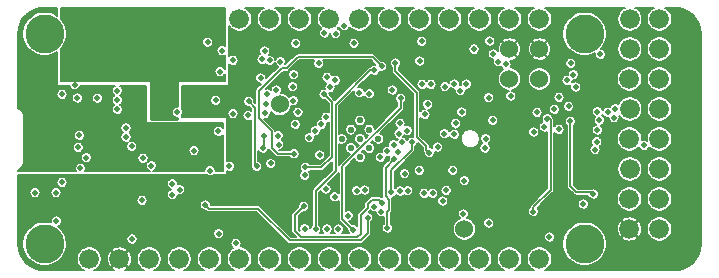
<source format=gbr>
G04 #@! TF.GenerationSoftware,KiCad,Pcbnew,5.1.4+dfsg1-1~bpo10+1*
G04 #@! TF.CreationDate,2020-01-10T16:49:25+01:00*
G04 #@! TF.ProjectId,quicklogic-quick-feather-board,71756963-6b6c-46f6-9769-632d71756963,rev?*
G04 #@! TF.SameCoordinates,Original*
G04 #@! TF.FileFunction,Copper,L3,Inr*
G04 #@! TF.FilePolarity,Positive*
%FSLAX46Y46*%
G04 Gerber Fmt 4.6, Leading zero omitted, Abs format (unit mm)*
G04 Created by KiCad (PCBNEW 5.1.4+dfsg1-1~bpo10+1) date 2020-01-10 16:49:25*
%MOMM*%
%LPD*%
G04 APERTURE LIST*
%ADD10C,1.676400*%
%ADD11C,1.524000*%
%ADD12C,3.302000*%
%ADD13C,0.550000*%
%ADD14C,0.500000*%
%ADD15C,0.150000*%
%ADD16C,0.254000*%
G04 APERTURE END LIST*
D10*
X152311000Y-115163000D03*
X159931000Y-115163000D03*
X142151000Y-115163000D03*
X139611000Y-115163000D03*
X144691000Y-115163000D03*
X165011000Y-115163000D03*
X149771000Y-115163000D03*
X157391000Y-115163000D03*
X147231000Y-115163000D03*
X167551000Y-115163000D03*
X162471000Y-115163000D03*
X154851000Y-115163000D03*
X137061000Y-115163000D03*
X129441000Y-115163000D03*
X134521000Y-115163000D03*
X131981000Y-115163000D03*
D11*
X165011000Y-99923000D03*
X165011000Y-97383000D03*
D10*
X175171000Y-112623000D03*
X177711000Y-110083000D03*
X177711000Y-112623000D03*
X175171000Y-110083000D03*
X177711000Y-99923000D03*
X175195000Y-97383000D03*
X175195000Y-94857000D03*
X175171000Y-105003000D03*
X175171000Y-99923000D03*
X177711000Y-102463000D03*
X177711000Y-94843000D03*
X177711000Y-105003000D03*
X177711000Y-107543000D03*
X175195000Y-107543000D03*
X177711000Y-97383000D03*
X175195000Y-102463000D03*
D12*
X125655100Y-96089600D03*
X125655100Y-113869600D03*
X171375100Y-113869600D03*
X171375100Y-96089600D03*
D11*
X145550000Y-102070000D03*
X161196000Y-112624000D03*
X167551000Y-97383000D03*
X167551000Y-99923000D03*
D13*
X153915635Y-104990000D03*
X153137817Y-104212183D03*
X152360000Y-103434365D03*
X153137817Y-105767817D03*
X152360000Y-104990000D03*
X151582183Y-104212183D03*
X152360000Y-106545635D03*
X151582183Y-105767817D03*
X150804365Y-104990000D03*
D10*
X154851000Y-94843000D03*
X159931000Y-94843000D03*
X157391000Y-94843000D03*
X167551000Y-94843000D03*
X142151000Y-94843000D03*
X144691000Y-94843000D03*
X152311000Y-94843000D03*
X162471000Y-94843000D03*
X165011000Y-94843000D03*
X147231000Y-94843000D03*
X139611000Y-94843000D03*
X149771000Y-94843000D03*
D14*
X131800000Y-102500000D03*
X137100000Y-109290000D03*
X136470000Y-108800000D03*
X136470000Y-109710000D03*
X168400000Y-113300000D03*
X133900000Y-110200000D03*
X126650000Y-111950000D03*
X128580549Y-104689368D03*
X167350000Y-102750000D03*
X165120000Y-101360000D03*
X163250000Y-101500000D03*
X155100000Y-100850000D03*
X153570000Y-110720000D03*
X157397034Y-98401177D03*
X163592667Y-103407333D03*
X160454984Y-103670000D03*
X162945000Y-105760001D03*
X158918311Y-105678077D03*
X160960000Y-102710000D03*
X149350000Y-96020000D03*
X150300000Y-96080000D03*
X151030000Y-95400000D03*
X149566557Y-99776421D03*
X146670000Y-100560000D03*
X145259124Y-100850876D03*
X159646770Y-109337044D03*
X136880000Y-102710000D03*
X130110000Y-101540000D03*
X128420000Y-101530000D03*
X129180000Y-106580000D03*
X140400000Y-113010000D03*
X146710000Y-101760000D03*
X145425000Y-104714237D03*
X127120000Y-108680000D03*
X128690000Y-107480000D03*
X124840000Y-109540000D03*
X127120000Y-101220000D03*
X143950000Y-99840000D03*
X133040000Y-105630000D03*
X134680002Y-107270000D03*
X144500000Y-101200000D03*
X163260000Y-112120000D03*
X162990000Y-104980000D03*
X140356951Y-104344008D03*
X138300000Y-106000000D03*
X133060000Y-113475000D03*
X131800000Y-101700000D03*
X131800000Y-100900000D03*
X169211000Y-104193000D03*
X161111000Y-111343000D03*
X135100000Y-112910000D03*
X135800000Y-112910000D03*
X136500000Y-112910000D03*
X137200000Y-112910000D03*
X149425000Y-109950000D03*
X162900000Y-108100000D03*
X154150000Y-99650000D03*
X160287067Y-106035511D03*
X160240000Y-102980000D03*
X148840000Y-108420000D03*
X160120000Y-110110000D03*
X128430000Y-110220000D03*
X149172194Y-100424565D03*
X150920000Y-99320000D03*
X151760000Y-98810000D03*
X146100000Y-104820000D03*
X146290000Y-106775000D03*
X141960000Y-107230000D03*
X141670000Y-101140000D03*
X140500000Y-99310000D03*
X137800000Y-102370000D03*
X142890000Y-106875521D03*
X165440000Y-113270000D03*
X132550000Y-104075000D03*
X149560000Y-112620000D03*
X132550000Y-104825000D03*
X150520000Y-112630000D03*
X147680000Y-112590000D03*
X149820000Y-100620000D03*
X167050000Y-104405000D03*
X149470000Y-109240000D03*
X147670000Y-108090000D03*
X151350000Y-111500000D03*
X154150000Y-111150000D03*
X153000000Y-111650000D03*
X157780000Y-109600000D03*
X139250000Y-110590000D03*
X147580000Y-110690000D03*
X154214619Y-110402712D03*
X155750000Y-103685000D03*
X160350000Y-100350000D03*
X145470000Y-105480000D03*
X142870000Y-103010000D03*
X141600000Y-102850000D03*
X155650000Y-104550000D03*
X161350000Y-100350000D03*
X144390000Y-102000000D03*
X144150000Y-105755000D03*
X144260000Y-104760000D03*
X144800000Y-107075000D03*
X143599479Y-107300521D03*
X156350000Y-104300000D03*
X160850000Y-100900000D03*
X142930000Y-101815000D03*
X155360000Y-98570000D03*
X158220000Y-106149958D03*
X145625078Y-98456261D03*
X146910000Y-96890000D03*
X151840002Y-96890000D03*
X148850000Y-98600000D03*
X146730002Y-99550000D03*
X140160000Y-105120000D03*
X139300000Y-104500000D03*
X138981000Y-103873000D03*
X132790000Y-103290000D03*
X126130000Y-99450000D03*
X124050000Y-99440000D03*
X131300000Y-103200000D03*
X135800000Y-102700000D03*
X135800000Y-101200000D03*
X144696611Y-98354044D03*
X135800000Y-101900000D03*
X129210000Y-99440000D03*
X140030000Y-99940000D03*
X128200000Y-100400000D03*
X164060000Y-98450000D03*
X141610000Y-98344990D03*
X164710000Y-98670000D03*
X140670000Y-97530000D03*
X163650010Y-97810000D03*
X140140000Y-101730000D03*
X148560000Y-104310000D03*
X141290000Y-107300000D03*
X133990000Y-106620000D03*
X139650000Y-107670000D03*
X172461000Y-104243000D03*
X159545000Y-100560000D03*
X155920000Y-105290000D03*
X155800000Y-101550000D03*
X151770000Y-112690000D03*
X167020000Y-111140000D03*
X168211000Y-103293000D03*
X141850000Y-113830000D03*
X159350000Y-110250000D03*
X152763223Y-109325011D03*
X158520000Y-109600000D03*
X152060000Y-109390000D03*
X157570000Y-96730000D03*
X150280000Y-100020000D03*
X167970000Y-103980000D03*
X128490000Y-105710000D03*
X126620000Y-109540000D03*
X163342721Y-96705637D03*
X148060000Y-104900000D03*
X172461000Y-102693000D03*
X146870000Y-103750000D03*
X170160479Y-103492479D03*
X172116216Y-109654990D03*
X149080000Y-103750000D03*
X172411000Y-105243000D03*
X149480000Y-103150000D03*
X172261000Y-105893000D03*
X153140000Y-101180000D03*
X170011324Y-102245000D03*
X152311000Y-101093000D03*
X168811000Y-102493000D03*
X149310000Y-101210000D03*
X147720000Y-107400000D03*
X155740000Y-109410000D03*
X148600000Y-112650000D03*
X153560000Y-99180000D03*
X158100000Y-102050000D03*
X157600000Y-100364990D03*
X158361979Y-100364990D03*
X157864734Y-102914734D03*
X159500000Y-104555010D03*
X170411000Y-99543000D03*
X160350000Y-104600000D03*
X169886000Y-100043000D03*
X156750000Y-105275011D03*
X155000000Y-109500000D03*
X160220039Y-107644990D03*
X157364779Y-107644990D03*
X170211000Y-98593000D03*
X172611000Y-103393000D03*
X173311528Y-102742472D03*
X155210000Y-105480000D03*
X147100000Y-102725000D03*
X139450000Y-96800000D03*
X144320000Y-102820000D03*
X155270000Y-106695000D03*
X154680000Y-112540000D03*
X155555010Y-106108473D03*
X170611000Y-100593000D03*
X154670000Y-106030000D03*
X144054990Y-98250000D03*
X144280000Y-97550000D03*
X154086992Y-106564063D03*
X150200000Y-109900000D03*
X171250000Y-110500000D03*
X148944135Y-106355865D03*
X156394472Y-109374472D03*
X146770000Y-106260000D03*
X154200000Y-98830000D03*
X169210019Y-101468283D03*
X162010000Y-97390000D03*
X161200000Y-108530000D03*
X156124479Y-107925521D03*
X173861000Y-103193000D03*
X173961000Y-102443000D03*
X176411000Y-105543000D03*
X172711000Y-97843000D03*
D15*
X153000000Y-112990000D02*
X153000000Y-111650000D01*
X152400000Y-113590000D02*
X153000000Y-112990000D01*
X143690000Y-110890000D02*
X146390000Y-113590000D01*
X146390000Y-113590000D02*
X152400000Y-113590000D01*
X139550000Y-110890000D02*
X139730000Y-110890000D01*
X139250000Y-110590000D02*
X139550000Y-110890000D01*
X139730000Y-110890000D02*
X143690000Y-110890000D01*
X148610998Y-113290000D02*
X148730000Y-113290000D01*
X146850000Y-111420000D02*
X147580000Y-110690000D01*
X146850000Y-112810000D02*
X146850000Y-111420000D01*
X148730000Y-113290000D02*
X147330000Y-113290000D01*
X147330000Y-113290000D02*
X146850000Y-112810000D01*
X153400000Y-110130000D02*
X153930000Y-110130000D01*
X153000000Y-110530000D02*
X153400000Y-110130000D01*
X152400000Y-113010000D02*
X152400000Y-111460000D01*
X152120000Y-113290000D02*
X152400000Y-113010000D01*
X152400000Y-111460000D02*
X153000000Y-110860000D01*
X153930000Y-110130000D02*
X154200000Y-110400000D01*
X148730000Y-113290000D02*
X152120000Y-113290000D01*
X153000000Y-110860000D02*
X153000000Y-110530000D01*
X144260000Y-104760000D02*
X144260000Y-105645000D01*
X144260000Y-105645000D02*
X144150000Y-105755000D01*
X143450000Y-102335000D02*
X142930000Y-101815000D01*
X143599479Y-107300521D02*
X143450000Y-107151042D01*
X143450000Y-107151042D02*
X143450000Y-102335000D01*
X157970001Y-105899959D02*
X158220000Y-106149958D01*
X157174999Y-104834999D02*
X157970001Y-105630001D01*
X157174999Y-101094999D02*
X157174999Y-104834999D01*
X155360000Y-99280000D02*
X157174999Y-101094999D01*
X155360000Y-98570000D02*
X155360000Y-99280000D01*
X157970001Y-105630001D02*
X157970001Y-105899959D01*
X155800000Y-102365633D02*
X150860000Y-107305633D01*
X155800000Y-101550000D02*
X155800000Y-102365633D01*
X150860000Y-107305633D02*
X150860000Y-111780000D01*
X150860000Y-111780000D02*
X151770000Y-112690000D01*
X168519999Y-103419999D02*
X168270000Y-103170000D01*
X168519999Y-109286448D02*
X168519999Y-103419999D01*
X167020000Y-110786447D02*
X168519999Y-109286448D01*
X167020000Y-111140000D02*
X167020000Y-110786447D01*
X148080000Y-104860000D02*
X148080000Y-104940000D01*
X170160479Y-103492479D02*
X170160479Y-108992479D01*
X170160479Y-108992479D02*
X170661000Y-109493000D01*
X170661000Y-109493000D02*
X171954226Y-109493000D01*
X171954226Y-109493000D02*
X172116216Y-109654990D01*
X149310000Y-101210000D02*
X149990000Y-101890000D01*
X149080000Y-107400000D02*
X147720000Y-107400000D01*
X149990000Y-106490000D02*
X149080000Y-107400000D01*
X149990000Y-101890000D02*
X149990000Y-106490000D01*
X153220000Y-99180000D02*
X153560000Y-99180000D01*
X150290000Y-102110000D02*
X153220000Y-99180000D01*
X148600000Y-112650000D02*
X148600000Y-109405134D01*
X150290000Y-107715134D02*
X150290000Y-102110000D01*
X148600000Y-109405134D02*
X150290000Y-107715134D01*
X156750000Y-105890000D02*
X156750000Y-105628564D01*
X155000000Y-109500000D02*
X155000000Y-107640000D01*
X155000000Y-107640000D02*
X156750000Y-105890000D01*
X156750000Y-105628564D02*
X156750000Y-105275011D01*
X155270000Y-106695000D02*
X154550000Y-107415000D01*
X154770000Y-112450000D02*
X154680000Y-112540000D01*
X154520000Y-107445000D02*
X154520000Y-109860000D01*
X154520000Y-109860000D02*
X154790000Y-110130000D01*
X155270000Y-106695000D02*
X154520000Y-107445000D01*
X154680000Y-111150000D02*
X154680000Y-112540000D01*
X154790000Y-110130000D02*
X154790000Y-111040000D01*
X154790000Y-111040000D02*
X154680000Y-111150000D01*
X147100000Y-98050000D02*
X153420000Y-98050000D01*
X146160000Y-98990000D02*
X147100000Y-98050000D01*
X145730000Y-98990000D02*
X146160000Y-98990000D01*
X143780000Y-100940000D02*
X145730000Y-98990000D01*
X153950001Y-98580001D02*
X154200000Y-98830000D01*
X153420000Y-98050000D02*
X153950001Y-98580001D01*
X145400000Y-106260000D02*
X144880000Y-105740000D01*
X146770000Y-106260000D02*
X145400000Y-106260000D01*
X144880000Y-105740000D02*
X144880000Y-104350000D01*
X144880000Y-104350000D02*
X143780000Y-103250000D01*
X143780000Y-103250000D02*
X143780000Y-100940000D01*
G36*
X140925000Y-97129108D02*
G01*
X140894997Y-97109061D01*
X140808552Y-97073254D01*
X140716783Y-97055000D01*
X140623217Y-97055000D01*
X140531448Y-97073254D01*
X140445003Y-97109061D01*
X140367205Y-97161044D01*
X140301044Y-97227205D01*
X140249061Y-97305003D01*
X140213254Y-97391448D01*
X140195000Y-97483217D01*
X140195000Y-97576783D01*
X140213254Y-97668552D01*
X140249061Y-97754997D01*
X140301044Y-97832795D01*
X140367205Y-97898956D01*
X140445003Y-97950939D01*
X140531448Y-97986746D01*
X140623217Y-98005000D01*
X140716783Y-98005000D01*
X140808552Y-97986746D01*
X140894997Y-97950939D01*
X140925000Y-97930892D01*
X140925000Y-99094807D01*
X140920939Y-99085003D01*
X140868956Y-99007205D01*
X140802795Y-98941044D01*
X140724997Y-98889061D01*
X140638552Y-98853254D01*
X140546783Y-98835000D01*
X140453217Y-98835000D01*
X140361448Y-98853254D01*
X140275003Y-98889061D01*
X140197205Y-98941044D01*
X140131044Y-99007205D01*
X140079061Y-99085003D01*
X140043254Y-99171448D01*
X140025000Y-99263217D01*
X140025000Y-99356783D01*
X140043254Y-99448552D01*
X140079061Y-99534997D01*
X140131044Y-99612795D01*
X140197205Y-99678956D01*
X140275003Y-99730939D01*
X140361448Y-99766746D01*
X140453217Y-99785000D01*
X140546783Y-99785000D01*
X140638552Y-99766746D01*
X140724997Y-99730939D01*
X140802795Y-99678956D01*
X140868956Y-99612795D01*
X140920939Y-99534997D01*
X140925000Y-99525193D01*
X140925000Y-100125000D01*
X127075000Y-100125000D01*
X127075000Y-97322764D01*
X127112284Y-97285480D01*
X127317589Y-96978219D01*
X127410788Y-96753217D01*
X138975000Y-96753217D01*
X138975000Y-96846783D01*
X138993254Y-96938552D01*
X139029061Y-97024997D01*
X139081044Y-97102795D01*
X139147205Y-97168956D01*
X139225003Y-97220939D01*
X139311448Y-97256746D01*
X139403217Y-97275000D01*
X139496783Y-97275000D01*
X139588552Y-97256746D01*
X139674997Y-97220939D01*
X139752795Y-97168956D01*
X139818956Y-97102795D01*
X139870939Y-97024997D01*
X139906746Y-96938552D01*
X139925000Y-96846783D01*
X139925000Y-96753217D01*
X139906746Y-96661448D01*
X139870939Y-96575003D01*
X139818956Y-96497205D01*
X139752795Y-96431044D01*
X139674997Y-96379061D01*
X139588552Y-96343254D01*
X139496783Y-96325000D01*
X139403217Y-96325000D01*
X139311448Y-96343254D01*
X139225003Y-96379061D01*
X139147205Y-96431044D01*
X139081044Y-96497205D01*
X139029061Y-96575003D01*
X138993254Y-96661448D01*
X138975000Y-96753217D01*
X127410788Y-96753217D01*
X127459006Y-96636809D01*
X127531100Y-96274370D01*
X127531100Y-95904830D01*
X127459006Y-95542391D01*
X127317589Y-95200981D01*
X127112284Y-94893720D01*
X127075000Y-94856436D01*
X127075000Y-93873600D01*
X140925000Y-93873600D01*
X140925000Y-97129108D01*
X140925000Y-97129108D01*
G37*
X140925000Y-97129108D02*
X140894997Y-97109061D01*
X140808552Y-97073254D01*
X140716783Y-97055000D01*
X140623217Y-97055000D01*
X140531448Y-97073254D01*
X140445003Y-97109061D01*
X140367205Y-97161044D01*
X140301044Y-97227205D01*
X140249061Y-97305003D01*
X140213254Y-97391448D01*
X140195000Y-97483217D01*
X140195000Y-97576783D01*
X140213254Y-97668552D01*
X140249061Y-97754997D01*
X140301044Y-97832795D01*
X140367205Y-97898956D01*
X140445003Y-97950939D01*
X140531448Y-97986746D01*
X140623217Y-98005000D01*
X140716783Y-98005000D01*
X140808552Y-97986746D01*
X140894997Y-97950939D01*
X140925000Y-97930892D01*
X140925000Y-99094807D01*
X140920939Y-99085003D01*
X140868956Y-99007205D01*
X140802795Y-98941044D01*
X140724997Y-98889061D01*
X140638552Y-98853254D01*
X140546783Y-98835000D01*
X140453217Y-98835000D01*
X140361448Y-98853254D01*
X140275003Y-98889061D01*
X140197205Y-98941044D01*
X140131044Y-99007205D01*
X140079061Y-99085003D01*
X140043254Y-99171448D01*
X140025000Y-99263217D01*
X140025000Y-99356783D01*
X140043254Y-99448552D01*
X140079061Y-99534997D01*
X140131044Y-99612795D01*
X140197205Y-99678956D01*
X140275003Y-99730939D01*
X140361448Y-99766746D01*
X140453217Y-99785000D01*
X140546783Y-99785000D01*
X140638552Y-99766746D01*
X140724997Y-99730939D01*
X140802795Y-99678956D01*
X140868956Y-99612795D01*
X140920939Y-99534997D01*
X140925000Y-99525193D01*
X140925000Y-100125000D01*
X127075000Y-100125000D01*
X127075000Y-97322764D01*
X127112284Y-97285480D01*
X127317589Y-96978219D01*
X127410788Y-96753217D01*
X138975000Y-96753217D01*
X138975000Y-96846783D01*
X138993254Y-96938552D01*
X139029061Y-97024997D01*
X139081044Y-97102795D01*
X139147205Y-97168956D01*
X139225003Y-97220939D01*
X139311448Y-97256746D01*
X139403217Y-97275000D01*
X139496783Y-97275000D01*
X139588552Y-97256746D01*
X139674997Y-97220939D01*
X139752795Y-97168956D01*
X139818956Y-97102795D01*
X139870939Y-97024997D01*
X139906746Y-96938552D01*
X139925000Y-96846783D01*
X139925000Y-96753217D01*
X139906746Y-96661448D01*
X139870939Y-96575003D01*
X139818956Y-96497205D01*
X139752795Y-96431044D01*
X139674997Y-96379061D01*
X139588552Y-96343254D01*
X139496783Y-96325000D01*
X139403217Y-96325000D01*
X139311448Y-96343254D01*
X139225003Y-96379061D01*
X139147205Y-96431044D01*
X139081044Y-96497205D01*
X139029061Y-96575003D01*
X138993254Y-96661448D01*
X138975000Y-96753217D01*
X127410788Y-96753217D01*
X127459006Y-96636809D01*
X127531100Y-96274370D01*
X127531100Y-95904830D01*
X127459006Y-95542391D01*
X127317589Y-95200981D01*
X127112284Y-94893720D01*
X127075000Y-94856436D01*
X127075000Y-93873600D01*
X140925000Y-93873600D01*
X140925000Y-97129108D01*
G36*
X144187386Y-93900805D02*
G01*
X144013250Y-94017159D01*
X143865159Y-94165250D01*
X143748805Y-94339386D01*
X143668659Y-94532876D01*
X143627800Y-94738284D01*
X143627800Y-94947716D01*
X143668659Y-95153124D01*
X143748805Y-95346614D01*
X143865159Y-95520750D01*
X144013250Y-95668841D01*
X144187386Y-95785195D01*
X144380876Y-95865341D01*
X144586284Y-95906200D01*
X144795716Y-95906200D01*
X145001124Y-95865341D01*
X145194614Y-95785195D01*
X145368750Y-95668841D01*
X145516841Y-95520750D01*
X145633195Y-95346614D01*
X145713341Y-95153124D01*
X145754200Y-94947716D01*
X145754200Y-94738284D01*
X145713341Y-94532876D01*
X145633195Y-94339386D01*
X145516841Y-94165250D01*
X145368750Y-94017159D01*
X145194614Y-93900805D01*
X145128935Y-93873600D01*
X146793065Y-93873600D01*
X146727386Y-93900805D01*
X146553250Y-94017159D01*
X146405159Y-94165250D01*
X146288805Y-94339386D01*
X146208659Y-94532876D01*
X146167800Y-94738284D01*
X146167800Y-94947716D01*
X146208659Y-95153124D01*
X146288805Y-95346614D01*
X146405159Y-95520750D01*
X146553250Y-95668841D01*
X146727386Y-95785195D01*
X146920876Y-95865341D01*
X147126284Y-95906200D01*
X147335716Y-95906200D01*
X147541124Y-95865341D01*
X147734614Y-95785195D01*
X147908750Y-95668841D01*
X148056841Y-95520750D01*
X148173195Y-95346614D01*
X148253341Y-95153124D01*
X148294200Y-94947716D01*
X148294200Y-94738284D01*
X148253341Y-94532876D01*
X148173195Y-94339386D01*
X148056841Y-94165250D01*
X147908750Y-94017159D01*
X147734614Y-93900805D01*
X147668935Y-93873600D01*
X149333065Y-93873600D01*
X149267386Y-93900805D01*
X149093250Y-94017159D01*
X148945159Y-94165250D01*
X148828805Y-94339386D01*
X148748659Y-94532876D01*
X148707800Y-94738284D01*
X148707800Y-94947716D01*
X148748659Y-95153124D01*
X148828805Y-95346614D01*
X148945159Y-95520750D01*
X149064138Y-95639729D01*
X149047205Y-95651044D01*
X148981044Y-95717205D01*
X148929061Y-95795003D01*
X148893254Y-95881448D01*
X148875000Y-95973217D01*
X148875000Y-96066783D01*
X148893254Y-96158552D01*
X148929061Y-96244997D01*
X148981044Y-96322795D01*
X149047205Y-96388956D01*
X149125003Y-96440939D01*
X149211448Y-96476746D01*
X149303217Y-96495000D01*
X149396783Y-96495000D01*
X149488552Y-96476746D01*
X149574997Y-96440939D01*
X149652795Y-96388956D01*
X149718956Y-96322795D01*
X149770939Y-96244997D01*
X149806746Y-96158552D01*
X149825000Y-96066783D01*
X149825000Y-96126783D01*
X149843254Y-96218552D01*
X149879061Y-96304997D01*
X149931044Y-96382795D01*
X149997205Y-96448956D01*
X150075003Y-96500939D01*
X150161448Y-96536746D01*
X150253217Y-96555000D01*
X150346783Y-96555000D01*
X150438552Y-96536746D01*
X150524997Y-96500939D01*
X150602795Y-96448956D01*
X150668956Y-96382795D01*
X150720939Y-96304997D01*
X150756746Y-96218552D01*
X150775000Y-96126783D01*
X150775000Y-96033217D01*
X150756746Y-95941448D01*
X150720939Y-95855003D01*
X150668956Y-95777205D01*
X150602795Y-95711044D01*
X150524997Y-95659061D01*
X150477998Y-95639593D01*
X150574948Y-95542643D01*
X150609061Y-95624997D01*
X150661044Y-95702795D01*
X150727205Y-95768956D01*
X150805003Y-95820939D01*
X150891448Y-95856746D01*
X150983217Y-95875000D01*
X151076783Y-95875000D01*
X151168552Y-95856746D01*
X151254997Y-95820939D01*
X151332795Y-95768956D01*
X151398956Y-95702795D01*
X151450939Y-95624997D01*
X151486746Y-95538552D01*
X151489436Y-95525027D01*
X151633250Y-95668841D01*
X151807386Y-95785195D01*
X152000876Y-95865341D01*
X152206284Y-95906200D01*
X152415716Y-95906200D01*
X152621124Y-95865341D01*
X152814614Y-95785195D01*
X152988750Y-95668841D01*
X153136841Y-95520750D01*
X153253195Y-95346614D01*
X153333341Y-95153124D01*
X153374200Y-94947716D01*
X153374200Y-94738284D01*
X153333341Y-94532876D01*
X153253195Y-94339386D01*
X153136841Y-94165250D01*
X152988750Y-94017159D01*
X152814614Y-93900805D01*
X152748935Y-93873600D01*
X154413065Y-93873600D01*
X154347386Y-93900805D01*
X154173250Y-94017159D01*
X154025159Y-94165250D01*
X153908805Y-94339386D01*
X153828659Y-94532876D01*
X153787800Y-94738284D01*
X153787800Y-94947716D01*
X153828659Y-95153124D01*
X153908805Y-95346614D01*
X154025159Y-95520750D01*
X154173250Y-95668841D01*
X154347386Y-95785195D01*
X154540876Y-95865341D01*
X154746284Y-95906200D01*
X154955716Y-95906200D01*
X155161124Y-95865341D01*
X155354614Y-95785195D01*
X155528750Y-95668841D01*
X155676841Y-95520750D01*
X155793195Y-95346614D01*
X155873341Y-95153124D01*
X155914200Y-94947716D01*
X155914200Y-94738284D01*
X155873341Y-94532876D01*
X155793195Y-94339386D01*
X155676841Y-94165250D01*
X155528750Y-94017159D01*
X155354614Y-93900805D01*
X155288935Y-93873600D01*
X156953065Y-93873600D01*
X156887386Y-93900805D01*
X156713250Y-94017159D01*
X156565159Y-94165250D01*
X156448805Y-94339386D01*
X156368659Y-94532876D01*
X156327800Y-94738284D01*
X156327800Y-94947716D01*
X156368659Y-95153124D01*
X156448805Y-95346614D01*
X156565159Y-95520750D01*
X156713250Y-95668841D01*
X156887386Y-95785195D01*
X157080876Y-95865341D01*
X157286284Y-95906200D01*
X157495716Y-95906200D01*
X157701124Y-95865341D01*
X157894614Y-95785195D01*
X158068750Y-95668841D01*
X158216841Y-95520750D01*
X158333195Y-95346614D01*
X158413341Y-95153124D01*
X158454200Y-94947716D01*
X158454200Y-94738284D01*
X158413341Y-94532876D01*
X158333195Y-94339386D01*
X158216841Y-94165250D01*
X158068750Y-94017159D01*
X157894614Y-93900805D01*
X157828935Y-93873600D01*
X159493065Y-93873600D01*
X159427386Y-93900805D01*
X159253250Y-94017159D01*
X159105159Y-94165250D01*
X158988805Y-94339386D01*
X158908659Y-94532876D01*
X158867800Y-94738284D01*
X158867800Y-94947716D01*
X158908659Y-95153124D01*
X158988805Y-95346614D01*
X159105159Y-95520750D01*
X159253250Y-95668841D01*
X159427386Y-95785195D01*
X159620876Y-95865341D01*
X159826284Y-95906200D01*
X160035716Y-95906200D01*
X160241124Y-95865341D01*
X160434614Y-95785195D01*
X160608750Y-95668841D01*
X160756841Y-95520750D01*
X160873195Y-95346614D01*
X160953341Y-95153124D01*
X160994200Y-94947716D01*
X160994200Y-94738284D01*
X160953341Y-94532876D01*
X160873195Y-94339386D01*
X160756841Y-94165250D01*
X160608750Y-94017159D01*
X160434614Y-93900805D01*
X160368935Y-93873600D01*
X162033065Y-93873600D01*
X161967386Y-93900805D01*
X161793250Y-94017159D01*
X161645159Y-94165250D01*
X161528805Y-94339386D01*
X161448659Y-94532876D01*
X161407800Y-94738284D01*
X161407800Y-94947716D01*
X161448659Y-95153124D01*
X161528805Y-95346614D01*
X161645159Y-95520750D01*
X161793250Y-95668841D01*
X161967386Y-95785195D01*
X162160876Y-95865341D01*
X162366284Y-95906200D01*
X162575716Y-95906200D01*
X162781124Y-95865341D01*
X162974614Y-95785195D01*
X163148750Y-95668841D01*
X163296841Y-95520750D01*
X163413195Y-95346614D01*
X163493341Y-95153124D01*
X163534200Y-94947716D01*
X163534200Y-94738284D01*
X163493341Y-94532876D01*
X163413195Y-94339386D01*
X163296841Y-94165250D01*
X163148750Y-94017159D01*
X162974614Y-93900805D01*
X162908935Y-93873600D01*
X164573065Y-93873600D01*
X164507386Y-93900805D01*
X164333250Y-94017159D01*
X164185159Y-94165250D01*
X164068805Y-94339386D01*
X163988659Y-94532876D01*
X163947800Y-94738284D01*
X163947800Y-94947716D01*
X163988659Y-95153124D01*
X164068805Y-95346614D01*
X164185159Y-95520750D01*
X164333250Y-95668841D01*
X164507386Y-95785195D01*
X164700876Y-95865341D01*
X164906284Y-95906200D01*
X165115716Y-95906200D01*
X165321124Y-95865341D01*
X165514614Y-95785195D01*
X165688750Y-95668841D01*
X165836841Y-95520750D01*
X165953195Y-95346614D01*
X166033341Y-95153124D01*
X166074200Y-94947716D01*
X166074200Y-94738284D01*
X166033341Y-94532876D01*
X165953195Y-94339386D01*
X165836841Y-94165250D01*
X165688750Y-94017159D01*
X165514614Y-93900805D01*
X165448935Y-93873600D01*
X167113065Y-93873600D01*
X167047386Y-93900805D01*
X166873250Y-94017159D01*
X166725159Y-94165250D01*
X166608805Y-94339386D01*
X166528659Y-94532876D01*
X166487800Y-94738284D01*
X166487800Y-94947716D01*
X166528659Y-95153124D01*
X166608805Y-95346614D01*
X166725159Y-95520750D01*
X166873250Y-95668841D01*
X167047386Y-95785195D01*
X167240876Y-95865341D01*
X167446284Y-95906200D01*
X167655716Y-95906200D01*
X167662603Y-95904830D01*
X169499100Y-95904830D01*
X169499100Y-96274370D01*
X169571194Y-96636809D01*
X169712611Y-96978219D01*
X169917916Y-97285480D01*
X170179220Y-97546784D01*
X170486481Y-97752089D01*
X170827891Y-97893506D01*
X171190330Y-97965600D01*
X171559870Y-97965600D01*
X171922309Y-97893506D01*
X172243077Y-97760639D01*
X172236000Y-97796217D01*
X172236000Y-97889783D01*
X172254254Y-97981552D01*
X172290061Y-98067997D01*
X172342044Y-98145795D01*
X172408205Y-98211956D01*
X172486003Y-98263939D01*
X172572448Y-98299746D01*
X172664217Y-98318000D01*
X172757783Y-98318000D01*
X172849552Y-98299746D01*
X172935997Y-98263939D01*
X173013795Y-98211956D01*
X173079956Y-98145795D01*
X173131939Y-98067997D01*
X173167746Y-97981552D01*
X173186000Y-97889783D01*
X173186000Y-97796217D01*
X173167746Y-97704448D01*
X173131939Y-97618003D01*
X173079956Y-97540205D01*
X173013795Y-97474044D01*
X172935997Y-97422061D01*
X172849552Y-97386254D01*
X172757783Y-97368000D01*
X172749764Y-97368000D01*
X172832284Y-97285480D01*
X172837092Y-97278284D01*
X174131800Y-97278284D01*
X174131800Y-97487716D01*
X174172659Y-97693124D01*
X174252805Y-97886614D01*
X174369159Y-98060750D01*
X174517250Y-98208841D01*
X174691386Y-98325195D01*
X174884876Y-98405341D01*
X175090284Y-98446200D01*
X175299716Y-98446200D01*
X175505124Y-98405341D01*
X175698614Y-98325195D01*
X175872750Y-98208841D01*
X176020841Y-98060750D01*
X176137195Y-97886614D01*
X176217341Y-97693124D01*
X176258200Y-97487716D01*
X176258200Y-97278284D01*
X176647800Y-97278284D01*
X176647800Y-97487716D01*
X176688659Y-97693124D01*
X176768805Y-97886614D01*
X176885159Y-98060750D01*
X177033250Y-98208841D01*
X177207386Y-98325195D01*
X177400876Y-98405341D01*
X177606284Y-98446200D01*
X177815716Y-98446200D01*
X178021124Y-98405341D01*
X178214614Y-98325195D01*
X178388750Y-98208841D01*
X178536841Y-98060750D01*
X178653195Y-97886614D01*
X178733341Y-97693124D01*
X178774200Y-97487716D01*
X178774200Y-97278284D01*
X178733341Y-97072876D01*
X178653195Y-96879386D01*
X178536841Y-96705250D01*
X178388750Y-96557159D01*
X178214614Y-96440805D01*
X178021124Y-96360659D01*
X177815716Y-96319800D01*
X177606284Y-96319800D01*
X177400876Y-96360659D01*
X177207386Y-96440805D01*
X177033250Y-96557159D01*
X176885159Y-96705250D01*
X176768805Y-96879386D01*
X176688659Y-97072876D01*
X176647800Y-97278284D01*
X176258200Y-97278284D01*
X176217341Y-97072876D01*
X176137195Y-96879386D01*
X176020841Y-96705250D01*
X175872750Y-96557159D01*
X175698614Y-96440805D01*
X175505124Y-96360659D01*
X175299716Y-96319800D01*
X175090284Y-96319800D01*
X174884876Y-96360659D01*
X174691386Y-96440805D01*
X174517250Y-96557159D01*
X174369159Y-96705250D01*
X174252805Y-96879386D01*
X174172659Y-97072876D01*
X174131800Y-97278284D01*
X172837092Y-97278284D01*
X173037589Y-96978219D01*
X173179006Y-96636809D01*
X173251100Y-96274370D01*
X173251100Y-95904830D01*
X173179006Y-95542391D01*
X173037589Y-95200981D01*
X172832284Y-94893720D01*
X172570980Y-94632416D01*
X172263719Y-94427111D01*
X171922309Y-94285694D01*
X171559870Y-94213600D01*
X171190330Y-94213600D01*
X170827891Y-94285694D01*
X170486481Y-94427111D01*
X170179220Y-94632416D01*
X169917916Y-94893720D01*
X169712611Y-95200981D01*
X169571194Y-95542391D01*
X169499100Y-95904830D01*
X167662603Y-95904830D01*
X167861124Y-95865341D01*
X168054614Y-95785195D01*
X168228750Y-95668841D01*
X168376841Y-95520750D01*
X168493195Y-95346614D01*
X168573341Y-95153124D01*
X168614200Y-94947716D01*
X168614200Y-94738284D01*
X168573341Y-94532876D01*
X168493195Y-94339386D01*
X168376841Y-94165250D01*
X168228750Y-94017159D01*
X168054614Y-93900805D01*
X167988935Y-93873600D01*
X174790864Y-93873600D01*
X174691386Y-93914805D01*
X174517250Y-94031159D01*
X174369159Y-94179250D01*
X174252805Y-94353386D01*
X174172659Y-94546876D01*
X174131800Y-94752284D01*
X174131800Y-94961716D01*
X174172659Y-95167124D01*
X174252805Y-95360614D01*
X174369159Y-95534750D01*
X174517250Y-95682841D01*
X174691386Y-95799195D01*
X174884876Y-95879341D01*
X175090284Y-95920200D01*
X175299716Y-95920200D01*
X175505124Y-95879341D01*
X175698614Y-95799195D01*
X175872750Y-95682841D01*
X176020841Y-95534750D01*
X176137195Y-95360614D01*
X176217341Y-95167124D01*
X176258200Y-94961716D01*
X176258200Y-94752284D01*
X176217341Y-94546876D01*
X176137195Y-94353386D01*
X176020841Y-94179250D01*
X175872750Y-94031159D01*
X175698614Y-93914805D01*
X175599136Y-93873600D01*
X177273065Y-93873600D01*
X177207386Y-93900805D01*
X177033250Y-94017159D01*
X176885159Y-94165250D01*
X176768805Y-94339386D01*
X176688659Y-94532876D01*
X176647800Y-94738284D01*
X176647800Y-94947716D01*
X176688659Y-95153124D01*
X176768805Y-95346614D01*
X176885159Y-95520750D01*
X177033250Y-95668841D01*
X177207386Y-95785195D01*
X177400876Y-95865341D01*
X177606284Y-95906200D01*
X177815716Y-95906200D01*
X178021124Y-95865341D01*
X178214614Y-95785195D01*
X178388750Y-95668841D01*
X178536841Y-95520750D01*
X178653195Y-95346614D01*
X178733341Y-95153124D01*
X178774200Y-94947716D01*
X178774200Y-94738284D01*
X178733341Y-94532876D01*
X178653195Y-94339386D01*
X178536841Y-94165250D01*
X178388750Y-94017159D01*
X178214614Y-93900805D01*
X178148935Y-93873600D01*
X178966430Y-93873600D01*
X179415904Y-93917671D01*
X179834152Y-94043948D01*
X180219902Y-94249055D01*
X180558469Y-94525185D01*
X180836950Y-94861811D01*
X181044747Y-95246123D01*
X181173938Y-95663471D01*
X181221093Y-96112120D01*
X181221101Y-96114363D01*
X181221100Y-113878930D01*
X181177029Y-114328403D01*
X181050752Y-114746652D01*
X180845647Y-115132400D01*
X180569518Y-115470967D01*
X180232889Y-115749450D01*
X179848578Y-115957246D01*
X179431229Y-116086438D01*
X178982580Y-116133593D01*
X178980623Y-116133600D01*
X167986038Y-116133600D01*
X168054614Y-116105195D01*
X168228750Y-115988841D01*
X168376841Y-115840750D01*
X168493195Y-115666614D01*
X168573341Y-115473124D01*
X168614200Y-115267716D01*
X168614200Y-115058284D01*
X168573341Y-114852876D01*
X168493195Y-114659386D01*
X168376841Y-114485250D01*
X168228750Y-114337159D01*
X168054614Y-114220805D01*
X167861124Y-114140659D01*
X167655716Y-114099800D01*
X167446284Y-114099800D01*
X167240876Y-114140659D01*
X167047386Y-114220805D01*
X166873250Y-114337159D01*
X166725159Y-114485250D01*
X166608805Y-114659386D01*
X166528659Y-114852876D01*
X166487800Y-115058284D01*
X166487800Y-115267716D01*
X166528659Y-115473124D01*
X166608805Y-115666614D01*
X166725159Y-115840750D01*
X166873250Y-115988841D01*
X167047386Y-116105195D01*
X167115962Y-116133600D01*
X165446038Y-116133600D01*
X165514614Y-116105195D01*
X165688750Y-115988841D01*
X165836841Y-115840750D01*
X165953195Y-115666614D01*
X166033341Y-115473124D01*
X166074200Y-115267716D01*
X166074200Y-115058284D01*
X166033341Y-114852876D01*
X165953195Y-114659386D01*
X165836841Y-114485250D01*
X165688750Y-114337159D01*
X165514614Y-114220805D01*
X165321124Y-114140659D01*
X165115716Y-114099800D01*
X164906284Y-114099800D01*
X164700876Y-114140659D01*
X164507386Y-114220805D01*
X164333250Y-114337159D01*
X164185159Y-114485250D01*
X164068805Y-114659386D01*
X163988659Y-114852876D01*
X163947800Y-115058284D01*
X163947800Y-115267716D01*
X163988659Y-115473124D01*
X164068805Y-115666614D01*
X164185159Y-115840750D01*
X164333250Y-115988841D01*
X164507386Y-116105195D01*
X164575962Y-116133600D01*
X162906038Y-116133600D01*
X162974614Y-116105195D01*
X163148750Y-115988841D01*
X163296841Y-115840750D01*
X163413195Y-115666614D01*
X163493341Y-115473124D01*
X163534200Y-115267716D01*
X163534200Y-115058284D01*
X163493341Y-114852876D01*
X163413195Y-114659386D01*
X163296841Y-114485250D01*
X163148750Y-114337159D01*
X162974614Y-114220805D01*
X162781124Y-114140659D01*
X162575716Y-114099800D01*
X162366284Y-114099800D01*
X162160876Y-114140659D01*
X161967386Y-114220805D01*
X161793250Y-114337159D01*
X161645159Y-114485250D01*
X161528805Y-114659386D01*
X161448659Y-114852876D01*
X161407800Y-115058284D01*
X161407800Y-115267716D01*
X161448659Y-115473124D01*
X161528805Y-115666614D01*
X161645159Y-115840750D01*
X161793250Y-115988841D01*
X161967386Y-116105195D01*
X162035962Y-116133600D01*
X160366038Y-116133600D01*
X160434614Y-116105195D01*
X160608750Y-115988841D01*
X160756841Y-115840750D01*
X160873195Y-115666614D01*
X160953341Y-115473124D01*
X160994200Y-115267716D01*
X160994200Y-115058284D01*
X160953341Y-114852876D01*
X160873195Y-114659386D01*
X160756841Y-114485250D01*
X160608750Y-114337159D01*
X160434614Y-114220805D01*
X160241124Y-114140659D01*
X160035716Y-114099800D01*
X159826284Y-114099800D01*
X159620876Y-114140659D01*
X159427386Y-114220805D01*
X159253250Y-114337159D01*
X159105159Y-114485250D01*
X158988805Y-114659386D01*
X158908659Y-114852876D01*
X158867800Y-115058284D01*
X158867800Y-115267716D01*
X158908659Y-115473124D01*
X158988805Y-115666614D01*
X159105159Y-115840750D01*
X159253250Y-115988841D01*
X159427386Y-116105195D01*
X159495962Y-116133600D01*
X157826038Y-116133600D01*
X157894614Y-116105195D01*
X158068750Y-115988841D01*
X158216841Y-115840750D01*
X158333195Y-115666614D01*
X158413341Y-115473124D01*
X158454200Y-115267716D01*
X158454200Y-115058284D01*
X158413341Y-114852876D01*
X158333195Y-114659386D01*
X158216841Y-114485250D01*
X158068750Y-114337159D01*
X157894614Y-114220805D01*
X157701124Y-114140659D01*
X157495716Y-114099800D01*
X157286284Y-114099800D01*
X157080876Y-114140659D01*
X156887386Y-114220805D01*
X156713250Y-114337159D01*
X156565159Y-114485250D01*
X156448805Y-114659386D01*
X156368659Y-114852876D01*
X156327800Y-115058284D01*
X156327800Y-115267716D01*
X156368659Y-115473124D01*
X156448805Y-115666614D01*
X156565159Y-115840750D01*
X156713250Y-115988841D01*
X156887386Y-116105195D01*
X156955962Y-116133600D01*
X155286038Y-116133600D01*
X155354614Y-116105195D01*
X155528750Y-115988841D01*
X155676841Y-115840750D01*
X155793195Y-115666614D01*
X155873341Y-115473124D01*
X155914200Y-115267716D01*
X155914200Y-115058284D01*
X155873341Y-114852876D01*
X155793195Y-114659386D01*
X155676841Y-114485250D01*
X155528750Y-114337159D01*
X155354614Y-114220805D01*
X155161124Y-114140659D01*
X154955716Y-114099800D01*
X154746284Y-114099800D01*
X154540876Y-114140659D01*
X154347386Y-114220805D01*
X154173250Y-114337159D01*
X154025159Y-114485250D01*
X153908805Y-114659386D01*
X153828659Y-114852876D01*
X153787800Y-115058284D01*
X153787800Y-115267716D01*
X153828659Y-115473124D01*
X153908805Y-115666614D01*
X154025159Y-115840750D01*
X154173250Y-115988841D01*
X154347386Y-116105195D01*
X154415962Y-116133600D01*
X152746038Y-116133600D01*
X152814614Y-116105195D01*
X152988750Y-115988841D01*
X153136841Y-115840750D01*
X153253195Y-115666614D01*
X153333341Y-115473124D01*
X153374200Y-115267716D01*
X153374200Y-115058284D01*
X153333341Y-114852876D01*
X153253195Y-114659386D01*
X153136841Y-114485250D01*
X152988750Y-114337159D01*
X152814614Y-114220805D01*
X152621124Y-114140659D01*
X152415716Y-114099800D01*
X152206284Y-114099800D01*
X152000876Y-114140659D01*
X151807386Y-114220805D01*
X151633250Y-114337159D01*
X151485159Y-114485250D01*
X151368805Y-114659386D01*
X151288659Y-114852876D01*
X151247800Y-115058284D01*
X151247800Y-115267716D01*
X151288659Y-115473124D01*
X151368805Y-115666614D01*
X151485159Y-115840750D01*
X151633250Y-115988841D01*
X151807386Y-116105195D01*
X151875962Y-116133600D01*
X150206038Y-116133600D01*
X150274614Y-116105195D01*
X150448750Y-115988841D01*
X150596841Y-115840750D01*
X150713195Y-115666614D01*
X150793341Y-115473124D01*
X150834200Y-115267716D01*
X150834200Y-115058284D01*
X150793341Y-114852876D01*
X150713195Y-114659386D01*
X150596841Y-114485250D01*
X150448750Y-114337159D01*
X150274614Y-114220805D01*
X150081124Y-114140659D01*
X149875716Y-114099800D01*
X149666284Y-114099800D01*
X149460876Y-114140659D01*
X149267386Y-114220805D01*
X149093250Y-114337159D01*
X148945159Y-114485250D01*
X148828805Y-114659386D01*
X148748659Y-114852876D01*
X148707800Y-115058284D01*
X148707800Y-115267716D01*
X148748659Y-115473124D01*
X148828805Y-115666614D01*
X148945159Y-115840750D01*
X149093250Y-115988841D01*
X149267386Y-116105195D01*
X149335962Y-116133600D01*
X147666038Y-116133600D01*
X147734614Y-116105195D01*
X147908750Y-115988841D01*
X148056841Y-115840750D01*
X148173195Y-115666614D01*
X148253341Y-115473124D01*
X148294200Y-115267716D01*
X148294200Y-115058284D01*
X148253341Y-114852876D01*
X148173195Y-114659386D01*
X148056841Y-114485250D01*
X147908750Y-114337159D01*
X147734614Y-114220805D01*
X147541124Y-114140659D01*
X147335716Y-114099800D01*
X147126284Y-114099800D01*
X146920876Y-114140659D01*
X146727386Y-114220805D01*
X146553250Y-114337159D01*
X146405159Y-114485250D01*
X146288805Y-114659386D01*
X146208659Y-114852876D01*
X146167800Y-115058284D01*
X146167800Y-115267716D01*
X146208659Y-115473124D01*
X146288805Y-115666614D01*
X146405159Y-115840750D01*
X146553250Y-115988841D01*
X146727386Y-116105195D01*
X146795962Y-116133600D01*
X145126038Y-116133600D01*
X145194614Y-116105195D01*
X145368750Y-115988841D01*
X145516841Y-115840750D01*
X145633195Y-115666614D01*
X145713341Y-115473124D01*
X145754200Y-115267716D01*
X145754200Y-115058284D01*
X145713341Y-114852876D01*
X145633195Y-114659386D01*
X145516841Y-114485250D01*
X145368750Y-114337159D01*
X145194614Y-114220805D01*
X145001124Y-114140659D01*
X144795716Y-114099800D01*
X144586284Y-114099800D01*
X144380876Y-114140659D01*
X144187386Y-114220805D01*
X144013250Y-114337159D01*
X143865159Y-114485250D01*
X143748805Y-114659386D01*
X143668659Y-114852876D01*
X143627800Y-115058284D01*
X143627800Y-115267716D01*
X143668659Y-115473124D01*
X143748805Y-115666614D01*
X143865159Y-115840750D01*
X144013250Y-115988841D01*
X144187386Y-116105195D01*
X144255962Y-116133600D01*
X142586038Y-116133600D01*
X142654614Y-116105195D01*
X142828750Y-115988841D01*
X142976841Y-115840750D01*
X143093195Y-115666614D01*
X143173341Y-115473124D01*
X143214200Y-115267716D01*
X143214200Y-115058284D01*
X143173341Y-114852876D01*
X143093195Y-114659386D01*
X142976841Y-114485250D01*
X142828750Y-114337159D01*
X142654614Y-114220805D01*
X142461124Y-114140659D01*
X142255716Y-114099800D01*
X142241003Y-114099800D01*
X142270939Y-114054997D01*
X142306746Y-113968552D01*
X142325000Y-113876783D01*
X142325000Y-113783217D01*
X142306746Y-113691448D01*
X142270939Y-113605003D01*
X142218956Y-113527205D01*
X142152795Y-113461044D01*
X142074997Y-113409061D01*
X141988552Y-113373254D01*
X141896783Y-113355000D01*
X141803217Y-113355000D01*
X141711448Y-113373254D01*
X141625003Y-113409061D01*
X141547205Y-113461044D01*
X141481044Y-113527205D01*
X141429061Y-113605003D01*
X141393254Y-113691448D01*
X141375000Y-113783217D01*
X141375000Y-113876783D01*
X141393254Y-113968552D01*
X141429061Y-114054997D01*
X141481044Y-114132795D01*
X141547205Y-114198956D01*
X141613645Y-114243350D01*
X141473250Y-114337159D01*
X141325159Y-114485250D01*
X141208805Y-114659386D01*
X141128659Y-114852876D01*
X141087800Y-115058284D01*
X141087800Y-115267716D01*
X141128659Y-115473124D01*
X141208805Y-115666614D01*
X141325159Y-115840750D01*
X141473250Y-115988841D01*
X141647386Y-116105195D01*
X141715962Y-116133600D01*
X140046038Y-116133600D01*
X140114614Y-116105195D01*
X140288750Y-115988841D01*
X140436841Y-115840750D01*
X140553195Y-115666614D01*
X140633341Y-115473124D01*
X140674200Y-115267716D01*
X140674200Y-115058284D01*
X140633341Y-114852876D01*
X140553195Y-114659386D01*
X140436841Y-114485250D01*
X140288750Y-114337159D01*
X140114614Y-114220805D01*
X139921124Y-114140659D01*
X139715716Y-114099800D01*
X139506284Y-114099800D01*
X139300876Y-114140659D01*
X139107386Y-114220805D01*
X138933250Y-114337159D01*
X138785159Y-114485250D01*
X138668805Y-114659386D01*
X138588659Y-114852876D01*
X138547800Y-115058284D01*
X138547800Y-115267716D01*
X138588659Y-115473124D01*
X138668805Y-115666614D01*
X138785159Y-115840750D01*
X138933250Y-115988841D01*
X139107386Y-116105195D01*
X139175962Y-116133600D01*
X137496038Y-116133600D01*
X137564614Y-116105195D01*
X137738750Y-115988841D01*
X137886841Y-115840750D01*
X138003195Y-115666614D01*
X138083341Y-115473124D01*
X138124200Y-115267716D01*
X138124200Y-115058284D01*
X138083341Y-114852876D01*
X138003195Y-114659386D01*
X137886841Y-114485250D01*
X137738750Y-114337159D01*
X137564614Y-114220805D01*
X137371124Y-114140659D01*
X137165716Y-114099800D01*
X136956284Y-114099800D01*
X136750876Y-114140659D01*
X136557386Y-114220805D01*
X136383250Y-114337159D01*
X136235159Y-114485250D01*
X136118805Y-114659386D01*
X136038659Y-114852876D01*
X135997800Y-115058284D01*
X135997800Y-115267716D01*
X136038659Y-115473124D01*
X136118805Y-115666614D01*
X136235159Y-115840750D01*
X136383250Y-115988841D01*
X136557386Y-116105195D01*
X136625962Y-116133600D01*
X134956038Y-116133600D01*
X135024614Y-116105195D01*
X135198750Y-115988841D01*
X135346841Y-115840750D01*
X135463195Y-115666614D01*
X135543341Y-115473124D01*
X135584200Y-115267716D01*
X135584200Y-115058284D01*
X135543341Y-114852876D01*
X135463195Y-114659386D01*
X135346841Y-114485250D01*
X135198750Y-114337159D01*
X135024614Y-114220805D01*
X134831124Y-114140659D01*
X134625716Y-114099800D01*
X134416284Y-114099800D01*
X134210876Y-114140659D01*
X134017386Y-114220805D01*
X133843250Y-114337159D01*
X133695159Y-114485250D01*
X133578805Y-114659386D01*
X133498659Y-114852876D01*
X133457800Y-115058284D01*
X133457800Y-115267716D01*
X133498659Y-115473124D01*
X133578805Y-115666614D01*
X133695159Y-115840750D01*
X133843250Y-115988841D01*
X134017386Y-116105195D01*
X134085962Y-116133600D01*
X132418428Y-116133600D01*
X132560371Y-116060601D01*
X132588560Y-116041766D01*
X132678762Y-115896118D01*
X131981000Y-115198355D01*
X131283238Y-115896118D01*
X131373440Y-116041766D01*
X131538880Y-116133600D01*
X129876038Y-116133600D01*
X129944614Y-116105195D01*
X130118750Y-115988841D01*
X130266841Y-115840750D01*
X130383195Y-115666614D01*
X130463341Y-115473124D01*
X130504200Y-115267716D01*
X130504200Y-115146049D01*
X130912790Y-115146049D01*
X130930009Y-115354772D01*
X130987616Y-115556125D01*
X131083399Y-115742371D01*
X131102234Y-115770560D01*
X131247882Y-115860762D01*
X131945645Y-115163000D01*
X132016355Y-115163000D01*
X132714118Y-115860762D01*
X132859766Y-115770560D01*
X132961410Y-115587447D01*
X133025378Y-115388023D01*
X133049210Y-115179951D01*
X133031991Y-114971228D01*
X132974384Y-114769875D01*
X132878601Y-114583629D01*
X132859766Y-114555440D01*
X132714118Y-114465238D01*
X132016355Y-115163000D01*
X131945645Y-115163000D01*
X131247882Y-114465238D01*
X131102234Y-114555440D01*
X131000590Y-114738553D01*
X130936622Y-114937977D01*
X130912790Y-115146049D01*
X130504200Y-115146049D01*
X130504200Y-115058284D01*
X130463341Y-114852876D01*
X130383195Y-114659386D01*
X130266841Y-114485250D01*
X130211473Y-114429882D01*
X131283238Y-114429882D01*
X131981000Y-115127645D01*
X132678762Y-114429882D01*
X132588560Y-114284234D01*
X132405447Y-114182590D01*
X132206023Y-114118622D01*
X131997951Y-114094790D01*
X131789228Y-114112009D01*
X131587875Y-114169616D01*
X131401629Y-114265399D01*
X131373440Y-114284234D01*
X131283238Y-114429882D01*
X130211473Y-114429882D01*
X130118750Y-114337159D01*
X129944614Y-114220805D01*
X129751124Y-114140659D01*
X129545716Y-114099800D01*
X129336284Y-114099800D01*
X129130876Y-114140659D01*
X128937386Y-114220805D01*
X128763250Y-114337159D01*
X128615159Y-114485250D01*
X128498805Y-114659386D01*
X128418659Y-114852876D01*
X128377800Y-115058284D01*
X128377800Y-115267716D01*
X128418659Y-115473124D01*
X128498805Y-115666614D01*
X128615159Y-115840750D01*
X128763250Y-115988841D01*
X128937386Y-116105195D01*
X129005962Y-116133600D01*
X125655770Y-116133600D01*
X125206297Y-116089529D01*
X124788048Y-115963252D01*
X124402300Y-115758147D01*
X124063733Y-115482018D01*
X123785250Y-115145389D01*
X123577454Y-114761078D01*
X123448262Y-114343729D01*
X123401107Y-113895080D01*
X123401100Y-113893123D01*
X123401100Y-113684830D01*
X123779100Y-113684830D01*
X123779100Y-114054370D01*
X123851194Y-114416809D01*
X123992611Y-114758219D01*
X124197916Y-115065480D01*
X124459220Y-115326784D01*
X124766481Y-115532089D01*
X125107891Y-115673506D01*
X125470330Y-115745600D01*
X125839870Y-115745600D01*
X126202309Y-115673506D01*
X126543719Y-115532089D01*
X126850980Y-115326784D01*
X127112284Y-115065480D01*
X127317589Y-114758219D01*
X127459006Y-114416809D01*
X127531100Y-114054370D01*
X127531100Y-113684830D01*
X127480057Y-113428217D01*
X132585000Y-113428217D01*
X132585000Y-113521783D01*
X132603254Y-113613552D01*
X132639061Y-113699997D01*
X132691044Y-113777795D01*
X132757205Y-113843956D01*
X132835003Y-113895939D01*
X132921448Y-113931746D01*
X133013217Y-113950000D01*
X133106783Y-113950000D01*
X133198552Y-113931746D01*
X133284997Y-113895939D01*
X133362795Y-113843956D01*
X133428956Y-113777795D01*
X133480939Y-113699997D01*
X133516746Y-113613552D01*
X133535000Y-113521783D01*
X133535000Y-113428217D01*
X133516746Y-113336448D01*
X133480939Y-113250003D01*
X133428956Y-113172205D01*
X133362795Y-113106044D01*
X133284997Y-113054061D01*
X133198552Y-113018254D01*
X133106783Y-113000000D01*
X133013217Y-113000000D01*
X132921448Y-113018254D01*
X132835003Y-113054061D01*
X132757205Y-113106044D01*
X132691044Y-113172205D01*
X132639061Y-113250003D01*
X132603254Y-113336448D01*
X132585000Y-113428217D01*
X127480057Y-113428217D01*
X127459006Y-113322391D01*
X127317589Y-112980981D01*
X127305720Y-112963217D01*
X139925000Y-112963217D01*
X139925000Y-113056783D01*
X139943254Y-113148552D01*
X139979061Y-113234997D01*
X140031044Y-113312795D01*
X140097205Y-113378956D01*
X140175003Y-113430939D01*
X140261448Y-113466746D01*
X140353217Y-113485000D01*
X140446783Y-113485000D01*
X140538552Y-113466746D01*
X140624997Y-113430939D01*
X140702795Y-113378956D01*
X140768956Y-113312795D01*
X140820939Y-113234997D01*
X140856746Y-113148552D01*
X140875000Y-113056783D01*
X140875000Y-112963217D01*
X140856746Y-112871448D01*
X140820939Y-112785003D01*
X140768956Y-112707205D01*
X140702795Y-112641044D01*
X140624997Y-112589061D01*
X140538552Y-112553254D01*
X140446783Y-112535000D01*
X140353217Y-112535000D01*
X140261448Y-112553254D01*
X140175003Y-112589061D01*
X140097205Y-112641044D01*
X140031044Y-112707205D01*
X139979061Y-112785003D01*
X139943254Y-112871448D01*
X139925000Y-112963217D01*
X127305720Y-112963217D01*
X127112284Y-112673720D01*
X126850980Y-112412416D01*
X126821851Y-112392953D01*
X126874997Y-112370939D01*
X126952795Y-112318956D01*
X127018956Y-112252795D01*
X127070939Y-112174997D01*
X127106746Y-112088552D01*
X127125000Y-111996783D01*
X127125000Y-111903217D01*
X127106746Y-111811448D01*
X127070939Y-111725003D01*
X127018956Y-111647205D01*
X126952795Y-111581044D01*
X126874997Y-111529061D01*
X126788552Y-111493254D01*
X126696783Y-111475000D01*
X126603217Y-111475000D01*
X126511448Y-111493254D01*
X126425003Y-111529061D01*
X126347205Y-111581044D01*
X126281044Y-111647205D01*
X126229061Y-111725003D01*
X126193254Y-111811448D01*
X126175000Y-111903217D01*
X126175000Y-111996783D01*
X126188147Y-112062877D01*
X125839870Y-111993600D01*
X125470330Y-111993600D01*
X125107891Y-112065694D01*
X124766481Y-112207111D01*
X124459220Y-112412416D01*
X124197916Y-112673720D01*
X123992611Y-112980981D01*
X123851194Y-113322391D01*
X123779100Y-113684830D01*
X123401100Y-113684830D01*
X123401100Y-110153217D01*
X133425000Y-110153217D01*
X133425000Y-110246783D01*
X133443254Y-110338552D01*
X133479061Y-110424997D01*
X133531044Y-110502795D01*
X133597205Y-110568956D01*
X133675003Y-110620939D01*
X133761448Y-110656746D01*
X133853217Y-110675000D01*
X133946783Y-110675000D01*
X134038552Y-110656746D01*
X134124997Y-110620939D01*
X134202795Y-110568956D01*
X134228534Y-110543217D01*
X138775000Y-110543217D01*
X138775000Y-110636783D01*
X138793254Y-110728552D01*
X138829061Y-110814997D01*
X138881044Y-110892795D01*
X138947205Y-110958956D01*
X139025003Y-111010939D01*
X139111448Y-111046746D01*
X139203217Y-111065000D01*
X139296783Y-111065000D01*
X139300080Y-111064344D01*
X139327450Y-111091714D01*
X139336842Y-111103158D01*
X139348285Y-111112549D01*
X139382522Y-111140647D01*
X139393933Y-111146746D01*
X139434640Y-111168504D01*
X139491190Y-111185659D01*
X139535267Y-111190000D01*
X139535276Y-111190000D01*
X139549999Y-111191450D01*
X139564722Y-111190000D01*
X143565737Y-111190000D01*
X146167451Y-113791715D01*
X146176842Y-113803158D01*
X146188285Y-113812549D01*
X146188286Y-113812550D01*
X146222522Y-113840647D01*
X146274638Y-113868503D01*
X146274640Y-113868504D01*
X146331190Y-113885659D01*
X146375267Y-113890000D01*
X146375270Y-113890000D01*
X146390000Y-113891451D01*
X146404730Y-113890000D01*
X152385277Y-113890000D01*
X152400000Y-113891450D01*
X152414723Y-113890000D01*
X152414733Y-113890000D01*
X152458810Y-113885659D01*
X152515360Y-113868504D01*
X152567477Y-113840647D01*
X152613158Y-113803158D01*
X152622553Y-113791710D01*
X153201716Y-113212548D01*
X153213158Y-113203158D01*
X153234234Y-113177477D01*
X153250647Y-113157478D01*
X153265536Y-113129621D01*
X153278504Y-113105360D01*
X153295659Y-113048810D01*
X153300000Y-113004733D01*
X153300000Y-113004724D01*
X153301450Y-112990001D01*
X153300000Y-112975278D01*
X153300000Y-112020824D01*
X153302795Y-112018956D01*
X153368956Y-111952795D01*
X153420939Y-111874997D01*
X153456746Y-111788552D01*
X153475000Y-111696783D01*
X153475000Y-111603217D01*
X153456746Y-111511448D01*
X153420939Y-111425003D01*
X153368956Y-111347205D01*
X153302795Y-111281044D01*
X153224997Y-111229061D01*
X153138552Y-111193254D01*
X153098898Y-111185366D01*
X153201716Y-111082548D01*
X153213158Y-111073158D01*
X153230399Y-111052150D01*
X153267205Y-111088956D01*
X153345003Y-111140939D01*
X153431448Y-111176746D01*
X153523217Y-111195000D01*
X153616783Y-111195000D01*
X153675000Y-111183420D01*
X153675000Y-111196783D01*
X153693254Y-111288552D01*
X153729061Y-111374997D01*
X153781044Y-111452795D01*
X153847205Y-111518956D01*
X153925003Y-111570939D01*
X154011448Y-111606746D01*
X154103217Y-111625000D01*
X154196783Y-111625000D01*
X154288552Y-111606746D01*
X154374997Y-111570939D01*
X154380000Y-111567596D01*
X154380001Y-112169176D01*
X154377205Y-112171044D01*
X154311044Y-112237205D01*
X154259061Y-112315003D01*
X154223254Y-112401448D01*
X154205000Y-112493217D01*
X154205000Y-112586783D01*
X154223254Y-112678552D01*
X154259061Y-112764997D01*
X154311044Y-112842795D01*
X154377205Y-112908956D01*
X154455003Y-112960939D01*
X154541448Y-112996746D01*
X154633217Y-113015000D01*
X154726783Y-113015000D01*
X154818552Y-112996746D01*
X154904997Y-112960939D01*
X154982795Y-112908956D01*
X155048956Y-112842795D01*
X155100939Y-112764997D01*
X155136746Y-112678552D01*
X155155000Y-112586783D01*
X155155000Y-112526789D01*
X160209000Y-112526789D01*
X160209000Y-112721211D01*
X160246930Y-112911897D01*
X160321332Y-113091520D01*
X160429347Y-113253176D01*
X160566824Y-113390653D01*
X160728480Y-113498668D01*
X160908103Y-113573070D01*
X161098789Y-113611000D01*
X161293211Y-113611000D01*
X161483897Y-113573070D01*
X161663520Y-113498668D01*
X161825176Y-113390653D01*
X161962612Y-113253217D01*
X167925000Y-113253217D01*
X167925000Y-113346783D01*
X167943254Y-113438552D01*
X167979061Y-113524997D01*
X168031044Y-113602795D01*
X168097205Y-113668956D01*
X168175003Y-113720939D01*
X168261448Y-113756746D01*
X168353217Y-113775000D01*
X168446783Y-113775000D01*
X168538552Y-113756746D01*
X168624997Y-113720939D01*
X168679037Y-113684830D01*
X169499100Y-113684830D01*
X169499100Y-114054370D01*
X169571194Y-114416809D01*
X169712611Y-114758219D01*
X169917916Y-115065480D01*
X170179220Y-115326784D01*
X170486481Y-115532089D01*
X170827891Y-115673506D01*
X171190330Y-115745600D01*
X171559870Y-115745600D01*
X171922309Y-115673506D01*
X172263719Y-115532089D01*
X172570980Y-115326784D01*
X172832284Y-115065480D01*
X173037589Y-114758219D01*
X173179006Y-114416809D01*
X173251100Y-114054370D01*
X173251100Y-113684830D01*
X173185715Y-113356118D01*
X174473238Y-113356118D01*
X174563440Y-113501766D01*
X174746553Y-113603410D01*
X174945977Y-113667378D01*
X175154049Y-113691210D01*
X175362772Y-113673991D01*
X175564125Y-113616384D01*
X175750371Y-113520601D01*
X175778560Y-113501766D01*
X175868762Y-113356118D01*
X175171000Y-112658355D01*
X174473238Y-113356118D01*
X173185715Y-113356118D01*
X173179006Y-113322391D01*
X173037589Y-112980981D01*
X172832284Y-112673720D01*
X172764613Y-112606049D01*
X174102790Y-112606049D01*
X174120009Y-112814772D01*
X174177616Y-113016125D01*
X174273399Y-113202371D01*
X174292234Y-113230560D01*
X174437882Y-113320762D01*
X175135645Y-112623000D01*
X175206355Y-112623000D01*
X175904118Y-113320762D01*
X176049766Y-113230560D01*
X176151410Y-113047447D01*
X176215378Y-112848023D01*
X176239210Y-112639951D01*
X176229173Y-112518284D01*
X176647800Y-112518284D01*
X176647800Y-112727716D01*
X176688659Y-112933124D01*
X176768805Y-113126614D01*
X176885159Y-113300750D01*
X177033250Y-113448841D01*
X177207386Y-113565195D01*
X177400876Y-113645341D01*
X177606284Y-113686200D01*
X177815716Y-113686200D01*
X178021124Y-113645341D01*
X178214614Y-113565195D01*
X178388750Y-113448841D01*
X178536841Y-113300750D01*
X178653195Y-113126614D01*
X178733341Y-112933124D01*
X178774200Y-112727716D01*
X178774200Y-112518284D01*
X178733341Y-112312876D01*
X178653195Y-112119386D01*
X178536841Y-111945250D01*
X178388750Y-111797159D01*
X178214614Y-111680805D01*
X178021124Y-111600659D01*
X177815716Y-111559800D01*
X177606284Y-111559800D01*
X177400876Y-111600659D01*
X177207386Y-111680805D01*
X177033250Y-111797159D01*
X176885159Y-111945250D01*
X176768805Y-112119386D01*
X176688659Y-112312876D01*
X176647800Y-112518284D01*
X176229173Y-112518284D01*
X176221991Y-112431228D01*
X176164384Y-112229875D01*
X176068601Y-112043629D01*
X176049766Y-112015440D01*
X175904118Y-111925238D01*
X175206355Y-112623000D01*
X175135645Y-112623000D01*
X174437882Y-111925238D01*
X174292234Y-112015440D01*
X174190590Y-112198553D01*
X174126622Y-112397977D01*
X174102790Y-112606049D01*
X172764613Y-112606049D01*
X172570980Y-112412416D01*
X172263719Y-112207111D01*
X171922309Y-112065694D01*
X171559870Y-111993600D01*
X171190330Y-111993600D01*
X170827891Y-112065694D01*
X170486481Y-112207111D01*
X170179220Y-112412416D01*
X169917916Y-112673720D01*
X169712611Y-112980981D01*
X169571194Y-113322391D01*
X169499100Y-113684830D01*
X168679037Y-113684830D01*
X168702795Y-113668956D01*
X168768956Y-113602795D01*
X168820939Y-113524997D01*
X168856746Y-113438552D01*
X168875000Y-113346783D01*
X168875000Y-113253217D01*
X168856746Y-113161448D01*
X168820939Y-113075003D01*
X168768956Y-112997205D01*
X168702795Y-112931044D01*
X168624997Y-112879061D01*
X168538552Y-112843254D01*
X168446783Y-112825000D01*
X168353217Y-112825000D01*
X168261448Y-112843254D01*
X168175003Y-112879061D01*
X168097205Y-112931044D01*
X168031044Y-112997205D01*
X167979061Y-113075003D01*
X167943254Y-113161448D01*
X167925000Y-113253217D01*
X161962612Y-113253217D01*
X161962653Y-113253176D01*
X162070668Y-113091520D01*
X162145070Y-112911897D01*
X162183000Y-112721211D01*
X162183000Y-112526789D01*
X162145070Y-112336103D01*
X162070668Y-112156480D01*
X162015034Y-112073217D01*
X162785000Y-112073217D01*
X162785000Y-112166783D01*
X162803254Y-112258552D01*
X162839061Y-112344997D01*
X162891044Y-112422795D01*
X162957205Y-112488956D01*
X163035003Y-112540939D01*
X163121448Y-112576746D01*
X163213217Y-112595000D01*
X163306783Y-112595000D01*
X163398552Y-112576746D01*
X163484997Y-112540939D01*
X163562795Y-112488956D01*
X163628956Y-112422795D01*
X163680939Y-112344997D01*
X163716746Y-112258552D01*
X163735000Y-112166783D01*
X163735000Y-112073217D01*
X163716746Y-111981448D01*
X163680939Y-111895003D01*
X163677518Y-111889882D01*
X174473238Y-111889882D01*
X175171000Y-112587645D01*
X175868762Y-111889882D01*
X175778560Y-111744234D01*
X175595447Y-111642590D01*
X175396023Y-111578622D01*
X175187951Y-111554790D01*
X174979228Y-111572009D01*
X174777875Y-111629616D01*
X174591629Y-111725399D01*
X174563440Y-111744234D01*
X174473238Y-111889882D01*
X163677518Y-111889882D01*
X163628956Y-111817205D01*
X163562795Y-111751044D01*
X163484997Y-111699061D01*
X163398552Y-111663254D01*
X163306783Y-111645000D01*
X163213217Y-111645000D01*
X163121448Y-111663254D01*
X163035003Y-111699061D01*
X162957205Y-111751044D01*
X162891044Y-111817205D01*
X162839061Y-111895003D01*
X162803254Y-111981448D01*
X162785000Y-112073217D01*
X162015034Y-112073217D01*
X161962653Y-111994824D01*
X161825176Y-111857347D01*
X161663520Y-111749332D01*
X161483897Y-111674930D01*
X161456309Y-111669442D01*
X161479956Y-111645795D01*
X161531939Y-111567997D01*
X161567746Y-111481552D01*
X161586000Y-111389783D01*
X161586000Y-111296217D01*
X161567746Y-111204448D01*
X161531939Y-111118003D01*
X161515378Y-111093217D01*
X166545000Y-111093217D01*
X166545000Y-111186783D01*
X166563254Y-111278552D01*
X166599061Y-111364997D01*
X166651044Y-111442795D01*
X166717205Y-111508956D01*
X166795003Y-111560939D01*
X166881448Y-111596746D01*
X166973217Y-111615000D01*
X167066783Y-111615000D01*
X167158552Y-111596746D01*
X167244997Y-111560939D01*
X167322795Y-111508956D01*
X167388956Y-111442795D01*
X167440939Y-111364997D01*
X167476746Y-111278552D01*
X167495000Y-111186783D01*
X167495000Y-111093217D01*
X167476746Y-111001448D01*
X167440939Y-110915003D01*
X167390778Y-110839932D01*
X167777493Y-110453217D01*
X170775000Y-110453217D01*
X170775000Y-110546783D01*
X170793254Y-110638552D01*
X170829061Y-110724997D01*
X170881044Y-110802795D01*
X170947205Y-110868956D01*
X171025003Y-110920939D01*
X171111448Y-110956746D01*
X171203217Y-110975000D01*
X171296783Y-110975000D01*
X171388552Y-110956746D01*
X171474997Y-110920939D01*
X171552795Y-110868956D01*
X171618956Y-110802795D01*
X171670939Y-110724997D01*
X171706746Y-110638552D01*
X171725000Y-110546783D01*
X171725000Y-110453217D01*
X171706746Y-110361448D01*
X171670939Y-110275003D01*
X171618956Y-110197205D01*
X171552795Y-110131044D01*
X171474997Y-110079061D01*
X171388552Y-110043254D01*
X171296783Y-110025000D01*
X171203217Y-110025000D01*
X171111448Y-110043254D01*
X171025003Y-110079061D01*
X170947205Y-110131044D01*
X170881044Y-110197205D01*
X170829061Y-110275003D01*
X170793254Y-110361448D01*
X170775000Y-110453217D01*
X167777493Y-110453217D01*
X168721716Y-109508995D01*
X168733157Y-109499606D01*
X168750018Y-109479061D01*
X168770646Y-109453926D01*
X168798502Y-109401809D01*
X168798503Y-109401808D01*
X168815658Y-109345258D01*
X168819999Y-109301181D01*
X168819999Y-109301171D01*
X168821449Y-109286448D01*
X168819999Y-109271725D01*
X168819999Y-104462802D01*
X168842044Y-104495795D01*
X168908205Y-104561956D01*
X168986003Y-104613939D01*
X169072448Y-104649746D01*
X169164217Y-104668000D01*
X169257783Y-104668000D01*
X169349552Y-104649746D01*
X169435997Y-104613939D01*
X169513795Y-104561956D01*
X169579956Y-104495795D01*
X169631939Y-104417997D01*
X169667746Y-104331552D01*
X169686000Y-104239783D01*
X169686000Y-104146217D01*
X169667746Y-104054448D01*
X169631939Y-103968003D01*
X169579956Y-103890205D01*
X169513795Y-103824044D01*
X169435997Y-103772061D01*
X169349552Y-103736254D01*
X169257783Y-103718000D01*
X169164217Y-103718000D01*
X169072448Y-103736254D01*
X168986003Y-103772061D01*
X168908205Y-103824044D01*
X168842044Y-103890205D01*
X168819999Y-103923198D01*
X168819999Y-103445696D01*
X169685479Y-103445696D01*
X169685479Y-103539262D01*
X169703733Y-103631031D01*
X169739540Y-103717476D01*
X169791523Y-103795274D01*
X169857684Y-103861435D01*
X169860479Y-103863303D01*
X169860480Y-108977746D01*
X169859029Y-108992479D01*
X169864821Y-109051289D01*
X169881976Y-109107839D01*
X169909832Y-109159956D01*
X169926274Y-109179990D01*
X169947322Y-109205637D01*
X169958764Y-109215027D01*
X170438450Y-109694714D01*
X170447842Y-109706158D01*
X170459285Y-109715549D01*
X170459286Y-109715550D01*
X170493522Y-109743647D01*
X170522164Y-109758956D01*
X170545640Y-109771504D01*
X170602190Y-109788659D01*
X170646267Y-109793000D01*
X170646270Y-109793000D01*
X170661000Y-109794451D01*
X170675730Y-109793000D01*
X171659362Y-109793000D01*
X171659470Y-109793542D01*
X171695277Y-109879987D01*
X171747260Y-109957785D01*
X171813421Y-110023946D01*
X171891219Y-110075929D01*
X171977664Y-110111736D01*
X172069433Y-110129990D01*
X172162999Y-110129990D01*
X172254768Y-110111736D01*
X172341213Y-110075929D01*
X172419011Y-110023946D01*
X172464673Y-109978284D01*
X174107800Y-109978284D01*
X174107800Y-110187716D01*
X174148659Y-110393124D01*
X174228805Y-110586614D01*
X174345159Y-110760750D01*
X174493250Y-110908841D01*
X174667386Y-111025195D01*
X174860876Y-111105341D01*
X175066284Y-111146200D01*
X175275716Y-111146200D01*
X175481124Y-111105341D01*
X175674614Y-111025195D01*
X175848750Y-110908841D01*
X175996841Y-110760750D01*
X176113195Y-110586614D01*
X176193341Y-110393124D01*
X176234200Y-110187716D01*
X176234200Y-109978284D01*
X176647800Y-109978284D01*
X176647800Y-110187716D01*
X176688659Y-110393124D01*
X176768805Y-110586614D01*
X176885159Y-110760750D01*
X177033250Y-110908841D01*
X177207386Y-111025195D01*
X177400876Y-111105341D01*
X177606284Y-111146200D01*
X177815716Y-111146200D01*
X178021124Y-111105341D01*
X178214614Y-111025195D01*
X178388750Y-110908841D01*
X178536841Y-110760750D01*
X178653195Y-110586614D01*
X178733341Y-110393124D01*
X178774200Y-110187716D01*
X178774200Y-109978284D01*
X178733341Y-109772876D01*
X178653195Y-109579386D01*
X178536841Y-109405250D01*
X178388750Y-109257159D01*
X178214614Y-109140805D01*
X178021124Y-109060659D01*
X177815716Y-109019800D01*
X177606284Y-109019800D01*
X177400876Y-109060659D01*
X177207386Y-109140805D01*
X177033250Y-109257159D01*
X176885159Y-109405250D01*
X176768805Y-109579386D01*
X176688659Y-109772876D01*
X176647800Y-109978284D01*
X176234200Y-109978284D01*
X176193341Y-109772876D01*
X176113195Y-109579386D01*
X175996841Y-109405250D01*
X175848750Y-109257159D01*
X175674614Y-109140805D01*
X175481124Y-109060659D01*
X175275716Y-109019800D01*
X175066284Y-109019800D01*
X174860876Y-109060659D01*
X174667386Y-109140805D01*
X174493250Y-109257159D01*
X174345159Y-109405250D01*
X174228805Y-109579386D01*
X174148659Y-109772876D01*
X174107800Y-109978284D01*
X172464673Y-109978284D01*
X172485172Y-109957785D01*
X172537155Y-109879987D01*
X172572962Y-109793542D01*
X172591216Y-109701773D01*
X172591216Y-109608207D01*
X172572962Y-109516438D01*
X172537155Y-109429993D01*
X172485172Y-109352195D01*
X172419011Y-109286034D01*
X172341213Y-109234051D01*
X172254768Y-109198244D01*
X172162999Y-109179990D01*
X172069433Y-109179990D01*
X171992414Y-109195310D01*
X171968959Y-109193000D01*
X171968949Y-109193000D01*
X171954226Y-109191550D01*
X171939503Y-109193000D01*
X170785264Y-109193000D01*
X170460479Y-108868216D01*
X170460479Y-107438284D01*
X174131800Y-107438284D01*
X174131800Y-107647716D01*
X174172659Y-107853124D01*
X174252805Y-108046614D01*
X174369159Y-108220750D01*
X174517250Y-108368841D01*
X174691386Y-108485195D01*
X174884876Y-108565341D01*
X175090284Y-108606200D01*
X175299716Y-108606200D01*
X175505124Y-108565341D01*
X175698614Y-108485195D01*
X175872750Y-108368841D01*
X176020841Y-108220750D01*
X176137195Y-108046614D01*
X176217341Y-107853124D01*
X176258200Y-107647716D01*
X176258200Y-107438284D01*
X176647800Y-107438284D01*
X176647800Y-107647716D01*
X176688659Y-107853124D01*
X176768805Y-108046614D01*
X176885159Y-108220750D01*
X177033250Y-108368841D01*
X177207386Y-108485195D01*
X177400876Y-108565341D01*
X177606284Y-108606200D01*
X177815716Y-108606200D01*
X178021124Y-108565341D01*
X178214614Y-108485195D01*
X178388750Y-108368841D01*
X178536841Y-108220750D01*
X178653195Y-108046614D01*
X178733341Y-107853124D01*
X178774200Y-107647716D01*
X178774200Y-107438284D01*
X178733341Y-107232876D01*
X178653195Y-107039386D01*
X178536841Y-106865250D01*
X178388750Y-106717159D01*
X178214614Y-106600805D01*
X178021124Y-106520659D01*
X177815716Y-106479800D01*
X177606284Y-106479800D01*
X177400876Y-106520659D01*
X177207386Y-106600805D01*
X177033250Y-106717159D01*
X176885159Y-106865250D01*
X176768805Y-107039386D01*
X176688659Y-107232876D01*
X176647800Y-107438284D01*
X176258200Y-107438284D01*
X176217341Y-107232876D01*
X176137195Y-107039386D01*
X176020841Y-106865250D01*
X175872750Y-106717159D01*
X175698614Y-106600805D01*
X175505124Y-106520659D01*
X175299716Y-106479800D01*
X175090284Y-106479800D01*
X174884876Y-106520659D01*
X174691386Y-106600805D01*
X174517250Y-106717159D01*
X174369159Y-106865250D01*
X174252805Y-107039386D01*
X174172659Y-107232876D01*
X174131800Y-107438284D01*
X170460479Y-107438284D01*
X170460479Y-105846217D01*
X171786000Y-105846217D01*
X171786000Y-105939783D01*
X171804254Y-106031552D01*
X171840061Y-106117997D01*
X171892044Y-106195795D01*
X171958205Y-106261956D01*
X172036003Y-106313939D01*
X172122448Y-106349746D01*
X172214217Y-106368000D01*
X172307783Y-106368000D01*
X172399552Y-106349746D01*
X172485997Y-106313939D01*
X172563795Y-106261956D01*
X172629956Y-106195795D01*
X172681939Y-106117997D01*
X172717746Y-106031552D01*
X172736000Y-105939783D01*
X172736000Y-105846217D01*
X172717746Y-105754448D01*
X172681939Y-105668003D01*
X172665881Y-105643971D01*
X172713795Y-105611956D01*
X172779956Y-105545795D01*
X172831939Y-105467997D01*
X172867746Y-105381552D01*
X172886000Y-105289783D01*
X172886000Y-105196217D01*
X172867746Y-105104448D01*
X172831939Y-105018003D01*
X172779956Y-104940205D01*
X172738035Y-104898284D01*
X174107800Y-104898284D01*
X174107800Y-105107716D01*
X174148659Y-105313124D01*
X174228805Y-105506614D01*
X174345159Y-105680750D01*
X174493250Y-105828841D01*
X174667386Y-105945195D01*
X174860876Y-106025341D01*
X175066284Y-106066200D01*
X175275716Y-106066200D01*
X175481124Y-106025341D01*
X175674614Y-105945195D01*
X175848750Y-105828841D01*
X175966493Y-105711098D01*
X175990061Y-105767997D01*
X176042044Y-105845795D01*
X176108205Y-105911956D01*
X176186003Y-105963939D01*
X176272448Y-105999746D01*
X176364217Y-106018000D01*
X176457783Y-106018000D01*
X176549552Y-105999746D01*
X176635997Y-105963939D01*
X176713795Y-105911956D01*
X176779956Y-105845795D01*
X176831939Y-105767997D01*
X176867746Y-105681552D01*
X176871864Y-105660852D01*
X176885159Y-105680750D01*
X177033250Y-105828841D01*
X177207386Y-105945195D01*
X177400876Y-106025341D01*
X177606284Y-106066200D01*
X177815716Y-106066200D01*
X178021124Y-106025341D01*
X178214614Y-105945195D01*
X178388750Y-105828841D01*
X178536841Y-105680750D01*
X178653195Y-105506614D01*
X178733341Y-105313124D01*
X178774200Y-105107716D01*
X178774200Y-104898284D01*
X178733341Y-104692876D01*
X178653195Y-104499386D01*
X178536841Y-104325250D01*
X178388750Y-104177159D01*
X178214614Y-104060805D01*
X178021124Y-103980659D01*
X177815716Y-103939800D01*
X177606284Y-103939800D01*
X177400876Y-103980659D01*
X177207386Y-104060805D01*
X177033250Y-104177159D01*
X176885159Y-104325250D01*
X176768805Y-104499386D01*
X176688659Y-104692876D01*
X176647800Y-104898284D01*
X176647800Y-105107716D01*
X176652900Y-105133355D01*
X176635997Y-105122061D01*
X176549552Y-105086254D01*
X176457783Y-105068000D01*
X176364217Y-105068000D01*
X176272448Y-105086254D01*
X176234200Y-105102097D01*
X176234200Y-104898284D01*
X176193341Y-104692876D01*
X176113195Y-104499386D01*
X175996841Y-104325250D01*
X175848750Y-104177159D01*
X175674614Y-104060805D01*
X175481124Y-103980659D01*
X175275716Y-103939800D01*
X175066284Y-103939800D01*
X174860876Y-103980659D01*
X174667386Y-104060805D01*
X174493250Y-104177159D01*
X174345159Y-104325250D01*
X174228805Y-104499386D01*
X174148659Y-104692876D01*
X174107800Y-104898284D01*
X172738035Y-104898284D01*
X172713795Y-104874044D01*
X172635997Y-104822061D01*
X172549552Y-104786254D01*
X172457783Y-104768000D01*
X172364217Y-104768000D01*
X172272448Y-104786254D01*
X172186003Y-104822061D01*
X172108205Y-104874044D01*
X172042044Y-104940205D01*
X171990061Y-105018003D01*
X171954254Y-105104448D01*
X171936000Y-105196217D01*
X171936000Y-105289783D01*
X171954254Y-105381552D01*
X171990061Y-105467997D01*
X172006119Y-105492029D01*
X171958205Y-105524044D01*
X171892044Y-105590205D01*
X171840061Y-105668003D01*
X171804254Y-105754448D01*
X171786000Y-105846217D01*
X170460479Y-105846217D01*
X170460479Y-103863303D01*
X170463274Y-103861435D01*
X170529435Y-103795274D01*
X170581418Y-103717476D01*
X170617225Y-103631031D01*
X170635479Y-103539262D01*
X170635479Y-103445696D01*
X170617225Y-103353927D01*
X170581418Y-103267482D01*
X170529435Y-103189684D01*
X170463274Y-103123523D01*
X170385476Y-103071540D01*
X170299031Y-103035733D01*
X170207262Y-103017479D01*
X170113696Y-103017479D01*
X170021927Y-103035733D01*
X169935482Y-103071540D01*
X169857684Y-103123523D01*
X169791523Y-103189684D01*
X169739540Y-103267482D01*
X169703733Y-103353927D01*
X169685479Y-103445696D01*
X168819999Y-103445696D01*
X168819999Y-103434722D01*
X168821449Y-103419999D01*
X168819999Y-103405276D01*
X168819999Y-103405266D01*
X168815658Y-103361189D01*
X168798503Y-103304639D01*
X168782661Y-103275000D01*
X168770646Y-103252521D01*
X168742548Y-103218284D01*
X168733157Y-103206841D01*
X168721714Y-103197450D01*
X168659992Y-103135728D01*
X168631939Y-103068003D01*
X168579956Y-102990205D01*
X168513795Y-102924044D01*
X168435997Y-102872061D01*
X168349552Y-102836254D01*
X168257783Y-102818000D01*
X168164217Y-102818000D01*
X168072448Y-102836254D01*
X167986003Y-102872061D01*
X167908205Y-102924044D01*
X167842044Y-102990205D01*
X167790061Y-103068003D01*
X167754254Y-103154448D01*
X167736000Y-103246217D01*
X167736000Y-103339783D01*
X167754254Y-103431552D01*
X167790061Y-103517997D01*
X167801784Y-103535541D01*
X167745003Y-103559061D01*
X167667205Y-103611044D01*
X167601044Y-103677205D01*
X167549061Y-103755003D01*
X167513254Y-103841448D01*
X167495000Y-103933217D01*
X167495000Y-104026783D01*
X167513254Y-104118552D01*
X167549061Y-104204997D01*
X167601044Y-104282795D01*
X167667205Y-104348956D01*
X167745003Y-104400939D01*
X167831448Y-104436746D01*
X167923217Y-104455000D01*
X168016783Y-104455000D01*
X168108552Y-104436746D01*
X168194997Y-104400939D01*
X168220000Y-104384233D01*
X168219999Y-109162184D01*
X166818285Y-110563899D01*
X166806843Y-110573289D01*
X166797452Y-110584732D01*
X166797451Y-110584733D01*
X166769353Y-110618970D01*
X166756393Y-110643217D01*
X166741496Y-110671087D01*
X166724341Y-110727637D01*
X166720268Y-110768998D01*
X166717205Y-110771044D01*
X166651044Y-110837205D01*
X166599061Y-110915003D01*
X166563254Y-111001448D01*
X166545000Y-111093217D01*
X161515378Y-111093217D01*
X161479956Y-111040205D01*
X161413795Y-110974044D01*
X161335997Y-110922061D01*
X161249552Y-110886254D01*
X161157783Y-110868000D01*
X161064217Y-110868000D01*
X160972448Y-110886254D01*
X160886003Y-110922061D01*
X160808205Y-110974044D01*
X160742044Y-111040205D01*
X160690061Y-111118003D01*
X160654254Y-111204448D01*
X160636000Y-111296217D01*
X160636000Y-111389783D01*
X160654254Y-111481552D01*
X160690061Y-111567997D01*
X160742044Y-111645795D01*
X160808205Y-111711956D01*
X160812227Y-111714643D01*
X160728480Y-111749332D01*
X160566824Y-111857347D01*
X160429347Y-111994824D01*
X160321332Y-112156480D01*
X160246930Y-112336103D01*
X160209000Y-112526789D01*
X155155000Y-112526789D01*
X155155000Y-112493217D01*
X155136746Y-112401448D01*
X155100939Y-112315003D01*
X155048956Y-112237205D01*
X154982795Y-112171044D01*
X154980000Y-112169176D01*
X154980000Y-111274263D01*
X154991710Y-111262553D01*
X155003158Y-111253158D01*
X155040647Y-111207477D01*
X155068504Y-111155360D01*
X155085659Y-111098810D01*
X155090000Y-111054733D01*
X155090000Y-111054721D01*
X155091450Y-111040001D01*
X155090000Y-111025281D01*
X155090000Y-110203217D01*
X158875000Y-110203217D01*
X158875000Y-110296783D01*
X158893254Y-110388552D01*
X158929061Y-110474997D01*
X158981044Y-110552795D01*
X159047205Y-110618956D01*
X159125003Y-110670939D01*
X159211448Y-110706746D01*
X159303217Y-110725000D01*
X159396783Y-110725000D01*
X159488552Y-110706746D01*
X159574997Y-110670939D01*
X159652795Y-110618956D01*
X159718956Y-110552795D01*
X159770939Y-110474997D01*
X159806746Y-110388552D01*
X159825000Y-110296783D01*
X159825000Y-110203217D01*
X159806746Y-110111448D01*
X159770939Y-110025003D01*
X159718956Y-109947205D01*
X159652795Y-109881044D01*
X159574997Y-109829061D01*
X159488552Y-109793254D01*
X159396783Y-109775000D01*
X159303217Y-109775000D01*
X159211448Y-109793254D01*
X159125003Y-109829061D01*
X159047205Y-109881044D01*
X158981044Y-109947205D01*
X158929061Y-110025003D01*
X158893254Y-110111448D01*
X158875000Y-110203217D01*
X155090000Y-110203217D01*
X155090000Y-110144730D01*
X155091451Y-110130000D01*
X155090000Y-110115267D01*
X155085659Y-110071190D01*
X155068504Y-110014640D01*
X155067518Y-110012795D01*
X155047265Y-109974904D01*
X155138552Y-109956746D01*
X155224997Y-109920939D01*
X155302795Y-109868956D01*
X155368956Y-109802795D01*
X155405841Y-109747592D01*
X155437205Y-109778956D01*
X155515003Y-109830939D01*
X155601448Y-109866746D01*
X155693217Y-109885000D01*
X155786783Y-109885000D01*
X155878552Y-109866746D01*
X155964997Y-109830939D01*
X156042795Y-109778956D01*
X156085000Y-109736751D01*
X156091677Y-109743428D01*
X156169475Y-109795411D01*
X156255920Y-109831218D01*
X156347689Y-109849472D01*
X156441255Y-109849472D01*
X156533024Y-109831218D01*
X156619469Y-109795411D01*
X156697267Y-109743428D01*
X156763428Y-109677267D01*
X156815411Y-109599469D01*
X156834569Y-109553217D01*
X157305000Y-109553217D01*
X157305000Y-109646783D01*
X157323254Y-109738552D01*
X157359061Y-109824997D01*
X157411044Y-109902795D01*
X157477205Y-109968956D01*
X157555003Y-110020939D01*
X157641448Y-110056746D01*
X157733217Y-110075000D01*
X157826783Y-110075000D01*
X157918552Y-110056746D01*
X158004997Y-110020939D01*
X158082795Y-109968956D01*
X158148956Y-109902795D01*
X158150000Y-109901233D01*
X158151044Y-109902795D01*
X158217205Y-109968956D01*
X158295003Y-110020939D01*
X158381448Y-110056746D01*
X158473217Y-110075000D01*
X158566783Y-110075000D01*
X158658552Y-110056746D01*
X158744997Y-110020939D01*
X158822795Y-109968956D01*
X158888956Y-109902795D01*
X158940939Y-109824997D01*
X158976746Y-109738552D01*
X158995000Y-109646783D01*
X158995000Y-109553217D01*
X158976746Y-109461448D01*
X158940939Y-109375003D01*
X158888956Y-109297205D01*
X158882012Y-109290261D01*
X159171770Y-109290261D01*
X159171770Y-109383827D01*
X159190024Y-109475596D01*
X159225831Y-109562041D01*
X159277814Y-109639839D01*
X159343975Y-109706000D01*
X159421773Y-109757983D01*
X159508218Y-109793790D01*
X159599987Y-109812044D01*
X159693553Y-109812044D01*
X159785322Y-109793790D01*
X159871767Y-109757983D01*
X159949565Y-109706000D01*
X160015726Y-109639839D01*
X160067709Y-109562041D01*
X160103516Y-109475596D01*
X160121770Y-109383827D01*
X160121770Y-109290261D01*
X160103516Y-109198492D01*
X160067709Y-109112047D01*
X160015726Y-109034249D01*
X159949565Y-108968088D01*
X159871767Y-108916105D01*
X159785322Y-108880298D01*
X159693553Y-108862044D01*
X159599987Y-108862044D01*
X159508218Y-108880298D01*
X159421773Y-108916105D01*
X159343975Y-108968088D01*
X159277814Y-109034249D01*
X159225831Y-109112047D01*
X159190024Y-109198492D01*
X159171770Y-109290261D01*
X158882012Y-109290261D01*
X158822795Y-109231044D01*
X158744997Y-109179061D01*
X158658552Y-109143254D01*
X158566783Y-109125000D01*
X158473217Y-109125000D01*
X158381448Y-109143254D01*
X158295003Y-109179061D01*
X158217205Y-109231044D01*
X158151044Y-109297205D01*
X158150000Y-109298767D01*
X158148956Y-109297205D01*
X158082795Y-109231044D01*
X158004997Y-109179061D01*
X157918552Y-109143254D01*
X157826783Y-109125000D01*
X157733217Y-109125000D01*
X157641448Y-109143254D01*
X157555003Y-109179061D01*
X157477205Y-109231044D01*
X157411044Y-109297205D01*
X157359061Y-109375003D01*
X157323254Y-109461448D01*
X157305000Y-109553217D01*
X156834569Y-109553217D01*
X156851218Y-109513024D01*
X156869472Y-109421255D01*
X156869472Y-109327689D01*
X156851218Y-109235920D01*
X156815411Y-109149475D01*
X156763428Y-109071677D01*
X156697267Y-109005516D01*
X156619469Y-108953533D01*
X156533024Y-108917726D01*
X156441255Y-108899472D01*
X156347689Y-108899472D01*
X156255920Y-108917726D01*
X156169475Y-108953533D01*
X156091677Y-109005516D01*
X156049472Y-109047721D01*
X156042795Y-109041044D01*
X155964997Y-108989061D01*
X155878552Y-108953254D01*
X155786783Y-108935000D01*
X155693217Y-108935000D01*
X155601448Y-108953254D01*
X155515003Y-108989061D01*
X155437205Y-109041044D01*
X155371044Y-109107205D01*
X155334159Y-109162408D01*
X155302795Y-109131044D01*
X155300000Y-109129176D01*
X155300000Y-108483217D01*
X160725000Y-108483217D01*
X160725000Y-108576783D01*
X160743254Y-108668552D01*
X160779061Y-108754997D01*
X160831044Y-108832795D01*
X160897205Y-108898956D01*
X160975003Y-108950939D01*
X161061448Y-108986746D01*
X161153217Y-109005000D01*
X161246783Y-109005000D01*
X161338552Y-108986746D01*
X161424997Y-108950939D01*
X161502795Y-108898956D01*
X161568956Y-108832795D01*
X161620939Y-108754997D01*
X161656746Y-108668552D01*
X161675000Y-108576783D01*
X161675000Y-108483217D01*
X161656746Y-108391448D01*
X161620939Y-108305003D01*
X161568956Y-108227205D01*
X161502795Y-108161044D01*
X161424997Y-108109061D01*
X161338552Y-108073254D01*
X161246783Y-108055000D01*
X161153217Y-108055000D01*
X161061448Y-108073254D01*
X160975003Y-108109061D01*
X160897205Y-108161044D01*
X160831044Y-108227205D01*
X160779061Y-108305003D01*
X160743254Y-108391448D01*
X160725000Y-108483217D01*
X155300000Y-108483217D01*
X155300000Y-107878738D01*
X155649479Y-107878738D01*
X155649479Y-107972304D01*
X155667733Y-108064073D01*
X155703540Y-108150518D01*
X155755523Y-108228316D01*
X155821684Y-108294477D01*
X155899482Y-108346460D01*
X155985927Y-108382267D01*
X156077696Y-108400521D01*
X156171262Y-108400521D01*
X156263031Y-108382267D01*
X156349476Y-108346460D01*
X156427274Y-108294477D01*
X156493435Y-108228316D01*
X156545418Y-108150518D01*
X156581225Y-108064073D01*
X156599479Y-107972304D01*
X156599479Y-107878738D01*
X156581225Y-107786969D01*
X156545418Y-107700524D01*
X156493435Y-107622726D01*
X156468916Y-107598207D01*
X156889779Y-107598207D01*
X156889779Y-107691773D01*
X156908033Y-107783542D01*
X156943840Y-107869987D01*
X156995823Y-107947785D01*
X157061984Y-108013946D01*
X157139782Y-108065929D01*
X157226227Y-108101736D01*
X157317996Y-108119990D01*
X157411562Y-108119990D01*
X157503331Y-108101736D01*
X157589776Y-108065929D01*
X157667574Y-108013946D01*
X157733735Y-107947785D01*
X157785718Y-107869987D01*
X157821525Y-107783542D01*
X157839779Y-107691773D01*
X157839779Y-107598207D01*
X159745039Y-107598207D01*
X159745039Y-107691773D01*
X159763293Y-107783542D01*
X159799100Y-107869987D01*
X159851083Y-107947785D01*
X159917244Y-108013946D01*
X159995042Y-108065929D01*
X160081487Y-108101736D01*
X160173256Y-108119990D01*
X160266822Y-108119990D01*
X160358591Y-108101736D01*
X160445036Y-108065929D01*
X160522834Y-108013946D01*
X160588995Y-107947785D01*
X160640978Y-107869987D01*
X160676785Y-107783542D01*
X160695039Y-107691773D01*
X160695039Y-107598207D01*
X160676785Y-107506438D01*
X160640978Y-107419993D01*
X160588995Y-107342195D01*
X160522834Y-107276034D01*
X160445036Y-107224051D01*
X160358591Y-107188244D01*
X160266822Y-107169990D01*
X160173256Y-107169990D01*
X160081487Y-107188244D01*
X159995042Y-107224051D01*
X159917244Y-107276034D01*
X159851083Y-107342195D01*
X159799100Y-107419993D01*
X159763293Y-107506438D01*
X159745039Y-107598207D01*
X157839779Y-107598207D01*
X157821525Y-107506438D01*
X157785718Y-107419993D01*
X157733735Y-107342195D01*
X157667574Y-107276034D01*
X157589776Y-107224051D01*
X157503331Y-107188244D01*
X157411562Y-107169990D01*
X157317996Y-107169990D01*
X157226227Y-107188244D01*
X157139782Y-107224051D01*
X157061984Y-107276034D01*
X156995823Y-107342195D01*
X156943840Y-107419993D01*
X156908033Y-107506438D01*
X156889779Y-107598207D01*
X156468916Y-107598207D01*
X156427274Y-107556565D01*
X156349476Y-107504582D01*
X156263031Y-107468775D01*
X156171262Y-107450521D01*
X156077696Y-107450521D01*
X155985927Y-107468775D01*
X155899482Y-107504582D01*
X155821684Y-107556565D01*
X155755523Y-107622726D01*
X155703540Y-107700524D01*
X155667733Y-107786969D01*
X155649479Y-107878738D01*
X155300000Y-107878738D01*
X155300000Y-107764263D01*
X156951722Y-106112543D01*
X156963158Y-106103158D01*
X156972544Y-106091721D01*
X156972550Y-106091715D01*
X157000647Y-106057478D01*
X157028504Y-106005361D01*
X157035743Y-105981496D01*
X157045659Y-105948810D01*
X157050000Y-105904733D01*
X157050000Y-105904730D01*
X157051451Y-105890000D01*
X157050000Y-105875270D01*
X157050000Y-105645835D01*
X157052795Y-105643967D01*
X157118956Y-105577806D01*
X157170939Y-105500008D01*
X157206746Y-105413563D01*
X157225000Y-105321794D01*
X157225000Y-105309263D01*
X157670001Y-105754265D01*
X157670001Y-105885236D01*
X157668551Y-105899959D01*
X157670001Y-105914682D01*
X157670001Y-105914692D01*
X157674342Y-105958769D01*
X157691497Y-106015319D01*
X157705426Y-106041378D01*
X157719354Y-106067436D01*
X157745719Y-106099561D01*
X157745000Y-106103175D01*
X157745000Y-106196741D01*
X157763254Y-106288510D01*
X157799061Y-106374955D01*
X157851044Y-106452753D01*
X157917205Y-106518914D01*
X157995003Y-106570897D01*
X158081448Y-106606704D01*
X158173217Y-106624958D01*
X158266783Y-106624958D01*
X158358552Y-106606704D01*
X158444997Y-106570897D01*
X158522795Y-106518914D01*
X158588956Y-106452753D01*
X158640939Y-106374955D01*
X158676746Y-106288510D01*
X158695000Y-106196741D01*
X158695000Y-106103175D01*
X158694250Y-106099404D01*
X158779759Y-106134823D01*
X158871528Y-106153077D01*
X158965094Y-106153077D01*
X159056863Y-106134823D01*
X159143308Y-106099016D01*
X159221106Y-106047033D01*
X159287267Y-105980872D01*
X159339250Y-105903074D01*
X159375057Y-105816629D01*
X159393311Y-105724860D01*
X159393311Y-105631294D01*
X159375057Y-105539525D01*
X159339250Y-105453080D01*
X159287267Y-105375282D01*
X159221106Y-105309121D01*
X159143308Y-105257138D01*
X159056863Y-105221331D01*
X158965094Y-105203077D01*
X158871528Y-105203077D01*
X158779759Y-105221331D01*
X158693314Y-105257138D01*
X158615516Y-105309121D01*
X158549355Y-105375282D01*
X158497372Y-105453080D01*
X158461565Y-105539525D01*
X158443311Y-105631294D01*
X158443311Y-105724860D01*
X158444061Y-105728631D01*
X158358552Y-105693212D01*
X158270001Y-105675598D01*
X158270001Y-105644731D01*
X158271452Y-105630001D01*
X158269675Y-105611956D01*
X158265660Y-105571191D01*
X158248505Y-105514641D01*
X158247737Y-105513204D01*
X158220648Y-105462523D01*
X158192551Y-105428287D01*
X158192550Y-105428286D01*
X158183159Y-105416843D01*
X158171717Y-105407453D01*
X157474999Y-104710736D01*
X157474999Y-104508227D01*
X159025000Y-104508227D01*
X159025000Y-104601793D01*
X159043254Y-104693562D01*
X159079061Y-104780007D01*
X159131044Y-104857805D01*
X159197205Y-104923966D01*
X159275003Y-104975949D01*
X159361448Y-105011756D01*
X159453217Y-105030010D01*
X159546783Y-105030010D01*
X159638552Y-105011756D01*
X159724997Y-104975949D01*
X159802795Y-104923966D01*
X159868956Y-104857805D01*
X159914449Y-104789720D01*
X159929061Y-104824997D01*
X159981044Y-104902795D01*
X160047205Y-104968956D01*
X160125003Y-105020939D01*
X160211448Y-105056746D01*
X160303217Y-105075000D01*
X160396783Y-105075000D01*
X160488552Y-105056746D01*
X160574997Y-105020939D01*
X160652795Y-104968956D01*
X160718956Y-104902795D01*
X160720346Y-104900714D01*
X160885000Y-104900714D01*
X160885000Y-105059286D01*
X160915936Y-105214810D01*
X160976618Y-105361310D01*
X161064716Y-105493158D01*
X161176842Y-105605284D01*
X161308690Y-105693382D01*
X161455190Y-105754064D01*
X161610714Y-105785000D01*
X161769286Y-105785000D01*
X161924810Y-105754064D01*
X162023421Y-105713218D01*
X162470000Y-105713218D01*
X162470000Y-105806784D01*
X162488254Y-105898553D01*
X162524061Y-105984998D01*
X162576044Y-106062796D01*
X162642205Y-106128957D01*
X162720003Y-106180940D01*
X162806448Y-106216747D01*
X162898217Y-106235001D01*
X162991783Y-106235001D01*
X163083552Y-106216747D01*
X163169997Y-106180940D01*
X163247795Y-106128957D01*
X163313956Y-106062796D01*
X163365939Y-105984998D01*
X163401746Y-105898553D01*
X163420000Y-105806784D01*
X163420000Y-105713218D01*
X163401746Y-105621449D01*
X163365939Y-105535004D01*
X163313956Y-105457206D01*
X163247795Y-105391045D01*
X163238800Y-105385035D01*
X163292795Y-105348956D01*
X163358956Y-105282795D01*
X163410939Y-105204997D01*
X163446746Y-105118552D01*
X163465000Y-105026783D01*
X163465000Y-104933217D01*
X163446746Y-104841448D01*
X163410939Y-104755003D01*
X163358956Y-104677205D01*
X163292795Y-104611044D01*
X163214997Y-104559061D01*
X163128552Y-104523254D01*
X163036783Y-104505000D01*
X162943217Y-104505000D01*
X162851448Y-104523254D01*
X162765003Y-104559061D01*
X162687205Y-104611044D01*
X162621044Y-104677205D01*
X162569061Y-104755003D01*
X162533254Y-104841448D01*
X162515000Y-104933217D01*
X162515000Y-105026783D01*
X162533254Y-105118552D01*
X162569061Y-105204997D01*
X162621044Y-105282795D01*
X162687205Y-105348956D01*
X162696200Y-105354966D01*
X162642205Y-105391045D01*
X162576044Y-105457206D01*
X162524061Y-105535004D01*
X162488254Y-105621449D01*
X162470000Y-105713218D01*
X162023421Y-105713218D01*
X162071310Y-105693382D01*
X162203158Y-105605284D01*
X162315284Y-105493158D01*
X162403382Y-105361310D01*
X162464064Y-105214810D01*
X162495000Y-105059286D01*
X162495000Y-104900714D01*
X162464064Y-104745190D01*
X162403382Y-104598690D01*
X162315284Y-104466842D01*
X162206659Y-104358217D01*
X166575000Y-104358217D01*
X166575000Y-104451783D01*
X166593254Y-104543552D01*
X166629061Y-104629997D01*
X166681044Y-104707795D01*
X166747205Y-104773956D01*
X166825003Y-104825939D01*
X166911448Y-104861746D01*
X167003217Y-104880000D01*
X167096783Y-104880000D01*
X167188552Y-104861746D01*
X167274997Y-104825939D01*
X167352795Y-104773956D01*
X167418956Y-104707795D01*
X167470939Y-104629997D01*
X167506746Y-104543552D01*
X167525000Y-104451783D01*
X167525000Y-104358217D01*
X167506746Y-104266448D01*
X167470939Y-104180003D01*
X167418956Y-104102205D01*
X167352795Y-104036044D01*
X167274997Y-103984061D01*
X167188552Y-103948254D01*
X167096783Y-103930000D01*
X167003217Y-103930000D01*
X166911448Y-103948254D01*
X166825003Y-103984061D01*
X166747205Y-104036044D01*
X166681044Y-104102205D01*
X166629061Y-104180003D01*
X166593254Y-104266448D01*
X166575000Y-104358217D01*
X162206659Y-104358217D01*
X162203158Y-104354716D01*
X162071310Y-104266618D01*
X161924810Y-104205936D01*
X161769286Y-104175000D01*
X161610714Y-104175000D01*
X161455190Y-104205936D01*
X161308690Y-104266618D01*
X161176842Y-104354716D01*
X161064716Y-104466842D01*
X160976618Y-104598690D01*
X160915936Y-104745190D01*
X160885000Y-104900714D01*
X160720346Y-104900714D01*
X160770939Y-104824997D01*
X160806746Y-104738552D01*
X160825000Y-104646783D01*
X160825000Y-104553217D01*
X160806746Y-104461448D01*
X160770939Y-104375003D01*
X160718956Y-104297205D01*
X160652795Y-104231044D01*
X160574997Y-104179061D01*
X160492767Y-104145000D01*
X160501767Y-104145000D01*
X160593536Y-104126746D01*
X160679981Y-104090939D01*
X160757779Y-104038956D01*
X160823940Y-103972795D01*
X160875923Y-103894997D01*
X160911730Y-103808552D01*
X160929984Y-103716783D01*
X160929984Y-103623217D01*
X160911730Y-103531448D01*
X160875923Y-103445003D01*
X160823940Y-103367205D01*
X160817285Y-103360550D01*
X163117667Y-103360550D01*
X163117667Y-103454116D01*
X163135921Y-103545885D01*
X163171728Y-103632330D01*
X163223711Y-103710128D01*
X163289872Y-103776289D01*
X163367670Y-103828272D01*
X163454115Y-103864079D01*
X163545884Y-103882333D01*
X163639450Y-103882333D01*
X163731219Y-103864079D01*
X163817664Y-103828272D01*
X163895462Y-103776289D01*
X163961623Y-103710128D01*
X164013606Y-103632330D01*
X164049413Y-103545885D01*
X164067667Y-103454116D01*
X164067667Y-103360550D01*
X164049413Y-103268781D01*
X164013606Y-103182336D01*
X163961623Y-103104538D01*
X163895462Y-103038377D01*
X163817664Y-102986394D01*
X163731219Y-102950587D01*
X163639450Y-102932333D01*
X163545884Y-102932333D01*
X163454115Y-102950587D01*
X163367670Y-102986394D01*
X163289872Y-103038377D01*
X163223711Y-103104538D01*
X163171728Y-103182336D01*
X163135921Y-103268781D01*
X163117667Y-103360550D01*
X160817285Y-103360550D01*
X160757779Y-103301044D01*
X160679981Y-103249061D01*
X160593536Y-103213254D01*
X160501767Y-103195000D01*
X160408201Y-103195000D01*
X160316432Y-103213254D01*
X160229987Y-103249061D01*
X160152189Y-103301044D01*
X160086028Y-103367205D01*
X160034045Y-103445003D01*
X159998238Y-103531448D01*
X159979984Y-103623217D01*
X159979984Y-103716783D01*
X159998238Y-103808552D01*
X160034045Y-103894997D01*
X160086028Y-103972795D01*
X160152189Y-104038956D01*
X160229987Y-104090939D01*
X160312217Y-104125000D01*
X160303217Y-104125000D01*
X160211448Y-104143254D01*
X160125003Y-104179061D01*
X160047205Y-104231044D01*
X159981044Y-104297205D01*
X159935551Y-104365290D01*
X159920939Y-104330013D01*
X159868956Y-104252215D01*
X159802795Y-104186054D01*
X159724997Y-104134071D01*
X159638552Y-104098264D01*
X159546783Y-104080010D01*
X159453217Y-104080010D01*
X159361448Y-104098264D01*
X159275003Y-104134071D01*
X159197205Y-104186054D01*
X159131044Y-104252215D01*
X159079061Y-104330013D01*
X159043254Y-104416458D01*
X159025000Y-104508227D01*
X157474999Y-104508227D01*
X157474999Y-103186431D01*
X157495778Y-103217529D01*
X157561939Y-103283690D01*
X157639737Y-103335673D01*
X157726182Y-103371480D01*
X157817951Y-103389734D01*
X157911517Y-103389734D01*
X158003286Y-103371480D01*
X158089731Y-103335673D01*
X158167529Y-103283690D01*
X158233690Y-103217529D01*
X158285673Y-103139731D01*
X158321480Y-103053286D01*
X158339734Y-102961517D01*
X158339734Y-102867951D01*
X158321480Y-102776182D01*
X158285673Y-102689737D01*
X158267953Y-102663217D01*
X160485000Y-102663217D01*
X160485000Y-102756783D01*
X160503254Y-102848552D01*
X160539061Y-102934997D01*
X160591044Y-103012795D01*
X160657205Y-103078956D01*
X160735003Y-103130939D01*
X160821448Y-103166746D01*
X160913217Y-103185000D01*
X161006783Y-103185000D01*
X161098552Y-103166746D01*
X161184997Y-103130939D01*
X161262795Y-103078956D01*
X161328956Y-103012795D01*
X161380939Y-102934997D01*
X161416746Y-102848552D01*
X161435000Y-102756783D01*
X161435000Y-102703217D01*
X166875000Y-102703217D01*
X166875000Y-102796783D01*
X166893254Y-102888552D01*
X166929061Y-102974997D01*
X166981044Y-103052795D01*
X167047205Y-103118956D01*
X167125003Y-103170939D01*
X167211448Y-103206746D01*
X167303217Y-103225000D01*
X167396783Y-103225000D01*
X167488552Y-103206746D01*
X167574997Y-103170939D01*
X167652795Y-103118956D01*
X167718956Y-103052795D01*
X167770939Y-102974997D01*
X167806746Y-102888552D01*
X167825000Y-102796783D01*
X167825000Y-102703217D01*
X167806746Y-102611448D01*
X167770939Y-102525003D01*
X167718956Y-102447205D01*
X167717968Y-102446217D01*
X168336000Y-102446217D01*
X168336000Y-102539783D01*
X168354254Y-102631552D01*
X168390061Y-102717997D01*
X168442044Y-102795795D01*
X168508205Y-102861956D01*
X168586003Y-102913939D01*
X168672448Y-102949746D01*
X168764217Y-102968000D01*
X168857783Y-102968000D01*
X168949552Y-102949746D01*
X169035997Y-102913939D01*
X169113795Y-102861956D01*
X169179956Y-102795795D01*
X169231939Y-102717997D01*
X169267746Y-102631552D01*
X169286000Y-102539783D01*
X169286000Y-102446217D01*
X169267746Y-102354448D01*
X169231939Y-102268003D01*
X169185310Y-102198217D01*
X169536324Y-102198217D01*
X169536324Y-102291783D01*
X169554578Y-102383552D01*
X169590385Y-102469997D01*
X169642368Y-102547795D01*
X169708529Y-102613956D01*
X169786327Y-102665939D01*
X169872772Y-102701746D01*
X169964541Y-102720000D01*
X170058107Y-102720000D01*
X170149876Y-102701746D01*
X170236321Y-102665939D01*
X170265837Y-102646217D01*
X171986000Y-102646217D01*
X171986000Y-102739783D01*
X172004254Y-102831552D01*
X172040061Y-102917997D01*
X172092044Y-102995795D01*
X172158205Y-103061956D01*
X172229216Y-103109404D01*
X172190061Y-103168003D01*
X172154254Y-103254448D01*
X172136000Y-103346217D01*
X172136000Y-103439783D01*
X172154254Y-103531552D01*
X172190061Y-103617997D01*
X172242044Y-103695795D01*
X172308205Y-103761956D01*
X172339495Y-103782863D01*
X172322448Y-103786254D01*
X172236003Y-103822061D01*
X172158205Y-103874044D01*
X172092044Y-103940205D01*
X172040061Y-104018003D01*
X172004254Y-104104448D01*
X171986000Y-104196217D01*
X171986000Y-104289783D01*
X172004254Y-104381552D01*
X172040061Y-104467997D01*
X172092044Y-104545795D01*
X172158205Y-104611956D01*
X172236003Y-104663939D01*
X172322448Y-104699746D01*
X172414217Y-104718000D01*
X172507783Y-104718000D01*
X172599552Y-104699746D01*
X172685997Y-104663939D01*
X172763795Y-104611956D01*
X172829956Y-104545795D01*
X172881939Y-104467997D01*
X172917746Y-104381552D01*
X172936000Y-104289783D01*
X172936000Y-104196217D01*
X172917746Y-104104448D01*
X172881939Y-104018003D01*
X172829956Y-103940205D01*
X172763795Y-103874044D01*
X172732505Y-103853137D01*
X172749552Y-103849746D01*
X172835997Y-103813939D01*
X172913795Y-103761956D01*
X172979956Y-103695795D01*
X173031939Y-103617997D01*
X173067746Y-103531552D01*
X173086000Y-103439783D01*
X173086000Y-103346217D01*
X173067746Y-103254448D01*
X173031939Y-103168003D01*
X172979956Y-103090205D01*
X172913795Y-103024044D01*
X172842784Y-102976596D01*
X172874629Y-102928938D01*
X172890589Y-102967469D01*
X172942572Y-103045267D01*
X173008733Y-103111428D01*
X173086531Y-103163411D01*
X173172976Y-103199218D01*
X173264745Y-103217472D01*
X173358311Y-103217472D01*
X173386000Y-103211964D01*
X173386000Y-103239783D01*
X173404254Y-103331552D01*
X173440061Y-103417997D01*
X173492044Y-103495795D01*
X173558205Y-103561956D01*
X173636003Y-103613939D01*
X173722448Y-103649746D01*
X173814217Y-103668000D01*
X173907783Y-103668000D01*
X173999552Y-103649746D01*
X174085997Y-103613939D01*
X174163795Y-103561956D01*
X174229956Y-103495795D01*
X174281939Y-103417997D01*
X174317746Y-103331552D01*
X174336000Y-103239783D01*
X174336000Y-103146217D01*
X174320396Y-103067771D01*
X174369159Y-103140750D01*
X174517250Y-103288841D01*
X174691386Y-103405195D01*
X174884876Y-103485341D01*
X175090284Y-103526200D01*
X175299716Y-103526200D01*
X175505124Y-103485341D01*
X175698614Y-103405195D01*
X175872750Y-103288841D01*
X176020841Y-103140750D01*
X176137195Y-102966614D01*
X176217341Y-102773124D01*
X176258200Y-102567716D01*
X176258200Y-102358284D01*
X176647800Y-102358284D01*
X176647800Y-102567716D01*
X176688659Y-102773124D01*
X176768805Y-102966614D01*
X176885159Y-103140750D01*
X177033250Y-103288841D01*
X177207386Y-103405195D01*
X177400876Y-103485341D01*
X177606284Y-103526200D01*
X177815716Y-103526200D01*
X178021124Y-103485341D01*
X178214614Y-103405195D01*
X178388750Y-103288841D01*
X178536841Y-103140750D01*
X178653195Y-102966614D01*
X178733341Y-102773124D01*
X178774200Y-102567716D01*
X178774200Y-102358284D01*
X178733341Y-102152876D01*
X178653195Y-101959386D01*
X178536841Y-101785250D01*
X178388750Y-101637159D01*
X178214614Y-101520805D01*
X178021124Y-101440659D01*
X177815716Y-101399800D01*
X177606284Y-101399800D01*
X177400876Y-101440659D01*
X177207386Y-101520805D01*
X177033250Y-101637159D01*
X176885159Y-101785250D01*
X176768805Y-101959386D01*
X176688659Y-102152876D01*
X176647800Y-102358284D01*
X176258200Y-102358284D01*
X176217341Y-102152876D01*
X176137195Y-101959386D01*
X176020841Y-101785250D01*
X175872750Y-101637159D01*
X175698614Y-101520805D01*
X175505124Y-101440659D01*
X175299716Y-101399800D01*
X175090284Y-101399800D01*
X174884876Y-101440659D01*
X174691386Y-101520805D01*
X174517250Y-101637159D01*
X174369159Y-101785250D01*
X174252805Y-101959386D01*
X174217990Y-102043438D01*
X174185997Y-102022061D01*
X174099552Y-101986254D01*
X174007783Y-101968000D01*
X173914217Y-101968000D01*
X173822448Y-101986254D01*
X173736003Y-102022061D01*
X173658205Y-102074044D01*
X173592044Y-102140205D01*
X173540061Y-102218003D01*
X173504254Y-102304448D01*
X173503571Y-102307883D01*
X173450080Y-102285726D01*
X173358311Y-102267472D01*
X173264745Y-102267472D01*
X173172976Y-102285726D01*
X173086531Y-102321533D01*
X173008733Y-102373516D01*
X172942572Y-102439677D01*
X172897899Y-102506534D01*
X172881939Y-102468003D01*
X172829956Y-102390205D01*
X172763795Y-102324044D01*
X172685997Y-102272061D01*
X172599552Y-102236254D01*
X172507783Y-102218000D01*
X172414217Y-102218000D01*
X172322448Y-102236254D01*
X172236003Y-102272061D01*
X172158205Y-102324044D01*
X172092044Y-102390205D01*
X172040061Y-102468003D01*
X172004254Y-102554448D01*
X171986000Y-102646217D01*
X170265837Y-102646217D01*
X170314119Y-102613956D01*
X170380280Y-102547795D01*
X170432263Y-102469997D01*
X170468070Y-102383552D01*
X170486324Y-102291783D01*
X170486324Y-102198217D01*
X170468070Y-102106448D01*
X170432263Y-102020003D01*
X170380280Y-101942205D01*
X170314119Y-101876044D01*
X170236321Y-101824061D01*
X170149876Y-101788254D01*
X170058107Y-101770000D01*
X169964541Y-101770000D01*
X169872772Y-101788254D01*
X169786327Y-101824061D01*
X169708529Y-101876044D01*
X169642368Y-101942205D01*
X169590385Y-102020003D01*
X169554578Y-102106448D01*
X169536324Y-102198217D01*
X169185310Y-102198217D01*
X169179956Y-102190205D01*
X169113795Y-102124044D01*
X169035997Y-102072061D01*
X168949552Y-102036254D01*
X168857783Y-102018000D01*
X168764217Y-102018000D01*
X168672448Y-102036254D01*
X168586003Y-102072061D01*
X168508205Y-102124044D01*
X168442044Y-102190205D01*
X168390061Y-102268003D01*
X168354254Y-102354448D01*
X168336000Y-102446217D01*
X167717968Y-102446217D01*
X167652795Y-102381044D01*
X167574997Y-102329061D01*
X167488552Y-102293254D01*
X167396783Y-102275000D01*
X167303217Y-102275000D01*
X167211448Y-102293254D01*
X167125003Y-102329061D01*
X167047205Y-102381044D01*
X166981044Y-102447205D01*
X166929061Y-102525003D01*
X166893254Y-102611448D01*
X166875000Y-102703217D01*
X161435000Y-102703217D01*
X161435000Y-102663217D01*
X161416746Y-102571448D01*
X161380939Y-102485003D01*
X161328956Y-102407205D01*
X161262795Y-102341044D01*
X161184997Y-102289061D01*
X161098552Y-102253254D01*
X161006783Y-102235000D01*
X160913217Y-102235000D01*
X160821448Y-102253254D01*
X160735003Y-102289061D01*
X160657205Y-102341044D01*
X160591044Y-102407205D01*
X160539061Y-102485003D01*
X160503254Y-102571448D01*
X160485000Y-102663217D01*
X158267953Y-102663217D01*
X158233690Y-102611939D01*
X158167529Y-102545778D01*
X158136433Y-102525000D01*
X158146783Y-102525000D01*
X158238552Y-102506746D01*
X158324997Y-102470939D01*
X158402795Y-102418956D01*
X158468956Y-102352795D01*
X158520939Y-102274997D01*
X158556746Y-102188552D01*
X158575000Y-102096783D01*
X158575000Y-102003217D01*
X158556746Y-101911448D01*
X158520939Y-101825003D01*
X158468956Y-101747205D01*
X158402795Y-101681044D01*
X158324997Y-101629061D01*
X158238552Y-101593254D01*
X158146783Y-101575000D01*
X158053217Y-101575000D01*
X157961448Y-101593254D01*
X157875003Y-101629061D01*
X157797205Y-101681044D01*
X157731044Y-101747205D01*
X157679061Y-101825003D01*
X157643254Y-101911448D01*
X157625000Y-102003217D01*
X157625000Y-102096783D01*
X157643254Y-102188552D01*
X157679061Y-102274997D01*
X157731044Y-102352795D01*
X157797205Y-102418956D01*
X157828301Y-102439734D01*
X157817951Y-102439734D01*
X157726182Y-102457988D01*
X157639737Y-102493795D01*
X157561939Y-102545778D01*
X157495778Y-102611939D01*
X157474999Y-102643037D01*
X157474999Y-101453217D01*
X162775000Y-101453217D01*
X162775000Y-101546783D01*
X162793254Y-101638552D01*
X162829061Y-101724997D01*
X162881044Y-101802795D01*
X162947205Y-101868956D01*
X163025003Y-101920939D01*
X163111448Y-101956746D01*
X163203217Y-101975000D01*
X163296783Y-101975000D01*
X163388552Y-101956746D01*
X163474997Y-101920939D01*
X163552795Y-101868956D01*
X163618956Y-101802795D01*
X163670939Y-101724997D01*
X163706746Y-101638552D01*
X163725000Y-101546783D01*
X163725000Y-101453217D01*
X163706746Y-101361448D01*
X163670939Y-101275003D01*
X163618956Y-101197205D01*
X163552795Y-101131044D01*
X163474997Y-101079061D01*
X163388552Y-101043254D01*
X163296783Y-101025000D01*
X163203217Y-101025000D01*
X163111448Y-101043254D01*
X163025003Y-101079061D01*
X162947205Y-101131044D01*
X162881044Y-101197205D01*
X162829061Y-101275003D01*
X162793254Y-101361448D01*
X162775000Y-101453217D01*
X157474999Y-101453217D01*
X157474999Y-101109721D01*
X157476449Y-101094998D01*
X157474999Y-101080275D01*
X157474999Y-101080266D01*
X157470658Y-101036189D01*
X157453503Y-100979639D01*
X157435941Y-100946783D01*
X157425646Y-100927521D01*
X157397548Y-100893284D01*
X157388157Y-100881841D01*
X157376716Y-100872452D01*
X156822471Y-100318207D01*
X157125000Y-100318207D01*
X157125000Y-100411773D01*
X157143254Y-100503542D01*
X157179061Y-100589987D01*
X157231044Y-100667785D01*
X157297205Y-100733946D01*
X157375003Y-100785929D01*
X157461448Y-100821736D01*
X157553217Y-100839990D01*
X157646783Y-100839990D01*
X157738552Y-100821736D01*
X157824997Y-100785929D01*
X157902795Y-100733946D01*
X157968956Y-100667785D01*
X157980990Y-100649776D01*
X157993023Y-100667785D01*
X158059184Y-100733946D01*
X158136982Y-100785929D01*
X158223427Y-100821736D01*
X158315196Y-100839990D01*
X158408762Y-100839990D01*
X158500531Y-100821736D01*
X158586976Y-100785929D01*
X158664774Y-100733946D01*
X158730935Y-100667785D01*
X158782918Y-100589987D01*
X158814717Y-100513217D01*
X159070000Y-100513217D01*
X159070000Y-100606783D01*
X159088254Y-100698552D01*
X159124061Y-100784997D01*
X159176044Y-100862795D01*
X159242205Y-100928956D01*
X159320003Y-100980939D01*
X159406448Y-101016746D01*
X159498217Y-101035000D01*
X159591783Y-101035000D01*
X159683552Y-101016746D01*
X159769997Y-100980939D01*
X159847795Y-100928956D01*
X159913956Y-100862795D01*
X159965939Y-100784997D01*
X160001746Y-100698552D01*
X160005903Y-100677654D01*
X160047205Y-100718956D01*
X160125003Y-100770939D01*
X160211448Y-100806746D01*
X160303217Y-100825000D01*
X160380613Y-100825000D01*
X160375000Y-100853217D01*
X160375000Y-100946783D01*
X160393254Y-101038552D01*
X160429061Y-101124997D01*
X160481044Y-101202795D01*
X160547205Y-101268956D01*
X160625003Y-101320939D01*
X160711448Y-101356746D01*
X160803217Y-101375000D01*
X160896783Y-101375000D01*
X160988552Y-101356746D01*
X161074997Y-101320939D01*
X161152795Y-101268956D01*
X161218956Y-101202795D01*
X161270939Y-101124997D01*
X161306746Y-101038552D01*
X161325000Y-100946783D01*
X161325000Y-100853217D01*
X161319387Y-100825000D01*
X161396783Y-100825000D01*
X161488552Y-100806746D01*
X161574997Y-100770939D01*
X161652795Y-100718956D01*
X161718956Y-100652795D01*
X161770939Y-100574997D01*
X161806746Y-100488552D01*
X161825000Y-100396783D01*
X161825000Y-100303217D01*
X161806746Y-100211448D01*
X161770939Y-100125003D01*
X161718956Y-100047205D01*
X161652795Y-99981044D01*
X161574997Y-99929061D01*
X161488552Y-99893254D01*
X161396783Y-99875000D01*
X161303217Y-99875000D01*
X161211448Y-99893254D01*
X161125003Y-99929061D01*
X161047205Y-99981044D01*
X160981044Y-100047205D01*
X160929061Y-100125003D01*
X160893254Y-100211448D01*
X160875000Y-100303217D01*
X160875000Y-100396783D01*
X160880613Y-100425000D01*
X160819387Y-100425000D01*
X160825000Y-100396783D01*
X160825000Y-100303217D01*
X160806746Y-100211448D01*
X160770939Y-100125003D01*
X160718956Y-100047205D01*
X160652795Y-99981044D01*
X160574997Y-99929061D01*
X160488552Y-99893254D01*
X160396783Y-99875000D01*
X160303217Y-99875000D01*
X160211448Y-99893254D01*
X160125003Y-99929061D01*
X160047205Y-99981044D01*
X159981044Y-100047205D01*
X159929061Y-100125003D01*
X159893254Y-100211448D01*
X159889097Y-100232346D01*
X159847795Y-100191044D01*
X159769997Y-100139061D01*
X159683552Y-100103254D01*
X159591783Y-100085000D01*
X159498217Y-100085000D01*
X159406448Y-100103254D01*
X159320003Y-100139061D01*
X159242205Y-100191044D01*
X159176044Y-100257205D01*
X159124061Y-100335003D01*
X159088254Y-100421448D01*
X159070000Y-100513217D01*
X158814717Y-100513217D01*
X158818725Y-100503542D01*
X158836979Y-100411773D01*
X158836979Y-100318207D01*
X158818725Y-100226438D01*
X158782918Y-100139993D01*
X158730935Y-100062195D01*
X158664774Y-99996034D01*
X158586976Y-99944051D01*
X158500531Y-99908244D01*
X158408762Y-99889990D01*
X158315196Y-99889990D01*
X158223427Y-99908244D01*
X158136982Y-99944051D01*
X158059184Y-99996034D01*
X157993023Y-100062195D01*
X157980990Y-100080204D01*
X157968956Y-100062195D01*
X157902795Y-99996034D01*
X157824997Y-99944051D01*
X157738552Y-99908244D01*
X157646783Y-99889990D01*
X157553217Y-99889990D01*
X157461448Y-99908244D01*
X157375003Y-99944051D01*
X157297205Y-99996034D01*
X157231044Y-100062195D01*
X157179061Y-100139993D01*
X157143254Y-100226438D01*
X157125000Y-100318207D01*
X156822471Y-100318207D01*
X155660000Y-99155737D01*
X155660000Y-98940824D01*
X155662795Y-98938956D01*
X155728956Y-98872795D01*
X155780939Y-98794997D01*
X155816746Y-98708552D01*
X155835000Y-98616783D01*
X155835000Y-98523217D01*
X155816746Y-98431448D01*
X155784829Y-98354394D01*
X156922034Y-98354394D01*
X156922034Y-98447960D01*
X156940288Y-98539729D01*
X156976095Y-98626174D01*
X157028078Y-98703972D01*
X157094239Y-98770133D01*
X157172037Y-98822116D01*
X157258482Y-98857923D01*
X157350251Y-98876177D01*
X157443817Y-98876177D01*
X157535586Y-98857923D01*
X157622031Y-98822116D01*
X157699829Y-98770133D01*
X157765990Y-98703972D01*
X157817973Y-98626174D01*
X157853780Y-98539729D01*
X157872034Y-98447960D01*
X157872034Y-98354394D01*
X157853780Y-98262625D01*
X157817973Y-98176180D01*
X157765990Y-98098382D01*
X157699829Y-98032221D01*
X157622031Y-97980238D01*
X157535586Y-97944431D01*
X157443817Y-97926177D01*
X157350251Y-97926177D01*
X157258482Y-97944431D01*
X157172037Y-97980238D01*
X157094239Y-98032221D01*
X157028078Y-98098382D01*
X156976095Y-98176180D01*
X156940288Y-98262625D01*
X156922034Y-98354394D01*
X155784829Y-98354394D01*
X155780939Y-98345003D01*
X155728956Y-98267205D01*
X155662795Y-98201044D01*
X155584997Y-98149061D01*
X155498552Y-98113254D01*
X155406783Y-98095000D01*
X155313217Y-98095000D01*
X155221448Y-98113254D01*
X155135003Y-98149061D01*
X155057205Y-98201044D01*
X154991044Y-98267205D01*
X154939061Y-98345003D01*
X154903254Y-98431448D01*
X154885000Y-98523217D01*
X154885000Y-98616783D01*
X154903254Y-98708552D01*
X154939061Y-98794997D01*
X154991044Y-98872795D01*
X155057205Y-98938956D01*
X155060001Y-98940824D01*
X155060001Y-99265267D01*
X155058550Y-99280000D01*
X155064342Y-99338810D01*
X155081497Y-99395360D01*
X155109353Y-99447477D01*
X155137451Y-99481714D01*
X155146843Y-99493158D01*
X155158285Y-99502549D01*
X156874999Y-101219263D01*
X156875000Y-104815569D01*
X156796783Y-104800011D01*
X156703217Y-104800011D01*
X156611448Y-104818265D01*
X156525003Y-104854072D01*
X156447205Y-104906055D01*
X156381044Y-104972216D01*
X156329992Y-105048620D01*
X156288956Y-104987205D01*
X156222795Y-104921044D01*
X156144997Y-104869061D01*
X156058552Y-104833254D01*
X156035126Y-104828594D01*
X156070939Y-104774997D01*
X156100196Y-104704364D01*
X156125003Y-104720939D01*
X156211448Y-104756746D01*
X156303217Y-104775000D01*
X156396783Y-104775000D01*
X156488552Y-104756746D01*
X156574997Y-104720939D01*
X156652795Y-104668956D01*
X156718956Y-104602795D01*
X156770939Y-104524997D01*
X156806746Y-104438552D01*
X156825000Y-104346783D01*
X156825000Y-104253217D01*
X156806746Y-104161448D01*
X156770939Y-104075003D01*
X156718956Y-103997205D01*
X156652795Y-103931044D01*
X156574997Y-103879061D01*
X156488552Y-103843254D01*
X156396783Y-103825000D01*
X156303217Y-103825000D01*
X156211448Y-103843254D01*
X156195921Y-103849686D01*
X156206746Y-103823552D01*
X156225000Y-103731783D01*
X156225000Y-103638217D01*
X156206746Y-103546448D01*
X156170939Y-103460003D01*
X156118956Y-103382205D01*
X156052795Y-103316044D01*
X155974997Y-103264061D01*
X155888552Y-103228254D01*
X155796783Y-103210000D01*
X155703217Y-103210000D01*
X155611448Y-103228254D01*
X155525003Y-103264061D01*
X155447205Y-103316044D01*
X155381044Y-103382205D01*
X155329061Y-103460003D01*
X155293254Y-103546448D01*
X155275000Y-103638217D01*
X155275000Y-103731783D01*
X155293254Y-103823552D01*
X155329061Y-103909997D01*
X155381044Y-103987795D01*
X155447205Y-104053956D01*
X155508096Y-104094642D01*
X155425003Y-104129061D01*
X155347205Y-104181044D01*
X155281044Y-104247205D01*
X155229061Y-104325003D01*
X155193254Y-104411448D01*
X155175000Y-104503217D01*
X155175000Y-104596783D01*
X155193254Y-104688552D01*
X155229061Y-104774997D01*
X155281044Y-104852795D01*
X155347205Y-104918956D01*
X155425003Y-104970939D01*
X155511448Y-105006746D01*
X155534874Y-105011406D01*
X155499061Y-105065003D01*
X155487101Y-105093876D01*
X155434997Y-105059061D01*
X155348552Y-105023254D01*
X155256783Y-105005000D01*
X155163217Y-105005000D01*
X155071448Y-105023254D01*
X154985003Y-105059061D01*
X154907205Y-105111044D01*
X154841044Y-105177205D01*
X154789061Y-105255003D01*
X154753254Y-105341448D01*
X154735000Y-105433217D01*
X154735000Y-105526783D01*
X154741594Y-105559935D01*
X154716783Y-105555000D01*
X154623217Y-105555000D01*
X154531448Y-105573254D01*
X154445003Y-105609061D01*
X154367205Y-105661044D01*
X154301044Y-105727205D01*
X154249061Y-105805003D01*
X154213254Y-105891448D01*
X154195000Y-105983217D01*
X154195000Y-106076783D01*
X154200066Y-106102249D01*
X154133775Y-106089063D01*
X154040209Y-106089063D01*
X153948440Y-106107317D01*
X153861995Y-106143124D01*
X153784197Y-106195107D01*
X153718036Y-106261268D01*
X153666053Y-106339066D01*
X153630246Y-106425511D01*
X153611992Y-106517280D01*
X153611992Y-106610846D01*
X153630246Y-106702615D01*
X153666053Y-106789060D01*
X153718036Y-106866858D01*
X153784197Y-106933019D01*
X153861995Y-106985002D01*
X153948440Y-107020809D01*
X154040209Y-107039063D01*
X154133775Y-107039063D01*
X154225544Y-107020809D01*
X154311989Y-106985002D01*
X154389787Y-106933019D01*
X154455948Y-106866858D01*
X154507931Y-106789060D01*
X154543738Y-106702615D01*
X154561992Y-106610846D01*
X154561992Y-106517280D01*
X154556926Y-106491814D01*
X154623217Y-106505000D01*
X154716783Y-106505000D01*
X154808552Y-106486746D01*
X154849095Y-106469953D01*
X154849061Y-106470003D01*
X154813254Y-106556448D01*
X154795000Y-106648217D01*
X154795000Y-106741783D01*
X154795656Y-106745080D01*
X154512520Y-107028217D01*
X154318290Y-107222447D01*
X154306842Y-107231842D01*
X154289301Y-107253217D01*
X154269353Y-107277523D01*
X154265549Y-107284640D01*
X154241496Y-107329641D01*
X154224341Y-107386191D01*
X154220000Y-107430268D01*
X154220000Y-107430277D01*
X154218550Y-107445000D01*
X154220000Y-107459723D01*
X154220001Y-109845267D01*
X154218550Y-109860000D01*
X154224342Y-109918810D01*
X154227043Y-109927712D01*
X154167836Y-109927712D01*
X154154607Y-109930343D01*
X154152553Y-109928290D01*
X154143158Y-109916842D01*
X154097477Y-109879353D01*
X154045360Y-109851496D01*
X153988810Y-109834341D01*
X153944733Y-109830000D01*
X153944723Y-109830000D01*
X153930000Y-109828550D01*
X153915277Y-109830000D01*
X153414722Y-109830000D01*
X153399999Y-109828550D01*
X153385276Y-109830000D01*
X153385267Y-109830000D01*
X153341190Y-109834341D01*
X153284640Y-109851496D01*
X153268730Y-109860000D01*
X153232522Y-109879353D01*
X153200495Y-109905637D01*
X153186842Y-109916842D01*
X153177451Y-109928285D01*
X152798285Y-110307452D01*
X152786843Y-110316842D01*
X152777452Y-110328285D01*
X152777451Y-110328286D01*
X152749353Y-110362523D01*
X152741700Y-110376842D01*
X152721496Y-110414640D01*
X152704341Y-110471190D01*
X152700000Y-110515267D01*
X152700000Y-110515277D01*
X152698550Y-110530000D01*
X152700000Y-110544723D01*
X152700000Y-110735736D01*
X152198285Y-111237452D01*
X152186843Y-111246842D01*
X152177452Y-111258285D01*
X152177451Y-111258286D01*
X152149353Y-111292523D01*
X152121497Y-111344640D01*
X152104342Y-111401190D01*
X152098550Y-111460000D01*
X152100001Y-111474733D01*
X152100000Y-112348249D01*
X152072795Y-112321044D01*
X151994997Y-112269061D01*
X151908552Y-112233254D01*
X151816783Y-112215000D01*
X151723217Y-112215000D01*
X151719920Y-112215656D01*
X151465579Y-111961316D01*
X151488552Y-111956746D01*
X151574997Y-111920939D01*
X151652795Y-111868956D01*
X151718956Y-111802795D01*
X151770939Y-111724997D01*
X151806746Y-111638552D01*
X151825000Y-111546783D01*
X151825000Y-111453217D01*
X151806746Y-111361448D01*
X151770939Y-111275003D01*
X151718956Y-111197205D01*
X151652795Y-111131044D01*
X151574997Y-111079061D01*
X151488552Y-111043254D01*
X151396783Y-111025000D01*
X151303217Y-111025000D01*
X151211448Y-111043254D01*
X151160000Y-111064565D01*
X151160000Y-109343217D01*
X151585000Y-109343217D01*
X151585000Y-109436783D01*
X151603254Y-109528552D01*
X151639061Y-109614997D01*
X151691044Y-109692795D01*
X151757205Y-109758956D01*
X151835003Y-109810939D01*
X151921448Y-109846746D01*
X152013217Y-109865000D01*
X152106783Y-109865000D01*
X152198552Y-109846746D01*
X152284997Y-109810939D01*
X152362795Y-109758956D01*
X152428956Y-109692795D01*
X152441092Y-109674631D01*
X152460428Y-109693967D01*
X152538226Y-109745950D01*
X152624671Y-109781757D01*
X152716440Y-109800011D01*
X152810006Y-109800011D01*
X152901775Y-109781757D01*
X152988220Y-109745950D01*
X153066018Y-109693967D01*
X153132179Y-109627806D01*
X153184162Y-109550008D01*
X153219969Y-109463563D01*
X153238223Y-109371794D01*
X153238223Y-109278228D01*
X153219969Y-109186459D01*
X153184162Y-109100014D01*
X153132179Y-109022216D01*
X153066018Y-108956055D01*
X152988220Y-108904072D01*
X152901775Y-108868265D01*
X152810006Y-108850011D01*
X152716440Y-108850011D01*
X152624671Y-108868265D01*
X152538226Y-108904072D01*
X152460428Y-108956055D01*
X152394267Y-109022216D01*
X152382131Y-109040380D01*
X152362795Y-109021044D01*
X152284997Y-108969061D01*
X152198552Y-108933254D01*
X152106783Y-108915000D01*
X152013217Y-108915000D01*
X151921448Y-108933254D01*
X151835003Y-108969061D01*
X151757205Y-109021044D01*
X151691044Y-109087205D01*
X151639061Y-109165003D01*
X151603254Y-109251448D01*
X151585000Y-109343217D01*
X151160000Y-109343217D01*
X151160000Y-107429896D01*
X151884839Y-106705057D01*
X151916906Y-106782474D01*
X151971625Y-106864366D01*
X152041269Y-106934010D01*
X152123161Y-106988729D01*
X152214155Y-107026420D01*
X152310754Y-107045635D01*
X152409246Y-107045635D01*
X152505845Y-107026420D01*
X152596839Y-106988729D01*
X152678731Y-106934010D01*
X152748375Y-106864366D01*
X152803094Y-106782474D01*
X152840785Y-106691480D01*
X152860000Y-106594881D01*
X152860000Y-106496389D01*
X152840785Y-106399790D01*
X152803094Y-106308796D01*
X152748375Y-106226904D01*
X152678731Y-106157260D01*
X152596839Y-106102541D01*
X152519422Y-106070474D01*
X152662656Y-105927240D01*
X152694723Y-106004656D01*
X152749442Y-106086548D01*
X152819086Y-106156192D01*
X152900978Y-106210911D01*
X152991972Y-106248602D01*
X153088571Y-106267817D01*
X153187063Y-106267817D01*
X153283662Y-106248602D01*
X153374656Y-106210911D01*
X153456548Y-106156192D01*
X153526192Y-106086548D01*
X153580911Y-106004656D01*
X153618602Y-105913662D01*
X153637817Y-105817063D01*
X153637817Y-105718571D01*
X153618602Y-105621972D01*
X153580911Y-105530978D01*
X153526192Y-105449086D01*
X153456548Y-105379442D01*
X153374656Y-105324723D01*
X153297240Y-105292656D01*
X153440474Y-105149422D01*
X153472541Y-105226839D01*
X153527260Y-105308731D01*
X153596904Y-105378375D01*
X153678796Y-105433094D01*
X153769790Y-105470785D01*
X153866389Y-105490000D01*
X153964881Y-105490000D01*
X154061480Y-105470785D01*
X154152474Y-105433094D01*
X154234366Y-105378375D01*
X154304010Y-105308731D01*
X154358729Y-105226839D01*
X154396420Y-105135845D01*
X154415635Y-105039246D01*
X154415635Y-104940754D01*
X154396420Y-104844155D01*
X154358729Y-104753161D01*
X154304010Y-104671269D01*
X154234366Y-104601625D01*
X154152474Y-104546906D01*
X154075058Y-104514839D01*
X156001715Y-102588182D01*
X156013158Y-102578791D01*
X156033136Y-102554448D01*
X156050647Y-102533111D01*
X156071661Y-102493795D01*
X156078504Y-102480993D01*
X156095659Y-102424443D01*
X156100000Y-102380366D01*
X156100000Y-102380356D01*
X156101450Y-102365633D01*
X156100000Y-102350910D01*
X156100000Y-101920824D01*
X156102795Y-101918956D01*
X156168956Y-101852795D01*
X156220939Y-101774997D01*
X156256746Y-101688552D01*
X156275000Y-101596783D01*
X156275000Y-101503217D01*
X156256746Y-101411448D01*
X156220939Y-101325003D01*
X156168956Y-101247205D01*
X156102795Y-101181044D01*
X156024997Y-101129061D01*
X155938552Y-101093254D01*
X155846783Y-101075000D01*
X155753217Y-101075000D01*
X155661448Y-101093254D01*
X155575003Y-101129061D01*
X155497205Y-101181044D01*
X155431044Y-101247205D01*
X155379061Y-101325003D01*
X155343254Y-101411448D01*
X155325000Y-101503217D01*
X155325000Y-101596783D01*
X155343254Y-101688552D01*
X155379061Y-101774997D01*
X155431044Y-101852795D01*
X155497205Y-101918956D01*
X155500000Y-101920824D01*
X155500001Y-102241368D01*
X153627964Y-104113405D01*
X153618602Y-104066338D01*
X153580911Y-103975344D01*
X153526192Y-103893452D01*
X153456548Y-103823808D01*
X153374656Y-103769089D01*
X153283662Y-103731398D01*
X153187063Y-103712183D01*
X153088571Y-103712183D01*
X152991972Y-103731398D01*
X152900978Y-103769089D01*
X152819086Y-103823808D01*
X152749442Y-103893452D01*
X152694723Y-103975344D01*
X152657032Y-104066338D01*
X152637817Y-104162937D01*
X152637817Y-104261429D01*
X152657032Y-104358028D01*
X152694723Y-104449022D01*
X152749442Y-104530914D01*
X152819086Y-104600558D01*
X152900978Y-104655277D01*
X152991972Y-104692968D01*
X153039039Y-104702330D01*
X152850147Y-104891222D01*
X152840785Y-104844155D01*
X152803094Y-104753161D01*
X152748375Y-104671269D01*
X152678731Y-104601625D01*
X152596839Y-104546906D01*
X152505845Y-104509215D01*
X152409246Y-104490000D01*
X152310754Y-104490000D01*
X152214155Y-104509215D01*
X152123161Y-104546906D01*
X152041269Y-104601625D01*
X151971625Y-104671269D01*
X151916906Y-104753161D01*
X151879215Y-104844155D01*
X151860000Y-104940754D01*
X151860000Y-105039246D01*
X151879215Y-105135845D01*
X151916906Y-105226839D01*
X151971625Y-105308731D01*
X152041269Y-105378375D01*
X152123161Y-105433094D01*
X152214155Y-105470785D01*
X152261222Y-105480147D01*
X152072330Y-105669039D01*
X152062968Y-105621972D01*
X152025277Y-105530978D01*
X151970558Y-105449086D01*
X151900914Y-105379442D01*
X151819022Y-105324723D01*
X151728028Y-105287032D01*
X151631429Y-105267817D01*
X151532937Y-105267817D01*
X151436338Y-105287032D01*
X151345344Y-105324723D01*
X151263452Y-105379442D01*
X151193808Y-105449086D01*
X151139089Y-105530978D01*
X151101398Y-105621972D01*
X151082183Y-105718571D01*
X151082183Y-105817063D01*
X151101398Y-105913662D01*
X151139089Y-106004656D01*
X151193808Y-106086548D01*
X151263452Y-106156192D01*
X151345344Y-106210911D01*
X151436338Y-106248602D01*
X151483405Y-106257964D01*
X150658290Y-107083080D01*
X150646842Y-107092475D01*
X150627586Y-107115939D01*
X150609353Y-107138156D01*
X150596904Y-107161448D01*
X150590000Y-107174364D01*
X150590000Y-105442403D01*
X150658520Y-105470785D01*
X150755119Y-105490000D01*
X150853611Y-105490000D01*
X150950210Y-105470785D01*
X151041204Y-105433094D01*
X151123096Y-105378375D01*
X151192740Y-105308731D01*
X151247459Y-105226839D01*
X151285150Y-105135845D01*
X151304365Y-105039246D01*
X151304365Y-104940754D01*
X151285150Y-104844155D01*
X151247459Y-104753161D01*
X151192740Y-104671269D01*
X151123096Y-104601625D01*
X151041204Y-104546906D01*
X150950210Y-104509215D01*
X150853611Y-104490000D01*
X150755119Y-104490000D01*
X150658520Y-104509215D01*
X150590000Y-104537597D01*
X150590000Y-104162937D01*
X151082183Y-104162937D01*
X151082183Y-104261429D01*
X151101398Y-104358028D01*
X151139089Y-104449022D01*
X151193808Y-104530914D01*
X151263452Y-104600558D01*
X151345344Y-104655277D01*
X151436338Y-104692968D01*
X151532937Y-104712183D01*
X151631429Y-104712183D01*
X151728028Y-104692968D01*
X151819022Y-104655277D01*
X151900914Y-104600558D01*
X151970558Y-104530914D01*
X152025277Y-104449022D01*
X152062968Y-104358028D01*
X152082183Y-104261429D01*
X152082183Y-104162937D01*
X152062968Y-104066338D01*
X152025277Y-103975344D01*
X151970558Y-103893452D01*
X151900914Y-103823808D01*
X151819022Y-103769089D01*
X151728028Y-103731398D01*
X151631429Y-103712183D01*
X151532937Y-103712183D01*
X151436338Y-103731398D01*
X151345344Y-103769089D01*
X151263452Y-103823808D01*
X151193808Y-103893452D01*
X151139089Y-103975344D01*
X151101398Y-104066338D01*
X151082183Y-104162937D01*
X150590000Y-104162937D01*
X150590000Y-103385119D01*
X151860000Y-103385119D01*
X151860000Y-103483611D01*
X151879215Y-103580210D01*
X151916906Y-103671204D01*
X151971625Y-103753096D01*
X152041269Y-103822740D01*
X152123161Y-103877459D01*
X152214155Y-103915150D01*
X152310754Y-103934365D01*
X152409246Y-103934365D01*
X152505845Y-103915150D01*
X152596839Y-103877459D01*
X152678731Y-103822740D01*
X152748375Y-103753096D01*
X152803094Y-103671204D01*
X152840785Y-103580210D01*
X152860000Y-103483611D01*
X152860000Y-103385119D01*
X152840785Y-103288520D01*
X152803094Y-103197526D01*
X152748375Y-103115634D01*
X152678731Y-103045990D01*
X152596839Y-102991271D01*
X152505845Y-102953580D01*
X152409246Y-102934365D01*
X152310754Y-102934365D01*
X152214155Y-102953580D01*
X152123161Y-102991271D01*
X152041269Y-103045990D01*
X151971625Y-103115634D01*
X151916906Y-103197526D01*
X151879215Y-103288520D01*
X151860000Y-103385119D01*
X150590000Y-103385119D01*
X150590000Y-102234263D01*
X151850390Y-100973874D01*
X151836000Y-101046217D01*
X151836000Y-101139783D01*
X151854254Y-101231552D01*
X151890061Y-101317997D01*
X151942044Y-101395795D01*
X152008205Y-101461956D01*
X152086003Y-101513939D01*
X152172448Y-101549746D01*
X152264217Y-101568000D01*
X152357783Y-101568000D01*
X152449552Y-101549746D01*
X152535997Y-101513939D01*
X152613795Y-101461956D01*
X152679956Y-101395795D01*
X152701743Y-101363188D01*
X152719061Y-101404997D01*
X152771044Y-101482795D01*
X152837205Y-101548956D01*
X152915003Y-101600939D01*
X153001448Y-101636746D01*
X153093217Y-101655000D01*
X153186783Y-101655000D01*
X153278552Y-101636746D01*
X153364997Y-101600939D01*
X153442795Y-101548956D01*
X153508956Y-101482795D01*
X153560939Y-101404997D01*
X153596746Y-101318552D01*
X153615000Y-101226783D01*
X153615000Y-101133217D01*
X153596746Y-101041448D01*
X153560939Y-100955003D01*
X153508956Y-100877205D01*
X153442795Y-100811044D01*
X153431082Y-100803217D01*
X154625000Y-100803217D01*
X154625000Y-100896783D01*
X154643254Y-100988552D01*
X154679061Y-101074997D01*
X154731044Y-101152795D01*
X154797205Y-101218956D01*
X154875003Y-101270939D01*
X154961448Y-101306746D01*
X155053217Y-101325000D01*
X155146783Y-101325000D01*
X155238552Y-101306746D01*
X155324997Y-101270939D01*
X155402795Y-101218956D01*
X155468956Y-101152795D01*
X155520939Y-101074997D01*
X155556746Y-100988552D01*
X155575000Y-100896783D01*
X155575000Y-100803217D01*
X155556746Y-100711448D01*
X155520939Y-100625003D01*
X155468956Y-100547205D01*
X155402795Y-100481044D01*
X155324997Y-100429061D01*
X155238552Y-100393254D01*
X155146783Y-100375000D01*
X155053217Y-100375000D01*
X154961448Y-100393254D01*
X154875003Y-100429061D01*
X154797205Y-100481044D01*
X154731044Y-100547205D01*
X154679061Y-100625003D01*
X154643254Y-100711448D01*
X154625000Y-100803217D01*
X153431082Y-100803217D01*
X153364997Y-100759061D01*
X153278552Y-100723254D01*
X153186783Y-100705000D01*
X153093217Y-100705000D01*
X153001448Y-100723254D01*
X152915003Y-100759061D01*
X152837205Y-100811044D01*
X152771044Y-100877205D01*
X152749257Y-100909812D01*
X152731939Y-100868003D01*
X152679956Y-100790205D01*
X152613795Y-100724044D01*
X152535997Y-100672061D01*
X152449552Y-100636254D01*
X152357783Y-100618000D01*
X152264217Y-100618000D01*
X152191874Y-100632390D01*
X153268057Y-99556207D01*
X153335003Y-99600939D01*
X153421448Y-99636746D01*
X153513217Y-99655000D01*
X153606783Y-99655000D01*
X153698552Y-99636746D01*
X153784997Y-99600939D01*
X153862795Y-99548956D01*
X153928956Y-99482795D01*
X153980939Y-99404997D01*
X154016746Y-99318552D01*
X154025994Y-99272060D01*
X154061448Y-99286746D01*
X154153217Y-99305000D01*
X154246783Y-99305000D01*
X154338552Y-99286746D01*
X154424997Y-99250939D01*
X154502795Y-99198956D01*
X154568956Y-99132795D01*
X154620939Y-99054997D01*
X154656746Y-98968552D01*
X154675000Y-98876783D01*
X154675000Y-98783217D01*
X154656746Y-98691448D01*
X154620939Y-98605003D01*
X154568956Y-98527205D01*
X154502795Y-98461044D01*
X154424997Y-98409061D01*
X154338552Y-98373254D01*
X154246783Y-98355000D01*
X154153217Y-98355000D01*
X154149920Y-98355656D01*
X153642553Y-97848290D01*
X153633158Y-97836842D01*
X153587477Y-97799353D01*
X153535360Y-97771496D01*
X153478810Y-97754341D01*
X153434733Y-97750000D01*
X153434723Y-97750000D01*
X153420000Y-97748550D01*
X153405277Y-97750000D01*
X147114730Y-97750000D01*
X147100000Y-97748549D01*
X147085270Y-97750000D01*
X147085267Y-97750000D01*
X147041190Y-97754341D01*
X146997801Y-97767503D01*
X146984639Y-97771496D01*
X146932522Y-97799353D01*
X146898285Y-97827450D01*
X146898279Y-97827456D01*
X146886842Y-97836842D01*
X146877456Y-97848279D01*
X146047105Y-98678632D01*
X146081824Y-98594813D01*
X146100078Y-98503044D01*
X146100078Y-98409478D01*
X146081824Y-98317709D01*
X146046017Y-98231264D01*
X145994034Y-98153466D01*
X145927873Y-98087305D01*
X145850075Y-98035322D01*
X145763630Y-97999515D01*
X145671861Y-97981261D01*
X145578295Y-97981261D01*
X145486526Y-97999515D01*
X145400081Y-98035322D01*
X145322283Y-98087305D01*
X145256122Y-98153466D01*
X145204139Y-98231264D01*
X145171611Y-98309793D01*
X145171611Y-98307261D01*
X145153357Y-98215492D01*
X145117550Y-98129047D01*
X145065567Y-98051249D01*
X144999406Y-97985088D01*
X144921608Y-97933105D01*
X144835163Y-97897298D01*
X144743394Y-97879044D01*
X144649828Y-97879044D01*
X144615973Y-97885778D01*
X144648956Y-97852795D01*
X144700939Y-97774997D01*
X144736746Y-97688552D01*
X144755000Y-97596783D01*
X144755000Y-97503217D01*
X144736746Y-97411448D01*
X144700939Y-97325003D01*
X144648956Y-97247205D01*
X144582795Y-97181044D01*
X144504997Y-97129061D01*
X144418552Y-97093254D01*
X144326783Y-97075000D01*
X144233217Y-97075000D01*
X144141448Y-97093254D01*
X144055003Y-97129061D01*
X143977205Y-97181044D01*
X143911044Y-97247205D01*
X143859061Y-97325003D01*
X143823254Y-97411448D01*
X143805000Y-97503217D01*
X143805000Y-97596783D01*
X143823254Y-97688552D01*
X143859061Y-97774997D01*
X143881053Y-97807911D01*
X143829993Y-97829061D01*
X143752195Y-97881044D01*
X143686034Y-97947205D01*
X143634051Y-98025003D01*
X143598244Y-98111448D01*
X143579990Y-98203217D01*
X143579990Y-98296783D01*
X143598244Y-98388552D01*
X143634051Y-98474997D01*
X143686034Y-98552795D01*
X143752195Y-98618956D01*
X143829993Y-98670939D01*
X143916438Y-98706746D01*
X144008207Y-98725000D01*
X144101773Y-98725000D01*
X144193542Y-98706746D01*
X144279987Y-98670939D01*
X144319455Y-98644567D01*
X144327655Y-98656839D01*
X144393816Y-98723000D01*
X144471614Y-98774983D01*
X144558059Y-98810790D01*
X144649828Y-98829044D01*
X144743394Y-98829044D01*
X144835163Y-98810790D01*
X144921608Y-98774983D01*
X144999406Y-98723000D01*
X145065567Y-98656839D01*
X145117550Y-98579041D01*
X145150078Y-98500512D01*
X145150078Y-98503044D01*
X145168332Y-98594813D01*
X145204139Y-98681258D01*
X145256122Y-98759056D01*
X145322283Y-98825217D01*
X145400081Y-98877200D01*
X145413131Y-98882605D01*
X144425000Y-99870737D01*
X144425000Y-99793217D01*
X144406746Y-99701448D01*
X144370939Y-99615003D01*
X144318956Y-99537205D01*
X144252795Y-99471044D01*
X144174997Y-99419061D01*
X144088552Y-99383254D01*
X143996783Y-99365000D01*
X143903217Y-99365000D01*
X143811448Y-99383254D01*
X143725003Y-99419061D01*
X143647205Y-99471044D01*
X143581044Y-99537205D01*
X143529061Y-99615003D01*
X143493254Y-99701448D01*
X143475000Y-99793217D01*
X143475000Y-99886783D01*
X143493254Y-99978552D01*
X143529061Y-100064997D01*
X143581044Y-100142795D01*
X143647205Y-100208956D01*
X143725003Y-100260939D01*
X143811448Y-100296746D01*
X143903217Y-100315000D01*
X143980737Y-100315000D01*
X143578285Y-100717451D01*
X143566843Y-100726842D01*
X143557452Y-100738285D01*
X143557451Y-100738286D01*
X143529353Y-100772523D01*
X143501497Y-100824640D01*
X143484342Y-100881190D01*
X143478550Y-100940000D01*
X143480001Y-100954733D01*
X143480001Y-101940737D01*
X143404344Y-101865081D01*
X143405000Y-101861783D01*
X143405000Y-101768217D01*
X143386746Y-101676448D01*
X143350939Y-101590003D01*
X143298956Y-101512205D01*
X143232795Y-101446044D01*
X143154997Y-101394061D01*
X143068552Y-101358254D01*
X142976783Y-101340000D01*
X142883217Y-101340000D01*
X142791448Y-101358254D01*
X142705003Y-101394061D01*
X142627205Y-101446044D01*
X142561044Y-101512205D01*
X142509061Y-101590003D01*
X142473254Y-101676448D01*
X142455000Y-101768217D01*
X142455000Y-101861783D01*
X142473254Y-101953552D01*
X142509061Y-102039997D01*
X142561044Y-102117795D01*
X142627205Y-102183956D01*
X142705003Y-102235939D01*
X142791448Y-102271746D01*
X142883217Y-102290000D01*
X142976783Y-102290000D01*
X142980081Y-102289344D01*
X143150001Y-102459265D01*
X143150001Y-102625813D01*
X143094997Y-102589061D01*
X143008552Y-102553254D01*
X142916783Y-102535000D01*
X142823217Y-102535000D01*
X142731448Y-102553254D01*
X142645003Y-102589061D01*
X142567205Y-102641044D01*
X142501044Y-102707205D01*
X142449061Y-102785003D01*
X142413254Y-102871448D01*
X142395000Y-102963217D01*
X142395000Y-103056783D01*
X142413254Y-103148552D01*
X142449061Y-103234997D01*
X142501044Y-103312795D01*
X142567205Y-103378956D01*
X142645003Y-103430939D01*
X142731448Y-103466746D01*
X142823217Y-103485000D01*
X142916783Y-103485000D01*
X143008552Y-103466746D01*
X143094997Y-103430939D01*
X143150001Y-103394187D01*
X143150000Y-107136319D01*
X143148953Y-107146954D01*
X143142733Y-107161969D01*
X143124479Y-107253738D01*
X143124479Y-107347304D01*
X143142733Y-107439073D01*
X143178540Y-107525518D01*
X143230523Y-107603316D01*
X143296684Y-107669477D01*
X143374482Y-107721460D01*
X143460927Y-107757267D01*
X143552696Y-107775521D01*
X143646262Y-107775521D01*
X143738031Y-107757267D01*
X143824476Y-107721460D01*
X143902274Y-107669477D01*
X143968435Y-107603316D01*
X144020418Y-107525518D01*
X144056225Y-107439073D01*
X144074479Y-107347304D01*
X144074479Y-107253738D01*
X144056225Y-107161969D01*
X144020418Y-107075524D01*
X143988809Y-107028217D01*
X144325000Y-107028217D01*
X144325000Y-107121783D01*
X144343254Y-107213552D01*
X144379061Y-107299997D01*
X144431044Y-107377795D01*
X144497205Y-107443956D01*
X144575003Y-107495939D01*
X144661448Y-107531746D01*
X144753217Y-107550000D01*
X144846783Y-107550000D01*
X144938552Y-107531746D01*
X145024997Y-107495939D01*
X145102795Y-107443956D01*
X145168956Y-107377795D01*
X145220939Y-107299997D01*
X145256746Y-107213552D01*
X145275000Y-107121783D01*
X145275000Y-107028217D01*
X145256746Y-106936448D01*
X145220939Y-106850003D01*
X145168956Y-106772205D01*
X145102795Y-106706044D01*
X145024997Y-106654061D01*
X144938552Y-106618254D01*
X144846783Y-106600000D01*
X144753217Y-106600000D01*
X144661448Y-106618254D01*
X144575003Y-106654061D01*
X144497205Y-106706044D01*
X144431044Y-106772205D01*
X144379061Y-106850003D01*
X144343254Y-106936448D01*
X144325000Y-107028217D01*
X143988809Y-107028217D01*
X143968435Y-106997726D01*
X143902274Y-106931565D01*
X143824476Y-106879582D01*
X143750000Y-106848733D01*
X143750000Y-106011334D01*
X143781044Y-106057795D01*
X143847205Y-106123956D01*
X143925003Y-106175939D01*
X144011448Y-106211746D01*
X144103217Y-106230000D01*
X144196783Y-106230000D01*
X144288552Y-106211746D01*
X144374997Y-106175939D01*
X144452795Y-106123956D01*
X144518956Y-106057795D01*
X144570939Y-105979997D01*
X144606746Y-105893552D01*
X144610859Y-105872875D01*
X144629353Y-105907477D01*
X144642506Y-105923504D01*
X144666842Y-105953158D01*
X144678290Y-105962553D01*
X145177451Y-106461715D01*
X145186842Y-106473158D01*
X145198285Y-106482549D01*
X145232522Y-106510647D01*
X145251254Y-106520659D01*
X145284640Y-106538504D01*
X145341190Y-106555659D01*
X145385267Y-106560000D01*
X145385276Y-106560000D01*
X145399999Y-106561450D01*
X145414722Y-106560000D01*
X146399176Y-106560000D01*
X146401044Y-106562795D01*
X146467205Y-106628956D01*
X146545003Y-106680939D01*
X146631448Y-106716746D01*
X146723217Y-106735000D01*
X146816783Y-106735000D01*
X146908552Y-106716746D01*
X146994997Y-106680939D01*
X147072795Y-106628956D01*
X147138956Y-106562795D01*
X147190939Y-106484997D01*
X147226746Y-106398552D01*
X147244542Y-106309082D01*
X148469135Y-106309082D01*
X148469135Y-106402648D01*
X148487389Y-106494417D01*
X148523196Y-106580862D01*
X148575179Y-106658660D01*
X148641340Y-106724821D01*
X148719138Y-106776804D01*
X148805583Y-106812611D01*
X148897352Y-106830865D01*
X148990918Y-106830865D01*
X149082687Y-106812611D01*
X149169132Y-106776804D01*
X149246930Y-106724821D01*
X149313091Y-106658660D01*
X149365074Y-106580862D01*
X149400881Y-106494417D01*
X149419135Y-106402648D01*
X149419135Y-106309082D01*
X149400881Y-106217313D01*
X149365074Y-106130868D01*
X149313091Y-106053070D01*
X149246930Y-105986909D01*
X149169132Y-105934926D01*
X149082687Y-105899119D01*
X148990918Y-105880865D01*
X148897352Y-105880865D01*
X148805583Y-105899119D01*
X148719138Y-105934926D01*
X148641340Y-105986909D01*
X148575179Y-106053070D01*
X148523196Y-106130868D01*
X148487389Y-106217313D01*
X148469135Y-106309082D01*
X147244542Y-106309082D01*
X147245000Y-106306783D01*
X147245000Y-106213217D01*
X147226746Y-106121448D01*
X147190939Y-106035003D01*
X147138956Y-105957205D01*
X147072795Y-105891044D01*
X146994997Y-105839061D01*
X146908552Y-105803254D01*
X146816783Y-105785000D01*
X146723217Y-105785000D01*
X146631448Y-105803254D01*
X146545003Y-105839061D01*
X146467205Y-105891044D01*
X146401044Y-105957205D01*
X146399176Y-105960000D01*
X145524264Y-105960000D01*
X145518852Y-105954588D01*
X145608552Y-105936746D01*
X145694997Y-105900939D01*
X145772795Y-105848956D01*
X145838956Y-105782795D01*
X145890939Y-105704997D01*
X145926746Y-105618552D01*
X145945000Y-105526783D01*
X145945000Y-105433217D01*
X145926746Y-105341448D01*
X145890939Y-105255003D01*
X145838956Y-105177205D01*
X145772795Y-105111044D01*
X145729124Y-105081864D01*
X145793956Y-105017032D01*
X145845939Y-104939234D01*
X145881746Y-104852789D01*
X145900000Y-104761020D01*
X145900000Y-104667454D01*
X145881746Y-104575685D01*
X145845939Y-104489240D01*
X145793956Y-104411442D01*
X145727795Y-104345281D01*
X145649997Y-104293298D01*
X145563552Y-104257491D01*
X145471783Y-104239237D01*
X145378217Y-104239237D01*
X145286448Y-104257491D01*
X145200003Y-104293298D01*
X145177357Y-104308430D01*
X145175659Y-104291190D01*
X145158504Y-104234640D01*
X145143594Y-104206746D01*
X145130647Y-104182522D01*
X145102549Y-104148285D01*
X145093158Y-104136842D01*
X145081715Y-104127451D01*
X144657481Y-103703217D01*
X146395000Y-103703217D01*
X146395000Y-103796783D01*
X146413254Y-103888552D01*
X146449061Y-103974997D01*
X146501044Y-104052795D01*
X146567205Y-104118956D01*
X146645003Y-104170939D01*
X146731448Y-104206746D01*
X146823217Y-104225000D01*
X146916783Y-104225000D01*
X147008552Y-104206746D01*
X147094997Y-104170939D01*
X147172795Y-104118956D01*
X147238956Y-104052795D01*
X147290939Y-103974997D01*
X147326746Y-103888552D01*
X147345000Y-103796783D01*
X147345000Y-103703217D01*
X147326746Y-103611448D01*
X147290939Y-103525003D01*
X147238956Y-103447205D01*
X147172795Y-103381044D01*
X147094997Y-103329061D01*
X147008552Y-103293254D01*
X146916783Y-103275000D01*
X146823217Y-103275000D01*
X146731448Y-103293254D01*
X146645003Y-103329061D01*
X146567205Y-103381044D01*
X146501044Y-103447205D01*
X146449061Y-103525003D01*
X146413254Y-103611448D01*
X146395000Y-103703217D01*
X144657481Y-103703217D01*
X144243315Y-103289052D01*
X144273217Y-103295000D01*
X144366783Y-103295000D01*
X144458552Y-103276746D01*
X144544997Y-103240939D01*
X144622795Y-103188956D01*
X144688956Y-103122795D01*
X144740939Y-103044997D01*
X144776746Y-102958552D01*
X144795000Y-102866783D01*
X144795000Y-102773217D01*
X144778969Y-102692624D01*
X144783347Y-102699176D01*
X144920824Y-102836653D01*
X145082480Y-102944668D01*
X145262103Y-103019070D01*
X145452789Y-103057000D01*
X145647211Y-103057000D01*
X145837897Y-103019070D01*
X146017520Y-102944668D01*
X146179176Y-102836653D01*
X146316653Y-102699176D01*
X146330657Y-102678217D01*
X146625000Y-102678217D01*
X146625000Y-102771783D01*
X146643254Y-102863552D01*
X146679061Y-102949997D01*
X146731044Y-103027795D01*
X146797205Y-103093956D01*
X146875003Y-103145939D01*
X146961448Y-103181746D01*
X147053217Y-103200000D01*
X147146783Y-103200000D01*
X147238552Y-103181746D01*
X147324997Y-103145939D01*
X147402795Y-103093956D01*
X147468956Y-103027795D01*
X147520939Y-102949997D01*
X147556746Y-102863552D01*
X147575000Y-102771783D01*
X147575000Y-102678217D01*
X147556746Y-102586448D01*
X147520939Y-102500003D01*
X147468956Y-102422205D01*
X147402795Y-102356044D01*
X147324997Y-102304061D01*
X147238552Y-102268254D01*
X147146783Y-102250000D01*
X147053217Y-102250000D01*
X146961448Y-102268254D01*
X146875003Y-102304061D01*
X146797205Y-102356044D01*
X146731044Y-102422205D01*
X146679061Y-102500003D01*
X146643254Y-102586448D01*
X146625000Y-102678217D01*
X146330657Y-102678217D01*
X146424668Y-102537520D01*
X146499070Y-102357897D01*
X146530519Y-102199793D01*
X146571448Y-102216746D01*
X146663217Y-102235000D01*
X146756783Y-102235000D01*
X146848552Y-102216746D01*
X146934997Y-102180939D01*
X147012795Y-102128956D01*
X147078956Y-102062795D01*
X147130939Y-101984997D01*
X147166746Y-101898552D01*
X147185000Y-101806783D01*
X147185000Y-101713217D01*
X147166746Y-101621448D01*
X147130939Y-101535003D01*
X147078956Y-101457205D01*
X147012795Y-101391044D01*
X146934997Y-101339061D01*
X146848552Y-101303254D01*
X146756783Y-101285000D01*
X146663217Y-101285000D01*
X146571448Y-101303254D01*
X146485003Y-101339061D01*
X146407205Y-101391044D01*
X146341044Y-101457205D01*
X146334321Y-101467266D01*
X146316653Y-101440824D01*
X146179176Y-101303347D01*
X146017520Y-101195332D01*
X145837897Y-101120930D01*
X145672005Y-101087932D01*
X145680063Y-101075873D01*
X145715870Y-100989428D01*
X145734124Y-100897659D01*
X145734124Y-100804093D01*
X145715870Y-100712324D01*
X145680063Y-100625879D01*
X145628080Y-100548081D01*
X145593216Y-100513217D01*
X146195000Y-100513217D01*
X146195000Y-100606783D01*
X146213254Y-100698552D01*
X146249061Y-100784997D01*
X146301044Y-100862795D01*
X146367205Y-100928956D01*
X146445003Y-100980939D01*
X146531448Y-101016746D01*
X146623217Y-101035000D01*
X146716783Y-101035000D01*
X146808552Y-101016746D01*
X146894997Y-100980939D01*
X146972795Y-100928956D01*
X147038956Y-100862795D01*
X147090939Y-100784997D01*
X147126746Y-100698552D01*
X147145000Y-100606783D01*
X147145000Y-100513217D01*
X147126746Y-100421448D01*
X147090939Y-100335003D01*
X147038956Y-100257205D01*
X146972795Y-100191044D01*
X146894997Y-100139061D01*
X146808552Y-100103254D01*
X146716783Y-100085000D01*
X146623217Y-100085000D01*
X146531448Y-100103254D01*
X146445003Y-100139061D01*
X146367205Y-100191044D01*
X146301044Y-100257205D01*
X146249061Y-100335003D01*
X146213254Y-100421448D01*
X146195000Y-100513217D01*
X145593216Y-100513217D01*
X145561919Y-100481920D01*
X145484121Y-100429937D01*
X145397676Y-100394130D01*
X145305907Y-100375876D01*
X145212341Y-100375876D01*
X145120572Y-100394130D01*
X145034127Y-100429937D01*
X144956329Y-100481920D01*
X144890168Y-100548081D01*
X144838185Y-100625879D01*
X144802378Y-100712324D01*
X144784124Y-100804093D01*
X144784124Y-100818568D01*
X144724997Y-100779061D01*
X144638552Y-100743254D01*
X144546783Y-100725000D01*
X144453217Y-100725000D01*
X144410832Y-100733431D01*
X145641046Y-99503217D01*
X146255002Y-99503217D01*
X146255002Y-99596783D01*
X146273256Y-99688552D01*
X146309063Y-99774997D01*
X146361046Y-99852795D01*
X146427207Y-99918956D01*
X146505005Y-99970939D01*
X146591450Y-100006746D01*
X146683219Y-100025000D01*
X146776785Y-100025000D01*
X146868554Y-100006746D01*
X146954999Y-99970939D01*
X147032797Y-99918956D01*
X147098958Y-99852795D01*
X147150941Y-99774997D01*
X147186748Y-99688552D01*
X147205002Y-99596783D01*
X147205002Y-99503217D01*
X147186748Y-99411448D01*
X147150941Y-99325003D01*
X147098958Y-99247205D01*
X147032797Y-99181044D01*
X146954999Y-99129061D01*
X146868554Y-99093254D01*
X146776785Y-99075000D01*
X146683219Y-99075000D01*
X146591450Y-99093254D01*
X146505005Y-99129061D01*
X146427207Y-99181044D01*
X146361046Y-99247205D01*
X146309063Y-99325003D01*
X146273256Y-99411448D01*
X146255002Y-99503217D01*
X145641046Y-99503217D01*
X145854264Y-99290000D01*
X146145277Y-99290000D01*
X146160000Y-99291450D01*
X146174723Y-99290000D01*
X146174733Y-99290000D01*
X146218810Y-99285659D01*
X146275360Y-99268504D01*
X146327477Y-99240647D01*
X146373158Y-99203158D01*
X146382553Y-99191710D01*
X147224265Y-98350000D01*
X148445767Y-98350000D01*
X148429061Y-98375003D01*
X148393254Y-98461448D01*
X148375000Y-98553217D01*
X148375000Y-98646783D01*
X148393254Y-98738552D01*
X148429061Y-98824997D01*
X148481044Y-98902795D01*
X148547205Y-98968956D01*
X148625003Y-99020939D01*
X148711448Y-99056746D01*
X148803217Y-99075000D01*
X148896783Y-99075000D01*
X148988552Y-99056746D01*
X149074997Y-99020939D01*
X149152795Y-98968956D01*
X149218956Y-98902795D01*
X149270939Y-98824997D01*
X149306746Y-98738552D01*
X149325000Y-98646783D01*
X149325000Y-98553217D01*
X149306746Y-98461448D01*
X149270939Y-98375003D01*
X149254233Y-98350000D01*
X153295737Y-98350000D01*
X153661650Y-98715914D01*
X153606783Y-98705000D01*
X153513217Y-98705000D01*
X153421448Y-98723254D01*
X153335003Y-98759061D01*
X153257205Y-98811044D01*
X153191044Y-98877205D01*
X153188043Y-98881696D01*
X153161190Y-98884341D01*
X153123433Y-98895795D01*
X153104639Y-98901496D01*
X153052522Y-98929353D01*
X153018285Y-98957450D01*
X153018279Y-98957456D01*
X153006842Y-98966842D01*
X152997456Y-98978279D01*
X150245025Y-101730712D01*
X150240647Y-101722522D01*
X150212549Y-101688285D01*
X150203158Y-101676842D01*
X150191716Y-101667452D01*
X149784344Y-101260081D01*
X149785000Y-101256783D01*
X149785000Y-101163217D01*
X149771357Y-101094630D01*
X149773217Y-101095000D01*
X149866783Y-101095000D01*
X149958552Y-101076746D01*
X150044997Y-101040939D01*
X150122795Y-100988956D01*
X150188956Y-100922795D01*
X150240939Y-100844997D01*
X150276746Y-100758552D01*
X150295000Y-100666783D01*
X150295000Y-100573217D01*
X150279442Y-100495000D01*
X150326783Y-100495000D01*
X150418552Y-100476746D01*
X150504997Y-100440939D01*
X150582795Y-100388956D01*
X150648956Y-100322795D01*
X150700939Y-100244997D01*
X150736746Y-100158552D01*
X150755000Y-100066783D01*
X150755000Y-99973217D01*
X150736746Y-99881448D01*
X150700939Y-99795003D01*
X150648956Y-99717205D01*
X150582795Y-99651044D01*
X150504997Y-99599061D01*
X150418552Y-99563254D01*
X150326783Y-99545000D01*
X150233217Y-99545000D01*
X150141448Y-99563254D01*
X150055003Y-99599061D01*
X150017584Y-99624063D01*
X149987496Y-99551424D01*
X149935513Y-99473626D01*
X149869352Y-99407465D01*
X149791554Y-99355482D01*
X149705109Y-99319675D01*
X149613340Y-99301421D01*
X149519774Y-99301421D01*
X149428005Y-99319675D01*
X149341560Y-99355482D01*
X149263762Y-99407465D01*
X149197601Y-99473626D01*
X149145618Y-99551424D01*
X149109811Y-99637869D01*
X149091557Y-99729638D01*
X149091557Y-99823204D01*
X149109811Y-99914973D01*
X149145618Y-100001418D01*
X149197601Y-100079216D01*
X149263762Y-100145377D01*
X149341560Y-100197360D01*
X149428005Y-100233167D01*
X149517360Y-100250941D01*
X149517205Y-100251044D01*
X149451044Y-100317205D01*
X149399061Y-100395003D01*
X149363254Y-100481448D01*
X149345000Y-100573217D01*
X149345000Y-100666783D01*
X149358643Y-100735370D01*
X149356783Y-100735000D01*
X149263217Y-100735000D01*
X149171448Y-100753254D01*
X149085003Y-100789061D01*
X149007205Y-100841044D01*
X148941044Y-100907205D01*
X148889061Y-100985003D01*
X148853254Y-101071448D01*
X148835000Y-101163217D01*
X148835000Y-101256783D01*
X148853254Y-101348552D01*
X148889061Y-101434997D01*
X148941044Y-101512795D01*
X149007205Y-101578956D01*
X149085003Y-101630939D01*
X149171448Y-101666746D01*
X149263217Y-101685000D01*
X149356783Y-101685000D01*
X149360081Y-101684344D01*
X149690000Y-102014264D01*
X149690000Y-102722849D01*
X149618552Y-102693254D01*
X149526783Y-102675000D01*
X149433217Y-102675000D01*
X149341448Y-102693254D01*
X149255003Y-102729061D01*
X149177205Y-102781044D01*
X149111044Y-102847205D01*
X149059061Y-102925003D01*
X149023254Y-103011448D01*
X149005000Y-103103217D01*
X149005000Y-103196783D01*
X149021040Y-103277422D01*
X148941448Y-103293254D01*
X148855003Y-103329061D01*
X148777205Y-103381044D01*
X148711044Y-103447205D01*
X148659061Y-103525003D01*
X148623254Y-103611448D01*
X148605000Y-103703217D01*
X148605000Y-103796783D01*
X148612842Y-103836205D01*
X148606783Y-103835000D01*
X148513217Y-103835000D01*
X148421448Y-103853254D01*
X148335003Y-103889061D01*
X148257205Y-103941044D01*
X148191044Y-104007205D01*
X148139061Y-104085003D01*
X148103254Y-104171448D01*
X148085000Y-104263217D01*
X148085000Y-104356783D01*
X148098569Y-104425000D01*
X148013217Y-104425000D01*
X147921448Y-104443254D01*
X147835003Y-104479061D01*
X147757205Y-104531044D01*
X147691044Y-104597205D01*
X147639061Y-104675003D01*
X147603254Y-104761448D01*
X147585000Y-104853217D01*
X147585000Y-104946783D01*
X147603254Y-105038552D01*
X147639061Y-105124997D01*
X147691044Y-105202795D01*
X147757205Y-105268956D01*
X147835003Y-105320939D01*
X147921448Y-105356746D01*
X148013217Y-105375000D01*
X148106783Y-105375000D01*
X148198552Y-105356746D01*
X148284997Y-105320939D01*
X148362795Y-105268956D01*
X148428956Y-105202795D01*
X148480939Y-105124997D01*
X148516746Y-105038552D01*
X148535000Y-104946783D01*
X148535000Y-104853217D01*
X148521431Y-104785000D01*
X148606783Y-104785000D01*
X148698552Y-104766746D01*
X148784997Y-104730939D01*
X148862795Y-104678956D01*
X148928956Y-104612795D01*
X148980939Y-104534997D01*
X149016746Y-104448552D01*
X149035000Y-104356783D01*
X149035000Y-104263217D01*
X149027158Y-104223795D01*
X149033217Y-104225000D01*
X149126783Y-104225000D01*
X149218552Y-104206746D01*
X149304997Y-104170939D01*
X149382795Y-104118956D01*
X149448956Y-104052795D01*
X149500939Y-103974997D01*
X149536746Y-103888552D01*
X149555000Y-103796783D01*
X149555000Y-103703217D01*
X149538960Y-103622578D01*
X149618552Y-103606746D01*
X149690000Y-103577151D01*
X149690001Y-106365735D01*
X148955737Y-107100000D01*
X148090824Y-107100000D01*
X148088956Y-107097205D01*
X148022795Y-107031044D01*
X147944997Y-106979061D01*
X147858552Y-106943254D01*
X147766783Y-106925000D01*
X147673217Y-106925000D01*
X147581448Y-106943254D01*
X147495003Y-106979061D01*
X147417205Y-107031044D01*
X147351044Y-107097205D01*
X147299061Y-107175003D01*
X147263254Y-107261448D01*
X147245000Y-107353217D01*
X147245000Y-107446783D01*
X147263254Y-107538552D01*
X147299061Y-107624997D01*
X147351044Y-107702795D01*
X147368457Y-107720208D01*
X147367205Y-107721044D01*
X147301044Y-107787205D01*
X147249061Y-107865003D01*
X147213254Y-107951448D01*
X147195000Y-108043217D01*
X147195000Y-108136783D01*
X147213254Y-108228552D01*
X147249061Y-108314997D01*
X147301044Y-108392795D01*
X147367205Y-108458956D01*
X147445003Y-108510939D01*
X147531448Y-108546746D01*
X147623217Y-108565000D01*
X147716783Y-108565000D01*
X147808552Y-108546746D01*
X147894997Y-108510939D01*
X147972795Y-108458956D01*
X148038956Y-108392795D01*
X148090939Y-108314997D01*
X148126746Y-108228552D01*
X148145000Y-108136783D01*
X148145000Y-108043217D01*
X148126746Y-107951448D01*
X148090939Y-107865003D01*
X148038956Y-107787205D01*
X148021543Y-107769792D01*
X148022795Y-107768956D01*
X148088956Y-107702795D01*
X148090824Y-107700000D01*
X149065277Y-107700000D01*
X149080000Y-107701450D01*
X149094723Y-107700000D01*
X149094733Y-107700000D01*
X149138810Y-107695659D01*
X149195360Y-107678504D01*
X149247477Y-107650647D01*
X149293158Y-107613158D01*
X149302553Y-107601710D01*
X149990000Y-106914264D01*
X149990000Y-107590870D01*
X148398285Y-109182586D01*
X148386843Y-109191976D01*
X148377452Y-109203419D01*
X148377451Y-109203420D01*
X148349353Y-109237657D01*
X148331825Y-109270451D01*
X148321497Y-109289774D01*
X148304342Y-109346324D01*
X148301518Y-109375003D01*
X148298550Y-109405134D01*
X148300001Y-109419867D01*
X148300000Y-112279176D01*
X148297205Y-112281044D01*
X148231044Y-112347205D01*
X148179061Y-112425003D01*
X148146920Y-112502597D01*
X148136746Y-112451448D01*
X148100939Y-112365003D01*
X148048956Y-112287205D01*
X147982795Y-112221044D01*
X147904997Y-112169061D01*
X147818552Y-112133254D01*
X147726783Y-112115000D01*
X147633217Y-112115000D01*
X147541448Y-112133254D01*
X147455003Y-112169061D01*
X147377205Y-112221044D01*
X147311044Y-112287205D01*
X147259061Y-112365003D01*
X147223254Y-112451448D01*
X147205000Y-112543217D01*
X147205000Y-112636783D01*
X147223254Y-112728552D01*
X147244778Y-112780514D01*
X147150000Y-112685737D01*
X147150000Y-111544263D01*
X147529920Y-111164344D01*
X147533217Y-111165000D01*
X147626783Y-111165000D01*
X147718552Y-111146746D01*
X147804997Y-111110939D01*
X147882795Y-111058956D01*
X147948956Y-110992795D01*
X148000939Y-110914997D01*
X148036746Y-110828552D01*
X148055000Y-110736783D01*
X148055000Y-110643217D01*
X148036746Y-110551448D01*
X148000939Y-110465003D01*
X147948956Y-110387205D01*
X147882795Y-110321044D01*
X147804997Y-110269061D01*
X147718552Y-110233254D01*
X147626783Y-110215000D01*
X147533217Y-110215000D01*
X147441448Y-110233254D01*
X147355003Y-110269061D01*
X147277205Y-110321044D01*
X147211044Y-110387205D01*
X147159061Y-110465003D01*
X147123254Y-110551448D01*
X147105000Y-110643217D01*
X147105000Y-110736783D01*
X147105656Y-110740080D01*
X146648285Y-111197452D01*
X146636843Y-111206842D01*
X146627452Y-111218285D01*
X146627451Y-111218286D01*
X146599353Y-111252523D01*
X146571497Y-111304640D01*
X146554342Y-111361190D01*
X146548550Y-111420000D01*
X146550001Y-111434733D01*
X146550000Y-112795277D01*
X146548550Y-112810000D01*
X146550000Y-112824723D01*
X146550000Y-112824732D01*
X146554341Y-112868809D01*
X146571496Y-112925359D01*
X146579668Y-112940647D01*
X146599353Y-112977477D01*
X146613193Y-112994341D01*
X146636842Y-113023158D01*
X146648290Y-113032553D01*
X146905736Y-113290000D01*
X146514264Y-113290000D01*
X143912553Y-110688290D01*
X143903158Y-110676842D01*
X143857477Y-110639353D01*
X143805360Y-110611496D01*
X143748810Y-110594341D01*
X143704733Y-110590000D01*
X143704723Y-110590000D01*
X143690000Y-110588550D01*
X143675277Y-110590000D01*
X139725000Y-110590000D01*
X139725000Y-110543217D01*
X139706746Y-110451448D01*
X139670939Y-110365003D01*
X139618956Y-110287205D01*
X139552795Y-110221044D01*
X139474997Y-110169061D01*
X139388552Y-110133254D01*
X139296783Y-110115000D01*
X139203217Y-110115000D01*
X139111448Y-110133254D01*
X139025003Y-110169061D01*
X138947205Y-110221044D01*
X138881044Y-110287205D01*
X138829061Y-110365003D01*
X138793254Y-110451448D01*
X138775000Y-110543217D01*
X134228534Y-110543217D01*
X134268956Y-110502795D01*
X134320939Y-110424997D01*
X134356746Y-110338552D01*
X134375000Y-110246783D01*
X134375000Y-110153217D01*
X134356746Y-110061448D01*
X134320939Y-109975003D01*
X134268956Y-109897205D01*
X134202795Y-109831044D01*
X134124997Y-109779061D01*
X134038552Y-109743254D01*
X133946783Y-109725000D01*
X133853217Y-109725000D01*
X133761448Y-109743254D01*
X133675003Y-109779061D01*
X133597205Y-109831044D01*
X133531044Y-109897205D01*
X133479061Y-109975003D01*
X133443254Y-110061448D01*
X133425000Y-110153217D01*
X123401100Y-110153217D01*
X123401100Y-109493217D01*
X124365000Y-109493217D01*
X124365000Y-109586783D01*
X124383254Y-109678552D01*
X124419061Y-109764997D01*
X124471044Y-109842795D01*
X124537205Y-109908956D01*
X124615003Y-109960939D01*
X124701448Y-109996746D01*
X124793217Y-110015000D01*
X124886783Y-110015000D01*
X124978552Y-109996746D01*
X125064997Y-109960939D01*
X125142795Y-109908956D01*
X125208956Y-109842795D01*
X125260939Y-109764997D01*
X125296746Y-109678552D01*
X125315000Y-109586783D01*
X125315000Y-109493217D01*
X126145000Y-109493217D01*
X126145000Y-109586783D01*
X126163254Y-109678552D01*
X126199061Y-109764997D01*
X126251044Y-109842795D01*
X126317205Y-109908956D01*
X126395003Y-109960939D01*
X126481448Y-109996746D01*
X126573217Y-110015000D01*
X126666783Y-110015000D01*
X126758552Y-109996746D01*
X126844997Y-109960939D01*
X126922795Y-109908956D01*
X126988956Y-109842795D01*
X127040939Y-109764997D01*
X127076746Y-109678552D01*
X127095000Y-109586783D01*
X127095000Y-109493217D01*
X127076746Y-109401448D01*
X127040939Y-109315003D01*
X126988956Y-109237205D01*
X126922795Y-109171044D01*
X126844997Y-109119061D01*
X126758552Y-109083254D01*
X126666783Y-109065000D01*
X126573217Y-109065000D01*
X126481448Y-109083254D01*
X126395003Y-109119061D01*
X126317205Y-109171044D01*
X126251044Y-109237205D01*
X126199061Y-109315003D01*
X126163254Y-109401448D01*
X126145000Y-109493217D01*
X125315000Y-109493217D01*
X125296746Y-109401448D01*
X125260939Y-109315003D01*
X125208956Y-109237205D01*
X125142795Y-109171044D01*
X125064997Y-109119061D01*
X124978552Y-109083254D01*
X124886783Y-109065000D01*
X124793217Y-109065000D01*
X124701448Y-109083254D01*
X124615003Y-109119061D01*
X124537205Y-109171044D01*
X124471044Y-109237205D01*
X124419061Y-109315003D01*
X124383254Y-109401448D01*
X124365000Y-109493217D01*
X123401100Y-109493217D01*
X123401100Y-108633217D01*
X126645000Y-108633217D01*
X126645000Y-108726783D01*
X126663254Y-108818552D01*
X126699061Y-108904997D01*
X126751044Y-108982795D01*
X126817205Y-109048956D01*
X126895003Y-109100939D01*
X126981448Y-109136746D01*
X127073217Y-109155000D01*
X127166783Y-109155000D01*
X127258552Y-109136746D01*
X127344997Y-109100939D01*
X127422795Y-109048956D01*
X127488956Y-108982795D01*
X127540939Y-108904997D01*
X127576746Y-108818552D01*
X127589741Y-108753217D01*
X135995000Y-108753217D01*
X135995000Y-108846783D01*
X136013254Y-108938552D01*
X136049061Y-109024997D01*
X136101044Y-109102795D01*
X136167205Y-109168956D01*
X136245003Y-109220939D01*
X136327233Y-109255000D01*
X136245003Y-109289061D01*
X136167205Y-109341044D01*
X136101044Y-109407205D01*
X136049061Y-109485003D01*
X136013254Y-109571448D01*
X135995000Y-109663217D01*
X135995000Y-109756783D01*
X136013254Y-109848552D01*
X136049061Y-109934997D01*
X136101044Y-110012795D01*
X136167205Y-110078956D01*
X136245003Y-110130939D01*
X136331448Y-110166746D01*
X136423217Y-110185000D01*
X136516783Y-110185000D01*
X136608552Y-110166746D01*
X136694997Y-110130939D01*
X136772795Y-110078956D01*
X136838956Y-110012795D01*
X136890939Y-109934997D01*
X136926746Y-109848552D01*
X136945000Y-109756783D01*
X136945000Y-109739933D01*
X136961448Y-109746746D01*
X137053217Y-109765000D01*
X137146783Y-109765000D01*
X137238552Y-109746746D01*
X137324997Y-109710939D01*
X137402795Y-109658956D01*
X137468956Y-109592795D01*
X137520939Y-109514997D01*
X137556746Y-109428552D01*
X137575000Y-109336783D01*
X137575000Y-109243217D01*
X137556746Y-109151448D01*
X137520939Y-109065003D01*
X137468956Y-108987205D01*
X137402795Y-108921044D01*
X137324997Y-108869061D01*
X137238552Y-108833254D01*
X137146783Y-108815000D01*
X137053217Y-108815000D01*
X136961448Y-108833254D01*
X136945000Y-108840067D01*
X136945000Y-108753217D01*
X136926746Y-108661448D01*
X136890939Y-108575003D01*
X136838956Y-108497205D01*
X136772795Y-108431044D01*
X136694997Y-108379061D01*
X136608552Y-108343254D01*
X136516783Y-108325000D01*
X136423217Y-108325000D01*
X136331448Y-108343254D01*
X136245003Y-108379061D01*
X136167205Y-108431044D01*
X136101044Y-108497205D01*
X136049061Y-108575003D01*
X136013254Y-108661448D01*
X135995000Y-108753217D01*
X127589741Y-108753217D01*
X127595000Y-108726783D01*
X127595000Y-108633217D01*
X127576746Y-108541448D01*
X127540939Y-108455003D01*
X127488956Y-108377205D01*
X127422795Y-108311044D01*
X127344997Y-108259061D01*
X127258552Y-108223254D01*
X127166783Y-108205000D01*
X127073217Y-108205000D01*
X126981448Y-108223254D01*
X126895003Y-108259061D01*
X126817205Y-108311044D01*
X126751044Y-108377205D01*
X126699061Y-108455003D01*
X126663254Y-108541448D01*
X126645000Y-108633217D01*
X123401100Y-108633217D01*
X123401100Y-108075000D01*
X139401149Y-108075000D01*
X139425003Y-108090939D01*
X139511448Y-108126746D01*
X139603217Y-108145000D01*
X139696783Y-108145000D01*
X139788552Y-108126746D01*
X139874997Y-108090939D01*
X139898851Y-108075000D01*
X141000000Y-108075000D01*
X141014632Y-108073559D01*
X141028701Y-108069291D01*
X141041668Y-108062360D01*
X141053033Y-108053033D01*
X141062360Y-108041668D01*
X141069291Y-108028701D01*
X141073559Y-108014632D01*
X141075000Y-108000000D01*
X141075000Y-107725080D01*
X141151448Y-107756746D01*
X141243217Y-107775000D01*
X141336783Y-107775000D01*
X141428552Y-107756746D01*
X141514997Y-107720939D01*
X141592795Y-107668956D01*
X141658956Y-107602795D01*
X141710939Y-107524997D01*
X141746746Y-107438552D01*
X141765000Y-107346783D01*
X141765000Y-107253217D01*
X141746746Y-107161448D01*
X141710939Y-107075003D01*
X141658956Y-106997205D01*
X141592795Y-106931044D01*
X141514997Y-106879061D01*
X141428552Y-106843254D01*
X141336783Y-106825000D01*
X141243217Y-106825000D01*
X141151448Y-106843254D01*
X141075000Y-106874920D01*
X141075000Y-103200000D01*
X141073559Y-103185368D01*
X141069291Y-103171299D01*
X141062360Y-103158332D01*
X141053033Y-103146967D01*
X141041668Y-103137640D01*
X141028701Y-103130709D01*
X141014632Y-103126441D01*
X141000000Y-103125000D01*
X137275000Y-103125000D01*
X137275000Y-102973817D01*
X137300939Y-102934997D01*
X137336746Y-102848552D01*
X137345763Y-102803217D01*
X141125000Y-102803217D01*
X141125000Y-102896783D01*
X141143254Y-102988552D01*
X141179061Y-103074997D01*
X141231044Y-103152795D01*
X141297205Y-103218956D01*
X141375003Y-103270939D01*
X141461448Y-103306746D01*
X141553217Y-103325000D01*
X141646783Y-103325000D01*
X141738552Y-103306746D01*
X141824997Y-103270939D01*
X141902795Y-103218956D01*
X141968956Y-103152795D01*
X142020939Y-103074997D01*
X142056746Y-102988552D01*
X142075000Y-102896783D01*
X142075000Y-102803217D01*
X142056746Y-102711448D01*
X142020939Y-102625003D01*
X141968956Y-102547205D01*
X141902795Y-102481044D01*
X141824997Y-102429061D01*
X141738552Y-102393254D01*
X141646783Y-102375000D01*
X141553217Y-102375000D01*
X141461448Y-102393254D01*
X141375003Y-102429061D01*
X141297205Y-102481044D01*
X141231044Y-102547205D01*
X141179061Y-102625003D01*
X141143254Y-102711448D01*
X141125000Y-102803217D01*
X137345763Y-102803217D01*
X137355000Y-102756783D01*
X137355000Y-102663217D01*
X137336746Y-102571448D01*
X137300939Y-102485003D01*
X137275000Y-102446183D01*
X137275000Y-101683217D01*
X139665000Y-101683217D01*
X139665000Y-101776783D01*
X139683254Y-101868552D01*
X139719061Y-101954997D01*
X139771044Y-102032795D01*
X139837205Y-102098956D01*
X139915003Y-102150939D01*
X140001448Y-102186746D01*
X140093217Y-102205000D01*
X140186783Y-102205000D01*
X140278552Y-102186746D01*
X140364997Y-102150939D01*
X140442795Y-102098956D01*
X140508956Y-102032795D01*
X140560939Y-101954997D01*
X140596746Y-101868552D01*
X140615000Y-101776783D01*
X140615000Y-101683217D01*
X140596746Y-101591448D01*
X140560939Y-101505003D01*
X140508956Y-101427205D01*
X140442795Y-101361044D01*
X140364997Y-101309061D01*
X140278552Y-101273254D01*
X140186783Y-101255000D01*
X140093217Y-101255000D01*
X140001448Y-101273254D01*
X139915003Y-101309061D01*
X139837205Y-101361044D01*
X139771044Y-101427205D01*
X139719061Y-101505003D01*
X139683254Y-101591448D01*
X139665000Y-101683217D01*
X137275000Y-101683217D01*
X137275000Y-100475000D01*
X141200000Y-100475000D01*
X141214632Y-100473559D01*
X141228701Y-100469291D01*
X141241668Y-100462360D01*
X141253033Y-100453033D01*
X141262360Y-100441668D01*
X141269291Y-100428701D01*
X141273559Y-100414632D01*
X141275000Y-100400000D01*
X141275000Y-98681741D01*
X141307205Y-98713946D01*
X141385003Y-98765929D01*
X141471448Y-98801736D01*
X141563217Y-98819990D01*
X141656783Y-98819990D01*
X141748552Y-98801736D01*
X141834997Y-98765929D01*
X141912795Y-98713946D01*
X141978956Y-98647785D01*
X142030939Y-98569987D01*
X142066746Y-98483542D01*
X142085000Y-98391773D01*
X142085000Y-98298207D01*
X142066746Y-98206438D01*
X142030939Y-98119993D01*
X141978956Y-98042195D01*
X141912795Y-97976034D01*
X141834997Y-97924051D01*
X141748552Y-97888244D01*
X141656783Y-97869990D01*
X141563217Y-97869990D01*
X141471448Y-97888244D01*
X141385003Y-97924051D01*
X141307205Y-97976034D01*
X141275000Y-98008239D01*
X141275000Y-96843217D01*
X146435000Y-96843217D01*
X146435000Y-96936783D01*
X146453254Y-97028552D01*
X146489061Y-97114997D01*
X146541044Y-97192795D01*
X146607205Y-97258956D01*
X146685003Y-97310939D01*
X146771448Y-97346746D01*
X146863217Y-97365000D01*
X146956783Y-97365000D01*
X147048552Y-97346746D01*
X147134997Y-97310939D01*
X147212795Y-97258956D01*
X147278956Y-97192795D01*
X147330939Y-97114997D01*
X147366746Y-97028552D01*
X147385000Y-96936783D01*
X147385000Y-96843217D01*
X151365002Y-96843217D01*
X151365002Y-96936783D01*
X151383256Y-97028552D01*
X151419063Y-97114997D01*
X151471046Y-97192795D01*
X151537207Y-97258956D01*
X151615005Y-97310939D01*
X151701450Y-97346746D01*
X151793219Y-97365000D01*
X151886785Y-97365000D01*
X151978554Y-97346746D01*
X151987073Y-97343217D01*
X161535000Y-97343217D01*
X161535000Y-97436783D01*
X161553254Y-97528552D01*
X161589061Y-97614997D01*
X161641044Y-97692795D01*
X161707205Y-97758956D01*
X161785003Y-97810939D01*
X161871448Y-97846746D01*
X161963217Y-97865000D01*
X162056783Y-97865000D01*
X162148552Y-97846746D01*
X162234997Y-97810939D01*
X162306417Y-97763217D01*
X163175010Y-97763217D01*
X163175010Y-97856783D01*
X163193264Y-97948552D01*
X163229071Y-98034997D01*
X163281054Y-98112795D01*
X163347215Y-98178956D01*
X163425013Y-98230939D01*
X163511458Y-98266746D01*
X163603227Y-98285000D01*
X163614209Y-98285000D01*
X163603254Y-98311448D01*
X163585000Y-98403217D01*
X163585000Y-98496783D01*
X163603254Y-98588552D01*
X163639061Y-98674997D01*
X163691044Y-98752795D01*
X163757205Y-98818956D01*
X163835003Y-98870939D01*
X163921448Y-98906746D01*
X164013217Y-98925000D01*
X164106783Y-98925000D01*
X164198552Y-98906746D01*
X164279960Y-98873025D01*
X164289061Y-98894997D01*
X164341044Y-98972795D01*
X164407205Y-99038956D01*
X164482359Y-99089172D01*
X164381824Y-99156347D01*
X164244347Y-99293824D01*
X164136332Y-99455480D01*
X164061930Y-99635103D01*
X164024000Y-99825789D01*
X164024000Y-100020211D01*
X164061930Y-100210897D01*
X164136332Y-100390520D01*
X164244347Y-100552176D01*
X164381824Y-100689653D01*
X164543480Y-100797668D01*
X164723103Y-100872070D01*
X164913789Y-100910000D01*
X164965162Y-100910000D01*
X164895003Y-100939061D01*
X164817205Y-100991044D01*
X164751044Y-101057205D01*
X164699061Y-101135003D01*
X164663254Y-101221448D01*
X164645000Y-101313217D01*
X164645000Y-101406783D01*
X164663254Y-101498552D01*
X164699061Y-101584997D01*
X164751044Y-101662795D01*
X164817205Y-101728956D01*
X164895003Y-101780939D01*
X164981448Y-101816746D01*
X165073217Y-101835000D01*
X165166783Y-101835000D01*
X165258552Y-101816746D01*
X165344997Y-101780939D01*
X165422795Y-101728956D01*
X165488956Y-101662795D01*
X165540939Y-101584997D01*
X165576746Y-101498552D01*
X165592072Y-101421500D01*
X168735019Y-101421500D01*
X168735019Y-101515066D01*
X168753273Y-101606835D01*
X168789080Y-101693280D01*
X168841063Y-101771078D01*
X168907224Y-101837239D01*
X168985022Y-101889222D01*
X169071467Y-101925029D01*
X169163236Y-101943283D01*
X169256802Y-101943283D01*
X169348571Y-101925029D01*
X169435016Y-101889222D01*
X169512814Y-101837239D01*
X169578975Y-101771078D01*
X169630958Y-101693280D01*
X169666765Y-101606835D01*
X169685019Y-101515066D01*
X169685019Y-101421500D01*
X169666765Y-101329731D01*
X169630958Y-101243286D01*
X169578975Y-101165488D01*
X169512814Y-101099327D01*
X169435016Y-101047344D01*
X169348571Y-101011537D01*
X169256802Y-100993283D01*
X169163236Y-100993283D01*
X169071467Y-101011537D01*
X168985022Y-101047344D01*
X168907224Y-101099327D01*
X168841063Y-101165488D01*
X168789080Y-101243286D01*
X168753273Y-101329731D01*
X168735019Y-101421500D01*
X165592072Y-101421500D01*
X165595000Y-101406783D01*
X165595000Y-101313217D01*
X165576746Y-101221448D01*
X165540939Y-101135003D01*
X165488956Y-101057205D01*
X165422795Y-100991044D01*
X165344997Y-100939061D01*
X165258552Y-100903254D01*
X165200338Y-100891675D01*
X165298897Y-100872070D01*
X165478520Y-100797668D01*
X165640176Y-100689653D01*
X165777653Y-100552176D01*
X165885668Y-100390520D01*
X165960070Y-100210897D01*
X165998000Y-100020211D01*
X165998000Y-99825789D01*
X166564000Y-99825789D01*
X166564000Y-100020211D01*
X166601930Y-100210897D01*
X166676332Y-100390520D01*
X166784347Y-100552176D01*
X166921824Y-100689653D01*
X167083480Y-100797668D01*
X167263103Y-100872070D01*
X167453789Y-100910000D01*
X167648211Y-100910000D01*
X167838897Y-100872070D01*
X168018520Y-100797668D01*
X168180176Y-100689653D01*
X168317653Y-100552176D01*
X168425668Y-100390520D01*
X168500070Y-100210897D01*
X168538000Y-100020211D01*
X168538000Y-99996217D01*
X169411000Y-99996217D01*
X169411000Y-100089783D01*
X169429254Y-100181552D01*
X169465061Y-100267997D01*
X169517044Y-100345795D01*
X169583205Y-100411956D01*
X169661003Y-100463939D01*
X169747448Y-100499746D01*
X169839217Y-100518000D01*
X169932783Y-100518000D01*
X170024552Y-100499746D01*
X170110997Y-100463939D01*
X170165372Y-100427607D01*
X170154254Y-100454448D01*
X170136000Y-100546217D01*
X170136000Y-100639783D01*
X170154254Y-100731552D01*
X170190061Y-100817997D01*
X170242044Y-100895795D01*
X170308205Y-100961956D01*
X170386003Y-101013939D01*
X170472448Y-101049746D01*
X170564217Y-101068000D01*
X170657783Y-101068000D01*
X170749552Y-101049746D01*
X170835997Y-101013939D01*
X170913795Y-100961956D01*
X170979956Y-100895795D01*
X171031939Y-100817997D01*
X171067746Y-100731552D01*
X171086000Y-100639783D01*
X171086000Y-100546217D01*
X171067746Y-100454448D01*
X171031939Y-100368003D01*
X170979956Y-100290205D01*
X170913795Y-100224044D01*
X170835997Y-100172061D01*
X170749552Y-100136254D01*
X170657783Y-100118000D01*
X170564217Y-100118000D01*
X170472448Y-100136254D01*
X170386003Y-100172061D01*
X170331628Y-100208393D01*
X170342746Y-100181552D01*
X170361000Y-100089783D01*
X170361000Y-100017360D01*
X170364217Y-100018000D01*
X170457783Y-100018000D01*
X170549552Y-99999746D01*
X170635997Y-99963939D01*
X170713795Y-99911956D01*
X170779956Y-99845795D01*
X170798338Y-99818284D01*
X174107800Y-99818284D01*
X174107800Y-100027716D01*
X174148659Y-100233124D01*
X174228805Y-100426614D01*
X174345159Y-100600750D01*
X174493250Y-100748841D01*
X174667386Y-100865195D01*
X174860876Y-100945341D01*
X175066284Y-100986200D01*
X175275716Y-100986200D01*
X175481124Y-100945341D01*
X175674614Y-100865195D01*
X175848750Y-100748841D01*
X175996841Y-100600750D01*
X176113195Y-100426614D01*
X176193341Y-100233124D01*
X176234200Y-100027716D01*
X176234200Y-99818284D01*
X176647800Y-99818284D01*
X176647800Y-100027716D01*
X176688659Y-100233124D01*
X176768805Y-100426614D01*
X176885159Y-100600750D01*
X177033250Y-100748841D01*
X177207386Y-100865195D01*
X177400876Y-100945341D01*
X177606284Y-100986200D01*
X177815716Y-100986200D01*
X178021124Y-100945341D01*
X178214614Y-100865195D01*
X178388750Y-100748841D01*
X178536841Y-100600750D01*
X178653195Y-100426614D01*
X178733341Y-100233124D01*
X178774200Y-100027716D01*
X178774200Y-99818284D01*
X178733341Y-99612876D01*
X178653195Y-99419386D01*
X178536841Y-99245250D01*
X178388750Y-99097159D01*
X178214614Y-98980805D01*
X178021124Y-98900659D01*
X177815716Y-98859800D01*
X177606284Y-98859800D01*
X177400876Y-98900659D01*
X177207386Y-98980805D01*
X177033250Y-99097159D01*
X176885159Y-99245250D01*
X176768805Y-99419386D01*
X176688659Y-99612876D01*
X176647800Y-99818284D01*
X176234200Y-99818284D01*
X176193341Y-99612876D01*
X176113195Y-99419386D01*
X175996841Y-99245250D01*
X175848750Y-99097159D01*
X175674614Y-98980805D01*
X175481124Y-98900659D01*
X175275716Y-98859800D01*
X175066284Y-98859800D01*
X174860876Y-98900659D01*
X174667386Y-98980805D01*
X174493250Y-99097159D01*
X174345159Y-99245250D01*
X174228805Y-99419386D01*
X174148659Y-99612876D01*
X174107800Y-99818284D01*
X170798338Y-99818284D01*
X170831939Y-99767997D01*
X170867746Y-99681552D01*
X170886000Y-99589783D01*
X170886000Y-99496217D01*
X170867746Y-99404448D01*
X170831939Y-99318003D01*
X170779956Y-99240205D01*
X170713795Y-99174044D01*
X170635997Y-99122061D01*
X170549552Y-99086254D01*
X170457783Y-99068000D01*
X170364217Y-99068000D01*
X170272448Y-99086254D01*
X170186003Y-99122061D01*
X170108205Y-99174044D01*
X170042044Y-99240205D01*
X169990061Y-99318003D01*
X169954254Y-99404448D01*
X169936000Y-99496217D01*
X169936000Y-99568640D01*
X169932783Y-99568000D01*
X169839217Y-99568000D01*
X169747448Y-99586254D01*
X169661003Y-99622061D01*
X169583205Y-99674044D01*
X169517044Y-99740205D01*
X169465061Y-99818003D01*
X169429254Y-99904448D01*
X169411000Y-99996217D01*
X168538000Y-99996217D01*
X168538000Y-99825789D01*
X168500070Y-99635103D01*
X168425668Y-99455480D01*
X168317653Y-99293824D01*
X168180176Y-99156347D01*
X168018520Y-99048332D01*
X167838897Y-98973930D01*
X167648211Y-98936000D01*
X167453789Y-98936000D01*
X167263103Y-98973930D01*
X167083480Y-99048332D01*
X166921824Y-99156347D01*
X166784347Y-99293824D01*
X166676332Y-99455480D01*
X166601930Y-99635103D01*
X166564000Y-99825789D01*
X165998000Y-99825789D01*
X165960070Y-99635103D01*
X165885668Y-99455480D01*
X165777653Y-99293824D01*
X165640176Y-99156347D01*
X165478520Y-99048332D01*
X165298897Y-98973930D01*
X165108211Y-98936000D01*
X165103542Y-98936000D01*
X165130939Y-98894997D01*
X165166746Y-98808552D01*
X165185000Y-98716783D01*
X165185000Y-98623217D01*
X165169684Y-98546217D01*
X169736000Y-98546217D01*
X169736000Y-98639783D01*
X169754254Y-98731552D01*
X169790061Y-98817997D01*
X169842044Y-98895795D01*
X169908205Y-98961956D01*
X169986003Y-99013939D01*
X170072448Y-99049746D01*
X170164217Y-99068000D01*
X170257783Y-99068000D01*
X170349552Y-99049746D01*
X170435997Y-99013939D01*
X170513795Y-98961956D01*
X170579956Y-98895795D01*
X170631939Y-98817997D01*
X170667746Y-98731552D01*
X170686000Y-98639783D01*
X170686000Y-98546217D01*
X170667746Y-98454448D01*
X170631939Y-98368003D01*
X170579956Y-98290205D01*
X170513795Y-98224044D01*
X170435997Y-98172061D01*
X170349552Y-98136254D01*
X170257783Y-98118000D01*
X170164217Y-98118000D01*
X170072448Y-98136254D01*
X169986003Y-98172061D01*
X169908205Y-98224044D01*
X169842044Y-98290205D01*
X169790061Y-98368003D01*
X169754254Y-98454448D01*
X169736000Y-98546217D01*
X165169684Y-98546217D01*
X165166746Y-98531448D01*
X165130939Y-98445003D01*
X165079316Y-98367744D01*
X165190792Y-98358345D01*
X165377618Y-98304528D01*
X165550355Y-98215298D01*
X165573541Y-98199804D01*
X165654603Y-98061958D01*
X166907397Y-98061958D01*
X166988459Y-98199804D01*
X167158619Y-98293856D01*
X167343857Y-98352904D01*
X167537057Y-98374680D01*
X167730792Y-98358345D01*
X167917618Y-98304528D01*
X168090355Y-98215298D01*
X168113541Y-98199804D01*
X168194603Y-98061958D01*
X167551000Y-97418355D01*
X166907397Y-98061958D01*
X165654603Y-98061958D01*
X165011000Y-97418355D01*
X164996858Y-97432498D01*
X164961503Y-97397143D01*
X164975645Y-97383000D01*
X165046355Y-97383000D01*
X165689958Y-98026603D01*
X165827804Y-97945541D01*
X165921856Y-97775381D01*
X165980904Y-97590143D01*
X166002680Y-97396943D01*
X166000329Y-97369057D01*
X166559320Y-97369057D01*
X166575655Y-97562792D01*
X166629472Y-97749618D01*
X166718702Y-97922355D01*
X166734196Y-97945541D01*
X166872042Y-98026603D01*
X167515645Y-97383000D01*
X167586355Y-97383000D01*
X168229958Y-98026603D01*
X168367804Y-97945541D01*
X168461856Y-97775381D01*
X168520904Y-97590143D01*
X168542680Y-97396943D01*
X168526345Y-97203208D01*
X168472528Y-97016382D01*
X168383298Y-96843645D01*
X168367804Y-96820459D01*
X168229958Y-96739397D01*
X167586355Y-97383000D01*
X167515645Y-97383000D01*
X166872042Y-96739397D01*
X166734196Y-96820459D01*
X166640144Y-96990619D01*
X166581096Y-97175857D01*
X166559320Y-97369057D01*
X166000329Y-97369057D01*
X165986345Y-97203208D01*
X165932528Y-97016382D01*
X165843298Y-96843645D01*
X165827804Y-96820459D01*
X165689958Y-96739397D01*
X165046355Y-97383000D01*
X164975645Y-97383000D01*
X164332042Y-96739397D01*
X164194196Y-96820459D01*
X164100144Y-96990619D01*
X164041096Y-97175857D01*
X164019320Y-97369057D01*
X164032701Y-97527761D01*
X164018966Y-97507205D01*
X163952805Y-97441044D01*
X163875007Y-97389061D01*
X163788562Y-97353254D01*
X163696793Y-97335000D01*
X163603227Y-97335000D01*
X163511458Y-97353254D01*
X163425013Y-97389061D01*
X163347215Y-97441044D01*
X163281054Y-97507205D01*
X163229071Y-97585003D01*
X163193264Y-97671448D01*
X163175010Y-97763217D01*
X162306417Y-97763217D01*
X162312795Y-97758956D01*
X162378956Y-97692795D01*
X162430939Y-97614997D01*
X162466746Y-97528552D01*
X162485000Y-97436783D01*
X162485000Y-97343217D01*
X162466746Y-97251448D01*
X162430939Y-97165003D01*
X162378956Y-97087205D01*
X162312795Y-97021044D01*
X162234997Y-96969061D01*
X162148552Y-96933254D01*
X162056783Y-96915000D01*
X161963217Y-96915000D01*
X161871448Y-96933254D01*
X161785003Y-96969061D01*
X161707205Y-97021044D01*
X161641044Y-97087205D01*
X161589061Y-97165003D01*
X161553254Y-97251448D01*
X161535000Y-97343217D01*
X151987073Y-97343217D01*
X152064999Y-97310939D01*
X152142797Y-97258956D01*
X152208958Y-97192795D01*
X152260941Y-97114997D01*
X152296748Y-97028552D01*
X152315002Y-96936783D01*
X152315002Y-96843217D01*
X152296748Y-96751448D01*
X152268486Y-96683217D01*
X157095000Y-96683217D01*
X157095000Y-96776783D01*
X157113254Y-96868552D01*
X157149061Y-96954997D01*
X157201044Y-97032795D01*
X157267205Y-97098956D01*
X157345003Y-97150939D01*
X157431448Y-97186746D01*
X157523217Y-97205000D01*
X157616783Y-97205000D01*
X157708552Y-97186746D01*
X157794997Y-97150939D01*
X157872795Y-97098956D01*
X157938956Y-97032795D01*
X157990939Y-96954997D01*
X158026746Y-96868552D01*
X158045000Y-96776783D01*
X158045000Y-96683217D01*
X158040154Y-96658854D01*
X162867721Y-96658854D01*
X162867721Y-96752420D01*
X162885975Y-96844189D01*
X162921782Y-96930634D01*
X162973765Y-97008432D01*
X163039926Y-97074593D01*
X163117724Y-97126576D01*
X163204169Y-97162383D01*
X163295938Y-97180637D01*
X163389504Y-97180637D01*
X163481273Y-97162383D01*
X163567718Y-97126576D01*
X163645516Y-97074593D01*
X163711677Y-97008432D01*
X163763660Y-96930634D01*
X163799467Y-96844189D01*
X163817721Y-96752420D01*
X163817721Y-96704042D01*
X164367397Y-96704042D01*
X165011000Y-97347645D01*
X165654603Y-96704042D01*
X166907397Y-96704042D01*
X167551000Y-97347645D01*
X168194603Y-96704042D01*
X168113541Y-96566196D01*
X167943381Y-96472144D01*
X167758143Y-96413096D01*
X167564943Y-96391320D01*
X167371208Y-96407655D01*
X167184382Y-96461472D01*
X167011645Y-96550702D01*
X166988459Y-96566196D01*
X166907397Y-96704042D01*
X165654603Y-96704042D01*
X165573541Y-96566196D01*
X165403381Y-96472144D01*
X165218143Y-96413096D01*
X165024943Y-96391320D01*
X164831208Y-96407655D01*
X164644382Y-96461472D01*
X164471645Y-96550702D01*
X164448459Y-96566196D01*
X164367397Y-96704042D01*
X163817721Y-96704042D01*
X163817721Y-96658854D01*
X163799467Y-96567085D01*
X163763660Y-96480640D01*
X163711677Y-96402842D01*
X163645516Y-96336681D01*
X163567718Y-96284698D01*
X163481273Y-96248891D01*
X163389504Y-96230637D01*
X163295938Y-96230637D01*
X163204169Y-96248891D01*
X163117724Y-96284698D01*
X163039926Y-96336681D01*
X162973765Y-96402842D01*
X162921782Y-96480640D01*
X162885975Y-96567085D01*
X162867721Y-96658854D01*
X158040154Y-96658854D01*
X158026746Y-96591448D01*
X157990939Y-96505003D01*
X157938956Y-96427205D01*
X157872795Y-96361044D01*
X157794997Y-96309061D01*
X157708552Y-96273254D01*
X157616783Y-96255000D01*
X157523217Y-96255000D01*
X157431448Y-96273254D01*
X157345003Y-96309061D01*
X157267205Y-96361044D01*
X157201044Y-96427205D01*
X157149061Y-96505003D01*
X157113254Y-96591448D01*
X157095000Y-96683217D01*
X152268486Y-96683217D01*
X152260941Y-96665003D01*
X152208958Y-96587205D01*
X152142797Y-96521044D01*
X152064999Y-96469061D01*
X151978554Y-96433254D01*
X151886785Y-96415000D01*
X151793219Y-96415000D01*
X151701450Y-96433254D01*
X151615005Y-96469061D01*
X151537207Y-96521044D01*
X151471046Y-96587205D01*
X151419063Y-96665003D01*
X151383256Y-96751448D01*
X151365002Y-96843217D01*
X147385000Y-96843217D01*
X147366746Y-96751448D01*
X147330939Y-96665003D01*
X147278956Y-96587205D01*
X147212795Y-96521044D01*
X147134997Y-96469061D01*
X147048552Y-96433254D01*
X146956783Y-96415000D01*
X146863217Y-96415000D01*
X146771448Y-96433254D01*
X146685003Y-96469061D01*
X146607205Y-96521044D01*
X146541044Y-96587205D01*
X146489061Y-96665003D01*
X146453254Y-96751448D01*
X146435000Y-96843217D01*
X141275000Y-96843217D01*
X141275000Y-95445682D01*
X141325159Y-95520750D01*
X141473250Y-95668841D01*
X141647386Y-95785195D01*
X141840876Y-95865341D01*
X142046284Y-95906200D01*
X142255716Y-95906200D01*
X142461124Y-95865341D01*
X142654614Y-95785195D01*
X142828750Y-95668841D01*
X142976841Y-95520750D01*
X143093195Y-95346614D01*
X143173341Y-95153124D01*
X143214200Y-94947716D01*
X143214200Y-94738284D01*
X143173341Y-94532876D01*
X143093195Y-94339386D01*
X142976841Y-94165250D01*
X142828750Y-94017159D01*
X142654614Y-93900805D01*
X142588935Y-93873600D01*
X144253065Y-93873600D01*
X144187386Y-93900805D01*
X144187386Y-93900805D01*
G37*
X144187386Y-93900805D02*
X144013250Y-94017159D01*
X143865159Y-94165250D01*
X143748805Y-94339386D01*
X143668659Y-94532876D01*
X143627800Y-94738284D01*
X143627800Y-94947716D01*
X143668659Y-95153124D01*
X143748805Y-95346614D01*
X143865159Y-95520750D01*
X144013250Y-95668841D01*
X144187386Y-95785195D01*
X144380876Y-95865341D01*
X144586284Y-95906200D01*
X144795716Y-95906200D01*
X145001124Y-95865341D01*
X145194614Y-95785195D01*
X145368750Y-95668841D01*
X145516841Y-95520750D01*
X145633195Y-95346614D01*
X145713341Y-95153124D01*
X145754200Y-94947716D01*
X145754200Y-94738284D01*
X145713341Y-94532876D01*
X145633195Y-94339386D01*
X145516841Y-94165250D01*
X145368750Y-94017159D01*
X145194614Y-93900805D01*
X145128935Y-93873600D01*
X146793065Y-93873600D01*
X146727386Y-93900805D01*
X146553250Y-94017159D01*
X146405159Y-94165250D01*
X146288805Y-94339386D01*
X146208659Y-94532876D01*
X146167800Y-94738284D01*
X146167800Y-94947716D01*
X146208659Y-95153124D01*
X146288805Y-95346614D01*
X146405159Y-95520750D01*
X146553250Y-95668841D01*
X146727386Y-95785195D01*
X146920876Y-95865341D01*
X147126284Y-95906200D01*
X147335716Y-95906200D01*
X147541124Y-95865341D01*
X147734614Y-95785195D01*
X147908750Y-95668841D01*
X148056841Y-95520750D01*
X148173195Y-95346614D01*
X148253341Y-95153124D01*
X148294200Y-94947716D01*
X148294200Y-94738284D01*
X148253341Y-94532876D01*
X148173195Y-94339386D01*
X148056841Y-94165250D01*
X147908750Y-94017159D01*
X147734614Y-93900805D01*
X147668935Y-93873600D01*
X149333065Y-93873600D01*
X149267386Y-93900805D01*
X149093250Y-94017159D01*
X148945159Y-94165250D01*
X148828805Y-94339386D01*
X148748659Y-94532876D01*
X148707800Y-94738284D01*
X148707800Y-94947716D01*
X148748659Y-95153124D01*
X148828805Y-95346614D01*
X148945159Y-95520750D01*
X149064138Y-95639729D01*
X149047205Y-95651044D01*
X148981044Y-95717205D01*
X148929061Y-95795003D01*
X148893254Y-95881448D01*
X148875000Y-95973217D01*
X148875000Y-96066783D01*
X148893254Y-96158552D01*
X148929061Y-96244997D01*
X148981044Y-96322795D01*
X149047205Y-96388956D01*
X149125003Y-96440939D01*
X149211448Y-96476746D01*
X149303217Y-96495000D01*
X149396783Y-96495000D01*
X149488552Y-96476746D01*
X149574997Y-96440939D01*
X149652795Y-96388956D01*
X149718956Y-96322795D01*
X149770939Y-96244997D01*
X149806746Y-96158552D01*
X149825000Y-96066783D01*
X149825000Y-96126783D01*
X149843254Y-96218552D01*
X149879061Y-96304997D01*
X149931044Y-96382795D01*
X149997205Y-96448956D01*
X150075003Y-96500939D01*
X150161448Y-96536746D01*
X150253217Y-96555000D01*
X150346783Y-96555000D01*
X150438552Y-96536746D01*
X150524997Y-96500939D01*
X150602795Y-96448956D01*
X150668956Y-96382795D01*
X150720939Y-96304997D01*
X150756746Y-96218552D01*
X150775000Y-96126783D01*
X150775000Y-96033217D01*
X150756746Y-95941448D01*
X150720939Y-95855003D01*
X150668956Y-95777205D01*
X150602795Y-95711044D01*
X150524997Y-95659061D01*
X150477998Y-95639593D01*
X150574948Y-95542643D01*
X150609061Y-95624997D01*
X150661044Y-95702795D01*
X150727205Y-95768956D01*
X150805003Y-95820939D01*
X150891448Y-95856746D01*
X150983217Y-95875000D01*
X151076783Y-95875000D01*
X151168552Y-95856746D01*
X151254997Y-95820939D01*
X151332795Y-95768956D01*
X151398956Y-95702795D01*
X151450939Y-95624997D01*
X151486746Y-95538552D01*
X151489436Y-95525027D01*
X151633250Y-95668841D01*
X151807386Y-95785195D01*
X152000876Y-95865341D01*
X152206284Y-95906200D01*
X152415716Y-95906200D01*
X152621124Y-95865341D01*
X152814614Y-95785195D01*
X152988750Y-95668841D01*
X153136841Y-95520750D01*
X153253195Y-95346614D01*
X153333341Y-95153124D01*
X153374200Y-94947716D01*
X153374200Y-94738284D01*
X153333341Y-94532876D01*
X153253195Y-94339386D01*
X153136841Y-94165250D01*
X152988750Y-94017159D01*
X152814614Y-93900805D01*
X152748935Y-93873600D01*
X154413065Y-93873600D01*
X154347386Y-93900805D01*
X154173250Y-94017159D01*
X154025159Y-94165250D01*
X153908805Y-94339386D01*
X153828659Y-94532876D01*
X153787800Y-94738284D01*
X153787800Y-94947716D01*
X153828659Y-95153124D01*
X153908805Y-95346614D01*
X154025159Y-95520750D01*
X154173250Y-95668841D01*
X154347386Y-95785195D01*
X154540876Y-95865341D01*
X154746284Y-95906200D01*
X154955716Y-95906200D01*
X155161124Y-95865341D01*
X155354614Y-95785195D01*
X155528750Y-95668841D01*
X155676841Y-95520750D01*
X155793195Y-95346614D01*
X155873341Y-95153124D01*
X155914200Y-94947716D01*
X155914200Y-94738284D01*
X155873341Y-94532876D01*
X155793195Y-94339386D01*
X155676841Y-94165250D01*
X155528750Y-94017159D01*
X155354614Y-93900805D01*
X155288935Y-93873600D01*
X156953065Y-93873600D01*
X156887386Y-93900805D01*
X156713250Y-94017159D01*
X156565159Y-94165250D01*
X156448805Y-94339386D01*
X156368659Y-94532876D01*
X156327800Y-94738284D01*
X156327800Y-94947716D01*
X156368659Y-95153124D01*
X156448805Y-95346614D01*
X156565159Y-95520750D01*
X156713250Y-95668841D01*
X156887386Y-95785195D01*
X157080876Y-95865341D01*
X157286284Y-95906200D01*
X157495716Y-95906200D01*
X157701124Y-95865341D01*
X157894614Y-95785195D01*
X158068750Y-95668841D01*
X158216841Y-95520750D01*
X158333195Y-95346614D01*
X158413341Y-95153124D01*
X158454200Y-94947716D01*
X158454200Y-94738284D01*
X158413341Y-94532876D01*
X158333195Y-94339386D01*
X158216841Y-94165250D01*
X158068750Y-94017159D01*
X157894614Y-93900805D01*
X157828935Y-93873600D01*
X159493065Y-93873600D01*
X159427386Y-93900805D01*
X159253250Y-94017159D01*
X159105159Y-94165250D01*
X158988805Y-94339386D01*
X158908659Y-94532876D01*
X158867800Y-94738284D01*
X158867800Y-94947716D01*
X158908659Y-95153124D01*
X158988805Y-95346614D01*
X159105159Y-95520750D01*
X159253250Y-95668841D01*
X159427386Y-95785195D01*
X159620876Y-95865341D01*
X159826284Y-95906200D01*
X160035716Y-95906200D01*
X160241124Y-95865341D01*
X160434614Y-95785195D01*
X160608750Y-95668841D01*
X160756841Y-95520750D01*
X160873195Y-95346614D01*
X160953341Y-95153124D01*
X160994200Y-94947716D01*
X160994200Y-94738284D01*
X160953341Y-94532876D01*
X160873195Y-94339386D01*
X160756841Y-94165250D01*
X160608750Y-94017159D01*
X160434614Y-93900805D01*
X160368935Y-93873600D01*
X162033065Y-93873600D01*
X161967386Y-93900805D01*
X161793250Y-94017159D01*
X161645159Y-94165250D01*
X161528805Y-94339386D01*
X161448659Y-94532876D01*
X161407800Y-94738284D01*
X161407800Y-94947716D01*
X161448659Y-95153124D01*
X161528805Y-95346614D01*
X161645159Y-95520750D01*
X161793250Y-95668841D01*
X161967386Y-95785195D01*
X162160876Y-95865341D01*
X162366284Y-95906200D01*
X162575716Y-95906200D01*
X162781124Y-95865341D01*
X162974614Y-95785195D01*
X163148750Y-95668841D01*
X163296841Y-95520750D01*
X163413195Y-95346614D01*
X163493341Y-95153124D01*
X163534200Y-94947716D01*
X163534200Y-94738284D01*
X163493341Y-94532876D01*
X163413195Y-94339386D01*
X163296841Y-94165250D01*
X163148750Y-94017159D01*
X162974614Y-93900805D01*
X162908935Y-93873600D01*
X164573065Y-93873600D01*
X164507386Y-93900805D01*
X164333250Y-94017159D01*
X164185159Y-94165250D01*
X164068805Y-94339386D01*
X163988659Y-94532876D01*
X163947800Y-94738284D01*
X163947800Y-94947716D01*
X163988659Y-95153124D01*
X164068805Y-95346614D01*
X164185159Y-95520750D01*
X164333250Y-95668841D01*
X164507386Y-95785195D01*
X164700876Y-95865341D01*
X164906284Y-95906200D01*
X165115716Y-95906200D01*
X165321124Y-95865341D01*
X165514614Y-95785195D01*
X165688750Y-95668841D01*
X165836841Y-95520750D01*
X165953195Y-95346614D01*
X166033341Y-95153124D01*
X166074200Y-94947716D01*
X166074200Y-94738284D01*
X166033341Y-94532876D01*
X165953195Y-94339386D01*
X165836841Y-94165250D01*
X165688750Y-94017159D01*
X165514614Y-93900805D01*
X165448935Y-93873600D01*
X167113065Y-93873600D01*
X167047386Y-93900805D01*
X166873250Y-94017159D01*
X166725159Y-94165250D01*
X166608805Y-94339386D01*
X166528659Y-94532876D01*
X166487800Y-94738284D01*
X166487800Y-94947716D01*
X166528659Y-95153124D01*
X166608805Y-95346614D01*
X166725159Y-95520750D01*
X166873250Y-95668841D01*
X167047386Y-95785195D01*
X167240876Y-95865341D01*
X167446284Y-95906200D01*
X167655716Y-95906200D01*
X167662603Y-95904830D01*
X169499100Y-95904830D01*
X169499100Y-96274370D01*
X169571194Y-96636809D01*
X169712611Y-96978219D01*
X169917916Y-97285480D01*
X170179220Y-97546784D01*
X170486481Y-97752089D01*
X170827891Y-97893506D01*
X171190330Y-97965600D01*
X171559870Y-97965600D01*
X171922309Y-97893506D01*
X172243077Y-97760639D01*
X172236000Y-97796217D01*
X172236000Y-97889783D01*
X172254254Y-97981552D01*
X172290061Y-98067997D01*
X172342044Y-98145795D01*
X172408205Y-98211956D01*
X172486003Y-98263939D01*
X172572448Y-98299746D01*
X172664217Y-98318000D01*
X172757783Y-98318000D01*
X172849552Y-98299746D01*
X172935997Y-98263939D01*
X173013795Y-98211956D01*
X173079956Y-98145795D01*
X173131939Y-98067997D01*
X173167746Y-97981552D01*
X173186000Y-97889783D01*
X173186000Y-97796217D01*
X173167746Y-97704448D01*
X173131939Y-97618003D01*
X173079956Y-97540205D01*
X173013795Y-97474044D01*
X172935997Y-97422061D01*
X172849552Y-97386254D01*
X172757783Y-97368000D01*
X172749764Y-97368000D01*
X172832284Y-97285480D01*
X172837092Y-97278284D01*
X174131800Y-97278284D01*
X174131800Y-97487716D01*
X174172659Y-97693124D01*
X174252805Y-97886614D01*
X174369159Y-98060750D01*
X174517250Y-98208841D01*
X174691386Y-98325195D01*
X174884876Y-98405341D01*
X175090284Y-98446200D01*
X175299716Y-98446200D01*
X175505124Y-98405341D01*
X175698614Y-98325195D01*
X175872750Y-98208841D01*
X176020841Y-98060750D01*
X176137195Y-97886614D01*
X176217341Y-97693124D01*
X176258200Y-97487716D01*
X176258200Y-97278284D01*
X176647800Y-97278284D01*
X176647800Y-97487716D01*
X176688659Y-97693124D01*
X176768805Y-97886614D01*
X176885159Y-98060750D01*
X177033250Y-98208841D01*
X177207386Y-98325195D01*
X177400876Y-98405341D01*
X177606284Y-98446200D01*
X177815716Y-98446200D01*
X178021124Y-98405341D01*
X178214614Y-98325195D01*
X178388750Y-98208841D01*
X178536841Y-98060750D01*
X178653195Y-97886614D01*
X178733341Y-97693124D01*
X178774200Y-97487716D01*
X178774200Y-97278284D01*
X178733341Y-97072876D01*
X178653195Y-96879386D01*
X178536841Y-96705250D01*
X178388750Y-96557159D01*
X178214614Y-96440805D01*
X178021124Y-96360659D01*
X177815716Y-96319800D01*
X177606284Y-96319800D01*
X177400876Y-96360659D01*
X177207386Y-96440805D01*
X177033250Y-96557159D01*
X176885159Y-96705250D01*
X176768805Y-96879386D01*
X176688659Y-97072876D01*
X176647800Y-97278284D01*
X176258200Y-97278284D01*
X176217341Y-97072876D01*
X176137195Y-96879386D01*
X176020841Y-96705250D01*
X175872750Y-96557159D01*
X175698614Y-96440805D01*
X175505124Y-96360659D01*
X175299716Y-96319800D01*
X175090284Y-96319800D01*
X174884876Y-96360659D01*
X174691386Y-96440805D01*
X174517250Y-96557159D01*
X174369159Y-96705250D01*
X174252805Y-96879386D01*
X174172659Y-97072876D01*
X174131800Y-97278284D01*
X172837092Y-97278284D01*
X173037589Y-96978219D01*
X173179006Y-96636809D01*
X173251100Y-96274370D01*
X173251100Y-95904830D01*
X173179006Y-95542391D01*
X173037589Y-95200981D01*
X172832284Y-94893720D01*
X172570980Y-94632416D01*
X172263719Y-94427111D01*
X171922309Y-94285694D01*
X171559870Y-94213600D01*
X171190330Y-94213600D01*
X170827891Y-94285694D01*
X170486481Y-94427111D01*
X170179220Y-94632416D01*
X169917916Y-94893720D01*
X169712611Y-95200981D01*
X169571194Y-95542391D01*
X169499100Y-95904830D01*
X167662603Y-95904830D01*
X167861124Y-95865341D01*
X168054614Y-95785195D01*
X168228750Y-95668841D01*
X168376841Y-95520750D01*
X168493195Y-95346614D01*
X168573341Y-95153124D01*
X168614200Y-94947716D01*
X168614200Y-94738284D01*
X168573341Y-94532876D01*
X168493195Y-94339386D01*
X168376841Y-94165250D01*
X168228750Y-94017159D01*
X168054614Y-93900805D01*
X167988935Y-93873600D01*
X174790864Y-93873600D01*
X174691386Y-93914805D01*
X174517250Y-94031159D01*
X174369159Y-94179250D01*
X174252805Y-94353386D01*
X174172659Y-94546876D01*
X174131800Y-94752284D01*
X174131800Y-94961716D01*
X174172659Y-95167124D01*
X174252805Y-95360614D01*
X174369159Y-95534750D01*
X174517250Y-95682841D01*
X174691386Y-95799195D01*
X174884876Y-95879341D01*
X175090284Y-95920200D01*
X175299716Y-95920200D01*
X175505124Y-95879341D01*
X175698614Y-95799195D01*
X175872750Y-95682841D01*
X176020841Y-95534750D01*
X176137195Y-95360614D01*
X176217341Y-95167124D01*
X176258200Y-94961716D01*
X176258200Y-94752284D01*
X176217341Y-94546876D01*
X176137195Y-94353386D01*
X176020841Y-94179250D01*
X175872750Y-94031159D01*
X175698614Y-93914805D01*
X175599136Y-93873600D01*
X177273065Y-93873600D01*
X177207386Y-93900805D01*
X177033250Y-94017159D01*
X176885159Y-94165250D01*
X176768805Y-94339386D01*
X176688659Y-94532876D01*
X176647800Y-94738284D01*
X176647800Y-94947716D01*
X176688659Y-95153124D01*
X176768805Y-95346614D01*
X176885159Y-95520750D01*
X177033250Y-95668841D01*
X177207386Y-95785195D01*
X177400876Y-95865341D01*
X177606284Y-95906200D01*
X177815716Y-95906200D01*
X178021124Y-95865341D01*
X178214614Y-95785195D01*
X178388750Y-95668841D01*
X178536841Y-95520750D01*
X178653195Y-95346614D01*
X178733341Y-95153124D01*
X178774200Y-94947716D01*
X178774200Y-94738284D01*
X178733341Y-94532876D01*
X178653195Y-94339386D01*
X178536841Y-94165250D01*
X178388750Y-94017159D01*
X178214614Y-93900805D01*
X178148935Y-93873600D01*
X178966430Y-93873600D01*
X179415904Y-93917671D01*
X179834152Y-94043948D01*
X180219902Y-94249055D01*
X180558469Y-94525185D01*
X180836950Y-94861811D01*
X181044747Y-95246123D01*
X181173938Y-95663471D01*
X181221093Y-96112120D01*
X181221101Y-96114363D01*
X181221100Y-113878930D01*
X181177029Y-114328403D01*
X181050752Y-114746652D01*
X180845647Y-115132400D01*
X180569518Y-115470967D01*
X180232889Y-115749450D01*
X179848578Y-115957246D01*
X179431229Y-116086438D01*
X178982580Y-116133593D01*
X178980623Y-116133600D01*
X167986038Y-116133600D01*
X168054614Y-116105195D01*
X168228750Y-115988841D01*
X168376841Y-115840750D01*
X168493195Y-115666614D01*
X168573341Y-115473124D01*
X168614200Y-115267716D01*
X168614200Y-115058284D01*
X168573341Y-114852876D01*
X168493195Y-114659386D01*
X168376841Y-114485250D01*
X168228750Y-114337159D01*
X168054614Y-114220805D01*
X167861124Y-114140659D01*
X167655716Y-114099800D01*
X167446284Y-114099800D01*
X167240876Y-114140659D01*
X167047386Y-114220805D01*
X166873250Y-114337159D01*
X166725159Y-114485250D01*
X166608805Y-114659386D01*
X166528659Y-114852876D01*
X166487800Y-115058284D01*
X166487800Y-115267716D01*
X166528659Y-115473124D01*
X166608805Y-115666614D01*
X166725159Y-115840750D01*
X166873250Y-115988841D01*
X167047386Y-116105195D01*
X167115962Y-116133600D01*
X165446038Y-116133600D01*
X165514614Y-116105195D01*
X165688750Y-115988841D01*
X165836841Y-115840750D01*
X165953195Y-115666614D01*
X166033341Y-115473124D01*
X166074200Y-115267716D01*
X166074200Y-115058284D01*
X166033341Y-114852876D01*
X165953195Y-114659386D01*
X165836841Y-114485250D01*
X165688750Y-114337159D01*
X165514614Y-114220805D01*
X165321124Y-114140659D01*
X165115716Y-114099800D01*
X164906284Y-114099800D01*
X164700876Y-114140659D01*
X164507386Y-114220805D01*
X164333250Y-114337159D01*
X164185159Y-114485250D01*
X164068805Y-114659386D01*
X163988659Y-114852876D01*
X163947800Y-115058284D01*
X163947800Y-115267716D01*
X163988659Y-115473124D01*
X164068805Y-115666614D01*
X164185159Y-115840750D01*
X164333250Y-115988841D01*
X164507386Y-116105195D01*
X164575962Y-116133600D01*
X162906038Y-116133600D01*
X162974614Y-116105195D01*
X163148750Y-115988841D01*
X163296841Y-115840750D01*
X163413195Y-115666614D01*
X163493341Y-115473124D01*
X163534200Y-115267716D01*
X163534200Y-115058284D01*
X163493341Y-114852876D01*
X163413195Y-114659386D01*
X163296841Y-114485250D01*
X163148750Y-114337159D01*
X162974614Y-114220805D01*
X162781124Y-114140659D01*
X162575716Y-114099800D01*
X162366284Y-114099800D01*
X162160876Y-114140659D01*
X161967386Y-114220805D01*
X161793250Y-114337159D01*
X161645159Y-114485250D01*
X161528805Y-114659386D01*
X161448659Y-114852876D01*
X161407800Y-115058284D01*
X161407800Y-115267716D01*
X161448659Y-115473124D01*
X161528805Y-115666614D01*
X161645159Y-115840750D01*
X161793250Y-115988841D01*
X161967386Y-116105195D01*
X162035962Y-116133600D01*
X160366038Y-116133600D01*
X160434614Y-116105195D01*
X160608750Y-115988841D01*
X160756841Y-115840750D01*
X160873195Y-115666614D01*
X160953341Y-115473124D01*
X160994200Y-115267716D01*
X160994200Y-115058284D01*
X160953341Y-114852876D01*
X160873195Y-114659386D01*
X160756841Y-114485250D01*
X160608750Y-114337159D01*
X160434614Y-114220805D01*
X160241124Y-114140659D01*
X160035716Y-114099800D01*
X159826284Y-114099800D01*
X159620876Y-114140659D01*
X159427386Y-114220805D01*
X159253250Y-114337159D01*
X159105159Y-114485250D01*
X158988805Y-114659386D01*
X158908659Y-114852876D01*
X158867800Y-115058284D01*
X158867800Y-115267716D01*
X158908659Y-115473124D01*
X158988805Y-115666614D01*
X159105159Y-115840750D01*
X159253250Y-115988841D01*
X159427386Y-116105195D01*
X159495962Y-116133600D01*
X157826038Y-116133600D01*
X157894614Y-116105195D01*
X158068750Y-115988841D01*
X158216841Y-115840750D01*
X158333195Y-115666614D01*
X158413341Y-115473124D01*
X158454200Y-115267716D01*
X158454200Y-115058284D01*
X158413341Y-114852876D01*
X158333195Y-114659386D01*
X158216841Y-114485250D01*
X158068750Y-114337159D01*
X157894614Y-114220805D01*
X157701124Y-114140659D01*
X157495716Y-114099800D01*
X157286284Y-114099800D01*
X157080876Y-114140659D01*
X156887386Y-114220805D01*
X156713250Y-114337159D01*
X156565159Y-114485250D01*
X156448805Y-114659386D01*
X156368659Y-114852876D01*
X156327800Y-115058284D01*
X156327800Y-115267716D01*
X156368659Y-115473124D01*
X156448805Y-115666614D01*
X156565159Y-115840750D01*
X156713250Y-115988841D01*
X156887386Y-116105195D01*
X156955962Y-116133600D01*
X155286038Y-116133600D01*
X155354614Y-116105195D01*
X155528750Y-115988841D01*
X155676841Y-115840750D01*
X155793195Y-115666614D01*
X155873341Y-115473124D01*
X155914200Y-115267716D01*
X155914200Y-115058284D01*
X155873341Y-114852876D01*
X155793195Y-114659386D01*
X155676841Y-114485250D01*
X155528750Y-114337159D01*
X155354614Y-114220805D01*
X155161124Y-114140659D01*
X154955716Y-114099800D01*
X154746284Y-114099800D01*
X154540876Y-114140659D01*
X154347386Y-114220805D01*
X154173250Y-114337159D01*
X154025159Y-114485250D01*
X153908805Y-114659386D01*
X153828659Y-114852876D01*
X153787800Y-115058284D01*
X153787800Y-115267716D01*
X153828659Y-115473124D01*
X153908805Y-115666614D01*
X154025159Y-115840750D01*
X154173250Y-115988841D01*
X154347386Y-116105195D01*
X154415962Y-116133600D01*
X152746038Y-116133600D01*
X152814614Y-116105195D01*
X152988750Y-115988841D01*
X153136841Y-115840750D01*
X153253195Y-115666614D01*
X153333341Y-115473124D01*
X153374200Y-115267716D01*
X153374200Y-115058284D01*
X153333341Y-114852876D01*
X153253195Y-114659386D01*
X153136841Y-114485250D01*
X152988750Y-114337159D01*
X152814614Y-114220805D01*
X152621124Y-114140659D01*
X152415716Y-114099800D01*
X152206284Y-114099800D01*
X152000876Y-114140659D01*
X151807386Y-114220805D01*
X151633250Y-114337159D01*
X151485159Y-114485250D01*
X151368805Y-114659386D01*
X151288659Y-114852876D01*
X151247800Y-115058284D01*
X151247800Y-115267716D01*
X151288659Y-115473124D01*
X151368805Y-115666614D01*
X151485159Y-115840750D01*
X151633250Y-115988841D01*
X151807386Y-116105195D01*
X151875962Y-116133600D01*
X150206038Y-116133600D01*
X150274614Y-116105195D01*
X150448750Y-115988841D01*
X150596841Y-115840750D01*
X150713195Y-115666614D01*
X150793341Y-115473124D01*
X150834200Y-115267716D01*
X150834200Y-115058284D01*
X150793341Y-114852876D01*
X150713195Y-114659386D01*
X150596841Y-114485250D01*
X150448750Y-114337159D01*
X150274614Y-114220805D01*
X150081124Y-114140659D01*
X149875716Y-114099800D01*
X149666284Y-114099800D01*
X149460876Y-114140659D01*
X149267386Y-114220805D01*
X149093250Y-114337159D01*
X148945159Y-114485250D01*
X148828805Y-114659386D01*
X148748659Y-114852876D01*
X148707800Y-115058284D01*
X148707800Y-115267716D01*
X148748659Y-115473124D01*
X148828805Y-115666614D01*
X148945159Y-115840750D01*
X149093250Y-115988841D01*
X149267386Y-116105195D01*
X149335962Y-116133600D01*
X147666038Y-116133600D01*
X147734614Y-116105195D01*
X147908750Y-115988841D01*
X148056841Y-115840750D01*
X148173195Y-115666614D01*
X148253341Y-115473124D01*
X148294200Y-115267716D01*
X148294200Y-115058284D01*
X148253341Y-114852876D01*
X148173195Y-114659386D01*
X148056841Y-114485250D01*
X147908750Y-114337159D01*
X147734614Y-114220805D01*
X147541124Y-114140659D01*
X147335716Y-114099800D01*
X147126284Y-114099800D01*
X146920876Y-114140659D01*
X146727386Y-114220805D01*
X146553250Y-114337159D01*
X146405159Y-114485250D01*
X146288805Y-114659386D01*
X146208659Y-114852876D01*
X146167800Y-115058284D01*
X146167800Y-115267716D01*
X146208659Y-115473124D01*
X146288805Y-115666614D01*
X146405159Y-115840750D01*
X146553250Y-115988841D01*
X146727386Y-116105195D01*
X146795962Y-116133600D01*
X145126038Y-116133600D01*
X145194614Y-116105195D01*
X145368750Y-115988841D01*
X145516841Y-115840750D01*
X145633195Y-115666614D01*
X145713341Y-115473124D01*
X145754200Y-115267716D01*
X145754200Y-115058284D01*
X145713341Y-114852876D01*
X145633195Y-114659386D01*
X145516841Y-114485250D01*
X145368750Y-114337159D01*
X145194614Y-114220805D01*
X145001124Y-114140659D01*
X144795716Y-114099800D01*
X144586284Y-114099800D01*
X144380876Y-114140659D01*
X144187386Y-114220805D01*
X144013250Y-114337159D01*
X143865159Y-114485250D01*
X143748805Y-114659386D01*
X143668659Y-114852876D01*
X143627800Y-115058284D01*
X143627800Y-115267716D01*
X143668659Y-115473124D01*
X143748805Y-115666614D01*
X143865159Y-115840750D01*
X144013250Y-115988841D01*
X144187386Y-116105195D01*
X144255962Y-116133600D01*
X142586038Y-116133600D01*
X142654614Y-116105195D01*
X142828750Y-115988841D01*
X142976841Y-115840750D01*
X143093195Y-115666614D01*
X143173341Y-115473124D01*
X143214200Y-115267716D01*
X143214200Y-115058284D01*
X143173341Y-114852876D01*
X143093195Y-114659386D01*
X142976841Y-114485250D01*
X142828750Y-114337159D01*
X142654614Y-114220805D01*
X142461124Y-114140659D01*
X142255716Y-114099800D01*
X142241003Y-114099800D01*
X142270939Y-114054997D01*
X142306746Y-113968552D01*
X142325000Y-113876783D01*
X142325000Y-113783217D01*
X142306746Y-113691448D01*
X142270939Y-113605003D01*
X142218956Y-113527205D01*
X142152795Y-113461044D01*
X142074997Y-113409061D01*
X141988552Y-113373254D01*
X141896783Y-113355000D01*
X141803217Y-113355000D01*
X141711448Y-113373254D01*
X141625003Y-113409061D01*
X141547205Y-113461044D01*
X141481044Y-113527205D01*
X141429061Y-113605003D01*
X141393254Y-113691448D01*
X141375000Y-113783217D01*
X141375000Y-113876783D01*
X141393254Y-113968552D01*
X141429061Y-114054997D01*
X141481044Y-114132795D01*
X141547205Y-114198956D01*
X141613645Y-114243350D01*
X141473250Y-114337159D01*
X141325159Y-114485250D01*
X141208805Y-114659386D01*
X141128659Y-114852876D01*
X141087800Y-115058284D01*
X141087800Y-115267716D01*
X141128659Y-115473124D01*
X141208805Y-115666614D01*
X141325159Y-115840750D01*
X141473250Y-115988841D01*
X141647386Y-116105195D01*
X141715962Y-116133600D01*
X140046038Y-116133600D01*
X140114614Y-116105195D01*
X140288750Y-115988841D01*
X140436841Y-115840750D01*
X140553195Y-115666614D01*
X140633341Y-115473124D01*
X140674200Y-115267716D01*
X140674200Y-115058284D01*
X140633341Y-114852876D01*
X140553195Y-114659386D01*
X140436841Y-114485250D01*
X140288750Y-114337159D01*
X140114614Y-114220805D01*
X139921124Y-114140659D01*
X139715716Y-114099800D01*
X139506284Y-114099800D01*
X139300876Y-114140659D01*
X139107386Y-114220805D01*
X138933250Y-114337159D01*
X138785159Y-114485250D01*
X138668805Y-114659386D01*
X138588659Y-114852876D01*
X138547800Y-115058284D01*
X138547800Y-115267716D01*
X138588659Y-115473124D01*
X138668805Y-115666614D01*
X138785159Y-115840750D01*
X138933250Y-115988841D01*
X139107386Y-116105195D01*
X139175962Y-116133600D01*
X137496038Y-116133600D01*
X137564614Y-116105195D01*
X137738750Y-115988841D01*
X137886841Y-115840750D01*
X138003195Y-115666614D01*
X138083341Y-115473124D01*
X138124200Y-115267716D01*
X138124200Y-115058284D01*
X138083341Y-114852876D01*
X138003195Y-114659386D01*
X137886841Y-114485250D01*
X137738750Y-114337159D01*
X137564614Y-114220805D01*
X137371124Y-114140659D01*
X137165716Y-114099800D01*
X136956284Y-114099800D01*
X136750876Y-114140659D01*
X136557386Y-114220805D01*
X136383250Y-114337159D01*
X136235159Y-114485250D01*
X136118805Y-114659386D01*
X136038659Y-114852876D01*
X135997800Y-115058284D01*
X135997800Y-115267716D01*
X136038659Y-115473124D01*
X136118805Y-115666614D01*
X136235159Y-115840750D01*
X136383250Y-115988841D01*
X136557386Y-116105195D01*
X136625962Y-116133600D01*
X134956038Y-116133600D01*
X135024614Y-116105195D01*
X135198750Y-115988841D01*
X135346841Y-115840750D01*
X135463195Y-115666614D01*
X135543341Y-115473124D01*
X135584200Y-115267716D01*
X135584200Y-115058284D01*
X135543341Y-114852876D01*
X135463195Y-114659386D01*
X135346841Y-114485250D01*
X135198750Y-114337159D01*
X135024614Y-114220805D01*
X134831124Y-114140659D01*
X134625716Y-114099800D01*
X134416284Y-114099800D01*
X134210876Y-114140659D01*
X134017386Y-114220805D01*
X133843250Y-114337159D01*
X133695159Y-114485250D01*
X133578805Y-114659386D01*
X133498659Y-114852876D01*
X133457800Y-115058284D01*
X133457800Y-115267716D01*
X133498659Y-115473124D01*
X133578805Y-115666614D01*
X133695159Y-115840750D01*
X133843250Y-115988841D01*
X134017386Y-116105195D01*
X134085962Y-116133600D01*
X132418428Y-116133600D01*
X132560371Y-116060601D01*
X13258
... [174203 chars truncated]
</source>
